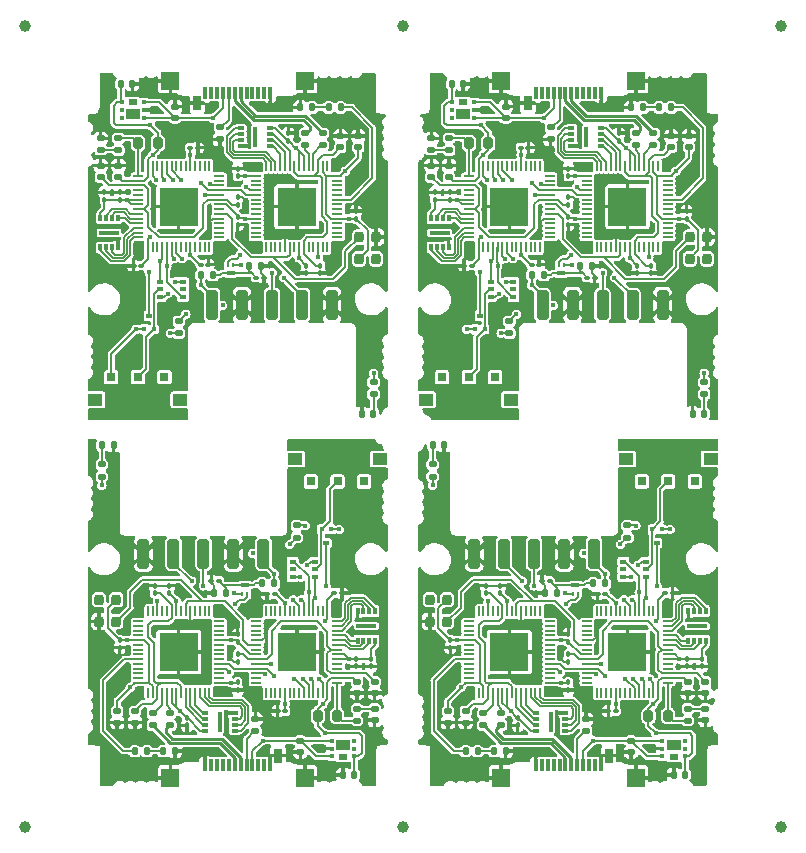
<source format=gbr>
%TF.GenerationSoftware,KiCad,Pcbnew,7.0.8*%
%TF.CreationDate,2024-04-11T01:14:03+02:00*%
%TF.ProjectId,Expansion_Card_Retrofit,45787061-6e73-4696-9f6e-5f436172645f,X1*%
%TF.SameCoordinates,Original*%
%TF.FileFunction,Copper,L1,Top*%
%TF.FilePolarity,Positive*%
%FSLAX46Y46*%
G04 Gerber Fmt 4.6, Leading zero omitted, Abs format (unit mm)*
G04 Created by KiCad (PCBNEW 7.0.8) date 2024-04-11 01:14:03*
%MOMM*%
%LPD*%
G01*
G04 APERTURE LIST*
G04 Aperture macros list*
%AMRoundRect*
0 Rectangle with rounded corners*
0 $1 Rounding radius*
0 $2 $3 $4 $5 $6 $7 $8 $9 X,Y pos of 4 corners*
0 Add a 4 corners polygon primitive as box body*
4,1,4,$2,$3,$4,$5,$6,$7,$8,$9,$2,$3,0*
0 Add four circle primitives for the rounded corners*
1,1,$1+$1,$2,$3*
1,1,$1+$1,$4,$5*
1,1,$1+$1,$6,$7*
1,1,$1+$1,$8,$9*
0 Add four rect primitives between the rounded corners*
20,1,$1+$1,$2,$3,$4,$5,0*
20,1,$1+$1,$4,$5,$6,$7,0*
20,1,$1+$1,$6,$7,$8,$9,0*
20,1,$1+$1,$8,$9,$2,$3,0*%
G04 Aperture macros list end*
%TA.AperFunction,SMDPad,CuDef*%
%ADD10R,1.500000X1.500000*%
%TD*%
%TA.AperFunction,SMDPad,CuDef*%
%ADD11RoundRect,0.250000X0.250000X1.000000X-0.250000X1.000000X-0.250000X-1.000000X0.250000X-1.000000X0*%
%TD*%
%TA.AperFunction,SMDPad,CuDef*%
%ADD12RoundRect,0.250000X-0.250000X-1.000000X0.250000X-1.000000X0.250000X1.000000X-0.250000X1.000000X0*%
%TD*%
%TA.AperFunction,SMDPad,CuDef*%
%ADD13RoundRect,0.135000X-0.185000X0.135000X-0.185000X-0.135000X0.185000X-0.135000X0.185000X0.135000X0*%
%TD*%
%TA.AperFunction,SMDPad,CuDef*%
%ADD14RoundRect,0.135000X-0.135000X-0.185000X0.135000X-0.185000X0.135000X0.185000X-0.135000X0.185000X0*%
%TD*%
%TA.AperFunction,SMDPad,CuDef*%
%ADD15R,0.800000X0.480000*%
%TD*%
%TA.AperFunction,SMDPad,CuDef*%
%ADD16R,1.150000X0.950000*%
%TD*%
%TA.AperFunction,SMDPad,CuDef*%
%ADD17R,0.425000X0.400000*%
%TD*%
%TA.AperFunction,SMDPad,CuDef*%
%ADD18RoundRect,0.147500X0.147500X0.172500X-0.147500X0.172500X-0.147500X-0.172500X0.147500X-0.172500X0*%
%TD*%
%TA.AperFunction,SMDPad,CuDef*%
%ADD19R,1.300000X1.000000*%
%TD*%
%TA.AperFunction,SMDPad,CuDef*%
%ADD20R,0.800000X0.800000*%
%TD*%
%TA.AperFunction,SMDPad,CuDef*%
%ADD21RoundRect,0.140000X-0.170000X0.140000X-0.170000X-0.140000X0.170000X-0.140000X0.170000X0.140000X0*%
%TD*%
%TA.AperFunction,SMDPad,CuDef*%
%ADD22RoundRect,0.100000X-0.100000X0.130000X-0.100000X-0.130000X0.100000X-0.130000X0.100000X0.130000X0*%
%TD*%
%TA.AperFunction,SMDPad,CuDef*%
%ADD23RoundRect,0.100000X0.100000X-0.130000X0.100000X0.130000X-0.100000X0.130000X-0.100000X-0.130000X0*%
%TD*%
%TA.AperFunction,SMDPad,CuDef*%
%ADD24R,0.300000X1.700000*%
%TD*%
%TA.AperFunction,SMDPad,CuDef*%
%ADD25R,0.600000X0.300000*%
%TD*%
%TA.AperFunction,SMDPad,CuDef*%
%ADD26R,3.200000X3.200000*%
%TD*%
%TA.AperFunction,SMDPad,CuDef*%
%ADD27RoundRect,0.050000X0.050000X0.387500X-0.050000X0.387500X-0.050000X-0.387500X0.050000X-0.387500X0*%
%TD*%
%TA.AperFunction,SMDPad,CuDef*%
%ADD28RoundRect,0.050000X0.387500X0.050000X-0.387500X0.050000X-0.387500X-0.050000X0.387500X-0.050000X0*%
%TD*%
%TA.AperFunction,SMDPad,CuDef*%
%ADD29RoundRect,0.135000X0.185000X-0.135000X0.185000X0.135000X-0.185000X0.135000X-0.185000X-0.135000X0*%
%TD*%
%TA.AperFunction,SMDPad,CuDef*%
%ADD30RoundRect,0.135000X0.135000X0.185000X-0.135000X0.185000X-0.135000X-0.185000X0.135000X-0.185000X0*%
%TD*%
%TA.AperFunction,SMDPad,CuDef*%
%ADD31R,0.700000X0.400000*%
%TD*%
%TA.AperFunction,SMDPad,CuDef*%
%ADD32R,0.250000X0.400000*%
%TD*%
%TA.AperFunction,SMDPad,CuDef*%
%ADD33RoundRect,0.200000X-0.200000X-0.250000X0.200000X-0.250000X0.200000X0.250000X-0.200000X0.250000X0*%
%TD*%
%TA.AperFunction,SMDPad,CuDef*%
%ADD34R,0.500000X0.450000*%
%TD*%
%TA.AperFunction,SMDPad,CuDef*%
%ADD35R,0.400000X0.450000*%
%TD*%
%TA.AperFunction,SMDPad,CuDef*%
%ADD36R,0.600000X0.420000*%
%TD*%
%TA.AperFunction,SMDPad,CuDef*%
%ADD37RoundRect,0.200000X-0.200000X-0.275000X0.200000X-0.275000X0.200000X0.275000X-0.200000X0.275000X0*%
%TD*%
%TA.AperFunction,SMDPad,CuDef*%
%ADD38RoundRect,0.100000X-0.130000X-0.100000X0.130000X-0.100000X0.130000X0.100000X-0.130000X0.100000X0*%
%TD*%
%TA.AperFunction,SMDPad,CuDef*%
%ADD39RoundRect,0.100000X0.130000X0.100000X-0.130000X0.100000X-0.130000X-0.100000X0.130000X-0.100000X0*%
%TD*%
%TA.AperFunction,SMDPad,CuDef*%
%ADD40RoundRect,0.050000X-0.387500X0.050000X-0.387500X-0.050000X0.387500X-0.050000X0.387500X0.050000X0*%
%TD*%
%TA.AperFunction,SMDPad,CuDef*%
%ADD41RoundRect,0.050000X-0.050000X0.387500X-0.050000X-0.387500X0.050000X-0.387500X0.050000X0.387500X0*%
%TD*%
%TA.AperFunction,SMDPad,CuDef*%
%ADD42R,1.700000X0.300000*%
%TD*%
%TA.AperFunction,SMDPad,CuDef*%
%ADD43R,0.300000X0.600000*%
%TD*%
%TA.AperFunction,SMDPad,CuDef*%
%ADD44R,0.700000X1.150000*%
%TD*%
%TA.AperFunction,SMDPad,CuDef*%
%ADD45R,0.380000X1.000000*%
%TD*%
%TA.AperFunction,SMDPad,CuDef*%
%ADD46RoundRect,0.140000X0.140000X0.170000X-0.140000X0.170000X-0.140000X-0.170000X0.140000X-0.170000X0*%
%TD*%
%TA.AperFunction,SMDPad,CuDef*%
%ADD47RoundRect,0.147500X-0.147500X-0.172500X0.147500X-0.172500X0.147500X0.172500X-0.147500X0.172500X0*%
%TD*%
%TA.AperFunction,SMDPad,CuDef*%
%ADD48RoundRect,0.140000X0.170000X-0.140000X0.170000X0.140000X-0.170000X0.140000X-0.170000X-0.140000X0*%
%TD*%
%TA.AperFunction,SMDPad,CuDef*%
%ADD49RoundRect,0.050000X-0.387500X-0.050000X0.387500X-0.050000X0.387500X0.050000X-0.387500X0.050000X0*%
%TD*%
%TA.AperFunction,SMDPad,CuDef*%
%ADD50RoundRect,0.050000X-0.050000X-0.387500X0.050000X-0.387500X0.050000X0.387500X-0.050000X0.387500X0*%
%TD*%
%TA.AperFunction,SMDPad,CuDef*%
%ADD51RoundRect,0.200000X0.200000X0.250000X-0.200000X0.250000X-0.200000X-0.250000X0.200000X-0.250000X0*%
%TD*%
%TA.AperFunction,SMDPad,CuDef*%
%ADD52RoundRect,0.200000X0.200000X0.275000X-0.200000X0.275000X-0.200000X-0.275000X0.200000X-0.275000X0*%
%TD*%
%TA.AperFunction,SMDPad,CuDef*%
%ADD53RoundRect,0.050000X0.050000X-0.387500X0.050000X0.387500X-0.050000X0.387500X-0.050000X-0.387500X0*%
%TD*%
%TA.AperFunction,SMDPad,CuDef*%
%ADD54RoundRect,0.050000X0.387500X-0.050000X0.387500X0.050000X-0.387500X0.050000X-0.387500X-0.050000X0*%
%TD*%
%TA.AperFunction,SMDPad,CuDef*%
%ADD55RoundRect,0.140000X-0.140000X-0.170000X0.140000X-0.170000X0.140000X0.170000X-0.140000X0.170000X0*%
%TD*%
%TA.AperFunction,SMDPad,CuDef*%
%ADD56C,1.000000*%
%TD*%
%TA.AperFunction,ViaPad*%
%ADD57C,0.400000*%
%TD*%
%TA.AperFunction,Conductor*%
%ADD58C,0.200000*%
%TD*%
%TA.AperFunction,Conductor*%
%ADD59C,0.150000*%
%TD*%
%TA.AperFunction,Conductor*%
%ADD60C,0.260000*%
%TD*%
G04 APERTURE END LIST*
D10*
%TO.P,TP3,1,1*%
%TO.N,GND*%
X154700000Y-76000000D03*
%TD*%
%TO.P,TP1,1,1*%
%TO.N,GND*%
X143300000Y-76000000D03*
%TD*%
%TO.P,TP3,1,1*%
%TO.N,GND*%
X126700000Y-76000000D03*
%TD*%
%TO.P,TP1,1,1*%
%TO.N,GND*%
X115300000Y-76000000D03*
%TD*%
%TO.P,TP3,1,1*%
%TO.N,GND*%
X115300000Y-135000000D03*
%TD*%
%TO.P,TP1,1,1*%
%TO.N,GND*%
X126700000Y-135000000D03*
%TD*%
%TO.P,TP3,1,1*%
%TO.N,GND*%
X143300000Y-135000000D03*
%TD*%
%TO.P,TP1,1,1*%
%TO.N,GND*%
X154700000Y-135000000D03*
%TD*%
D11*
%TO.P,J1,9,Pin_9*%
%TO.N,GND*%
X141020000Y-116025000D03*
%TO.P,J1,7,Pin_7*%
%TO.N,GPIO_ADC0*%
X143560000Y-116025000D03*
%TO.P,J1,5,Pin_5*%
%TO.N,GPIO_ADC1*%
X146100000Y-116025000D03*
%TO.P,J1,3,Pin_3*%
%TO.N,GND*%
X148640000Y-116025000D03*
%TO.P,J1,1,Pin_1*%
%TO.N,VBUS*%
X151180000Y-116025000D03*
%TD*%
%TO.P,J1,1,Pin_1*%
%TO.N,VBUS*%
X123180000Y-116025000D03*
%TO.P,J1,3,Pin_3*%
%TO.N,GND*%
X120640000Y-116025000D03*
%TO.P,J1,5,Pin_5*%
%TO.N,GPIO_ADC1*%
X118100000Y-116025000D03*
%TO.P,J1,7,Pin_7*%
%TO.N,GPIO_ADC0*%
X115560000Y-116025000D03*
%TO.P,J1,9,Pin_9*%
%TO.N,GND*%
X113020000Y-116025000D03*
%TD*%
D12*
%TO.P,J1,1,Pin_1*%
%TO.N,VBUS*%
X146820000Y-94975000D03*
%TO.P,J1,3,Pin_3*%
%TO.N,GND*%
X149360000Y-94975000D03*
%TO.P,J1,5,Pin_5*%
%TO.N,GPIO_ADC1*%
X151900000Y-94975000D03*
%TO.P,J1,7,Pin_7*%
%TO.N,GPIO_ADC0*%
X154440000Y-94975000D03*
%TO.P,J1,9,Pin_9*%
%TO.N,GND*%
X156980000Y-94975000D03*
%TD*%
%TO.P,J1,1,Pin_1*%
%TO.N,VBUS*%
X118820000Y-94975000D03*
%TO.P,J1,3,Pin_3*%
%TO.N,GND*%
X121360000Y-94975000D03*
%TO.P,J1,5,Pin_5*%
%TO.N,GPIO_ADC1*%
X123900000Y-94975000D03*
%TO.P,J1,7,Pin_7*%
%TO.N,GPIO_ADC0*%
X126440000Y-94975000D03*
%TO.P,J1,9,Pin_9*%
%TO.N,GND*%
X128980000Y-94975000D03*
%TD*%
D13*
%TO.P,R2,2*%
%TO.N,+3V3*%
X154000000Y-114660000D03*
%TO.P,R2,1*%
%TO.N,Net-(R2-Pad1)*%
X154000000Y-113640000D03*
%TD*%
D14*
%TO.P,R17,2*%
%TO.N,Net-(D2-A)*%
X141310000Y-132750000D03*
%TO.P,R17,1*%
%TO.N,/Debug Probe Section/LED_INT_EN*%
X140290000Y-132750000D03*
%TD*%
D15*
%TO.P,U1,8*%
%TO.N,N/C*%
X157900000Y-133225000D03*
D16*
%TO.P,U1,7*%
X157900000Y-132200000D03*
D17*
%TO.P,U1,6,NC*%
%TO.N,unconnected-(U1-NC-Pad6)*%
X158837500Y-131875000D03*
%TO.P,U1,5,NC*%
%TO.N,unconnected-(U1-NC-Pad5)*%
X158837500Y-132525000D03*
%TO.P,U1,4,VOUT*%
%TO.N,+3V3*%
X158837500Y-133175000D03*
%TO.P,U1,3,VIN*%
%TO.N,VBUS*%
X156962500Y-133175000D03*
%TO.P,U1,2,GND*%
%TO.N,GND*%
X156962500Y-132525000D03*
%TO.P,U1,1,EN*%
%TO.N,VBUS*%
X156962500Y-131875000D03*
%TD*%
D18*
%TO.P,D1,2,A*%
%TO.N,Net-(D1-A)*%
X137515000Y-106837500D03*
%TO.P,D1,1,K*%
%TO.N,GND*%
X138485000Y-106837500D03*
%TD*%
D19*
%TO.P,S1,5*%
%TO.N,N/C*%
X161050000Y-108013500D03*
%TO.P,S1,4*%
X153850000Y-108013500D03*
D20*
%TO.P,S1,3*%
%TO.N,unconnected-(S1-Pad3)*%
X155200000Y-109913500D03*
%TO.P,S1,2*%
%TO.N,DEV_ENABLE*%
X157450000Y-109913500D03*
%TO.P,S1,1*%
%TO.N,+3V3*%
X159700000Y-109913500D03*
%TD*%
D21*
%TO.P,C14,2*%
%TO.N,GND*%
X140300000Y-130330000D03*
%TO.P,C14,1*%
%TO.N,/Debug Probe Section/1V1_CORE*%
X140300000Y-129370000D03*
%TD*%
D22*
%TO.P,C13,2*%
%TO.N,GND*%
X144700000Y-130570000D03*
%TO.P,C13,1*%
%TO.N,+3V3*%
X144700000Y-129930000D03*
%TD*%
D21*
%TO.P,C15,2*%
%TO.N,GND*%
X138800000Y-130330000D03*
%TO.P,C15,1*%
%TO.N,+3V3*%
X138800000Y-129370000D03*
%TD*%
D23*
%TO.P,C12,2*%
%TO.N,GND*%
X142000000Y-118730000D03*
%TO.P,C12,1*%
%TO.N,/Debug Probe Section/1V1_CORE*%
X142000000Y-119370000D03*
%TD*%
D22*
%TO.P,C21,2*%
%TO.N,GND*%
X139000000Y-123990000D03*
%TO.P,C21,1*%
%TO.N,+3V3*%
X139000000Y-123350000D03*
%TD*%
D24*
%TO.P,U5,9,EXP*%
%TO.N,unconnected-(U5-EXP-Pad9)*%
X147500000Y-130250000D03*
D25*
%TO.P,U5,8,VCC*%
%TO.N,+3V3*%
X146250000Y-131000000D03*
%TO.P,U5,7,~{HOLD}/~{RESET}/IO3*%
%TO.N,/Debug Probe Section/QSPI_SD3*%
X146250000Y-130500000D03*
%TO.P,U5,6,CLK*%
%TO.N,/Debug Probe Section/QSPI_SCLK*%
X146250000Y-130000000D03*
%TO.P,U5,5,DI/IO0*%
%TO.N,/Debug Probe Section/QSPI_SD0*%
X146250000Y-129500000D03*
%TO.P,U5,4,GND*%
%TO.N,GND*%
X148750000Y-129500000D03*
%TO.P,U5,3,~{WP}/IO2*%
%TO.N,/Debug Probe Section/QSPI_SD2*%
X148750000Y-130000000D03*
%TO.P,U5,2,DO/IO1*%
%TO.N,/Debug Probe Section/QSPI_SD1*%
X148750000Y-130500000D03*
%TO.P,U5,1,~{CS}*%
%TO.N,/Debug Probe Section/QSPI_SS*%
X148750000Y-131000000D03*
%TD*%
D26*
%TO.P,U4,57,GND*%
%TO.N,GND*%
X144000000Y-124350000D03*
D27*
%TO.P,U4,56,QSPI_SS*%
%TO.N,/Debug Probe Section/QSPI_SS*%
X146600000Y-127787500D03*
%TO.P,U4,55,QSPI_SD1*%
%TO.N,/Debug Probe Section/QSPI_SD1*%
X146200000Y-127787500D03*
%TO.P,U4,54,QSPI_SD2*%
%TO.N,/Debug Probe Section/QSPI_SD2*%
X145800000Y-127787500D03*
%TO.P,U4,53,QSPI_SD0*%
%TO.N,/Debug Probe Section/QSPI_SD0*%
X145400000Y-127787500D03*
%TO.P,U4,52,QSPI_SCLK*%
%TO.N,/Debug Probe Section/QSPI_SCLK*%
X145000000Y-127787500D03*
%TO.P,U4,51,QSPI_SD3*%
%TO.N,/Debug Probe Section/QSPI_SD3*%
X144600000Y-127787500D03*
%TO.P,U4,50,DVDD*%
%TO.N,/Debug Probe Section/1V1_CORE*%
X144200000Y-127787500D03*
%TO.P,U4,49,IOVDD*%
%TO.N,+3V3*%
X143800000Y-127787500D03*
%TO.P,U4,48,USB_VDD*%
X143400000Y-127787500D03*
%TO.P,U4,47,USB_DP*%
%TO.N,Net-(U4-USB_DP)*%
X143000000Y-127787500D03*
%TO.P,U4,46,USB_DM*%
%TO.N,Net-(U4-USB_DM)*%
X142600000Y-127787500D03*
%TO.P,U4,45,VREG_VOUT*%
%TO.N,/Debug Probe Section/1V1_CORE*%
X142200000Y-127787500D03*
%TO.P,U4,44,VREG_IN*%
%TO.N,+3V3*%
X141800000Y-127787500D03*
%TO.P,U4,43,ADC_AVDD*%
%TO.N,unconnected-(U4-ADC_AVDD-Pad43)*%
X141400000Y-127787500D03*
D28*
%TO.P,U4,42,IOVDD*%
%TO.N,+3V3*%
X140562500Y-126950000D03*
%TO.P,U4,41,GPIO29_ADC3*%
%TO.N,unconnected-(U4-GPIO29_ADC3-Pad41)*%
X140562500Y-126550000D03*
%TO.P,U4,40,GPIO28_ADC2*%
%TO.N,unconnected-(U4-GPIO28_ADC2-Pad40)*%
X140562500Y-126150000D03*
%TO.P,U4,39,GPIO27_ADC1*%
%TO.N,unconnected-(U4-GPIO27_ADC1-Pad39)*%
X140562500Y-125750000D03*
%TO.P,U4,38,GPIO26_ADC0*%
%TO.N,unconnected-(U4-GPIO26_ADC0-Pad38)*%
X140562500Y-125350000D03*
%TO.P,U4,37,GPIO25*%
%TO.N,/Debug Probe Section/LED_INT_EN*%
X140562500Y-124950000D03*
%TO.P,U4,36,GPIO24*%
%TO.N,unconnected-(U4-GPIO24-Pad36)*%
X140562500Y-124550000D03*
%TO.P,U4,35,GPIO23*%
%TO.N,unconnected-(U4-GPIO23-Pad35)*%
X140562500Y-124150000D03*
%TO.P,U4,34,GPIO22*%
%TO.N,unconnected-(U4-GPIO22-Pad34)*%
X140562500Y-123750000D03*
%TO.P,U4,33,IOVDD*%
%TO.N,+3V3*%
X140562500Y-123350000D03*
%TO.P,U4,32,GPIO21*%
%TO.N,unconnected-(U4-GPIO21-Pad32)*%
X140562500Y-122950000D03*
%TO.P,U4,31,GPIO20*%
%TO.N,unconnected-(U4-GPIO20-Pad31)*%
X140562500Y-122550000D03*
%TO.P,U4,30,GPIO19*%
%TO.N,unconnected-(U4-GPIO19-Pad30)*%
X140562500Y-122150000D03*
%TO.P,U4,29,GPIO18*%
%TO.N,unconnected-(U4-GPIO18-Pad29)*%
X140562500Y-121750000D03*
D27*
%TO.P,U4,28,GPIO17*%
%TO.N,unconnected-(U4-GPIO17-Pad28)*%
X141400000Y-120912500D03*
%TO.P,U4,27,GPIO16*%
%TO.N,unconnected-(U4-GPIO16-Pad27)*%
X141800000Y-120912500D03*
%TO.P,U4,26,RUN*%
%TO.N,Net-(U4-RUN)*%
X142200000Y-120912500D03*
%TO.P,U4,25,SWD*%
%TO.N,unconnected-(U4-SWD-Pad25)*%
X142600000Y-120912500D03*
%TO.P,U4,24,SWCLK*%
%TO.N,unconnected-(U4-SWCLK-Pad24)*%
X143000000Y-120912500D03*
%TO.P,U4,23,DVDD*%
%TO.N,/Debug Probe Section/1V1_CORE*%
X143400000Y-120912500D03*
%TO.P,U4,22,IOVDD*%
%TO.N,+3V3*%
X143800000Y-120912500D03*
%TO.P,U4,21,XOUT*%
%TO.N,unconnected-(U4-XOUT-Pad21)*%
X144200000Y-120912500D03*
%TO.P,U4,20,XIN*%
%TO.N,OSC_OUT*%
X144600000Y-120912500D03*
%TO.P,U4,19,TESTEN*%
%TO.N,GND*%
X145000000Y-120912500D03*
%TO.P,U4,18,GPIO15*%
%TO.N,unconnected-(U4-GPIO15-Pad18)*%
X145400000Y-120912500D03*
%TO.P,U4,17,GPIO14*%
%TO.N,unconnected-(U4-GPIO14-Pad17)*%
X145800000Y-120912500D03*
%TO.P,U4,16,GPIO13*%
%TO.N,unconnected-(U4-GPIO13-Pad16)*%
X146200000Y-120912500D03*
%TO.P,U4,15,GPIO12*%
%TO.N,unconnected-(U4-GPIO12-Pad15)*%
X146600000Y-120912500D03*
D28*
%TO.P,U4,14,GPIO11*%
%TO.N,unconnected-(U4-GPIO11-Pad14)*%
X147437500Y-121750000D03*
%TO.P,U4,13,GPIO10*%
%TO.N,unconnected-(U4-GPIO10-Pad13)*%
X147437500Y-122150000D03*
%TO.P,U4,12,GPIO9*%
%TO.N,unconnected-(U4-GPIO9-Pad12)*%
X147437500Y-122550000D03*
%TO.P,U4,11,GPIO8*%
%TO.N,unconnected-(U4-GPIO8-Pad11)*%
X147437500Y-122950000D03*
%TO.P,U4,10,IOVDD*%
%TO.N,+3V3*%
X147437500Y-123350000D03*
%TO.P,U4,9,GPIO7*%
%TO.N,unconnected-(U4-GPIO7-Pad9)*%
X147437500Y-123750000D03*
%TO.P,U4,8,GPIO6*%
%TO.N,unconnected-(U4-GPIO6-Pad8)*%
X147437500Y-124150000D03*
%TO.P,U4,7,GPIO5*%
%TO.N,unconnected-(U4-GPIO5-Pad7)*%
X147437500Y-124550000D03*
%TO.P,U4,6,GPIO4*%
%TO.N,unconnected-(U4-GPIO4-Pad6)*%
X147437500Y-124950000D03*
%TO.P,U4,5,GPIO3*%
%TO.N,SWDIO*%
X147437500Y-125350000D03*
%TO.P,U4,4,GPIO2*%
%TO.N,SWCLK*%
X147437500Y-125750000D03*
%TO.P,U4,3,GPIO1*%
%TO.N,unconnected-(U4-GPIO1-Pad3)*%
X147437500Y-126150000D03*
%TO.P,U4,2,GPIO0*%
%TO.N,unconnected-(U4-GPIO0-Pad2)*%
X147437500Y-126550000D03*
%TO.P,U4,1,IOVDD*%
%TO.N,+3V3*%
X147437500Y-126950000D03*
%TD*%
D23*
%TO.P,C20,2*%
%TO.N,GND*%
X143200000Y-118730000D03*
%TO.P,C20,1*%
%TO.N,+3V3*%
X143200000Y-119370000D03*
%TD*%
D22*
%TO.P,C16,2*%
%TO.N,GND*%
X149000000Y-127570000D03*
%TO.P,C16,1*%
%TO.N,+3V3*%
X149000000Y-126930000D03*
%TD*%
D23*
%TO.P,C19,2*%
%TO.N,GND*%
X149000000Y-122830000D03*
%TO.P,C19,1*%
%TO.N,+3V3*%
X149000000Y-123470000D03*
%TD*%
D29*
%TO.P,R1,2*%
%TO.N,GND*%
X150500000Y-130040000D03*
%TO.P,R1,1*%
%TO.N,Net-(P1-CC)*%
X150500000Y-131060000D03*
%TD*%
D30*
%TO.P,R15,2*%
%TO.N,Net-(Q1-D)*%
X151090000Y-118550000D03*
%TO.P,R15,1*%
%TO.N,VBUS*%
X152110000Y-118550000D03*
%TD*%
D29*
%TO.P,R4,2*%
%TO.N,Net-(D1-A)*%
X137500000Y-108477500D03*
%TO.P,R4,1*%
%TO.N,LED_EN*%
X137500000Y-109497500D03*
%TD*%
D31*
%TO.P,Q1,3,D*%
%TO.N,Net-(Q1-D)*%
X149600000Y-118700000D03*
D32*
%TO.P,Q1,2,S*%
%TO.N,/Development Board Section/GPIO_ADC3*%
X149825000Y-119400000D03*
%TO.P,Q1,1,G*%
%TO.N,+3V3*%
X149375000Y-119400000D03*
%TD*%
D33*
%TO.P,X1,4,VDD*%
%TO.N,+3V3*%
X138725000Y-119925000D03*
%TO.P,X1,3,OUT*%
%TO.N,OSC_OUT*%
X138725000Y-121775000D03*
%TO.P,X1,2,GND*%
%TO.N,GND*%
X137275000Y-121775000D03*
%TO.P,X1,1,Tri-State*%
%TO.N,unconnected-(X1-Tri-State-Pad1)*%
X137275000Y-119925000D03*
%TD*%
D29*
%TO.P,R9,2*%
%TO.N,Net-(U4-USB_DP)*%
X143300000Y-129540000D03*
%TO.P,R9,1*%
%TO.N,USB_D_P*%
X143300000Y-130560000D03*
%TD*%
D34*
%TO.P,Q2,3,D*%
%TO.N,/Development Board Section/RUN*%
X156500000Y-115125000D03*
D35*
%TO.P,Q2,2,G*%
%TO.N,DEV_ENABLE*%
X156100000Y-113975000D03*
%TO.P,Q2,1,S*%
%TO.N,+3V3*%
X156900000Y-113975000D03*
%TD*%
D36*
%TO.P,Q3,6,C1*%
%TO.N,SWCLK*%
X153650000Y-118000000D03*
%TO.P,Q3,5,B2*%
%TO.N,DEV_ENABLE*%
X153650000Y-117350000D03*
%TO.P,Q3,4,E2*%
%TO.N,GPIO3*%
X153650000Y-116700000D03*
%TO.P,Q3,3,C2*%
%TO.N,SWDIO*%
X155550000Y-116700000D03*
%TO.P,Q3,2,B1*%
%TO.N,DEV_ENABLE*%
X155550000Y-117350000D03*
%TO.P,Q3,1,E1*%
%TO.N,GPIO2*%
X155550000Y-118000000D03*
%TD*%
D21*
%TO.P,C1,2*%
%TO.N,GND*%
X154300000Y-132830000D03*
%TO.P,C1,1*%
%TO.N,VBUS*%
X154300000Y-131870000D03*
%TD*%
D29*
%TO.P,R12,2*%
%TO.N,Net-(C9-Pad1)*%
X159100000Y-129140000D03*
%TO.P,R12,1*%
%TO.N,/Development Board Section/ADC_VREF*%
X159100000Y-130160000D03*
%TD*%
D37*
%TO.P,R11,2*%
%TO.N,/Development Board Section/ADC_VREF*%
X157425000Y-129750000D03*
%TO.P,R11,1*%
%TO.N,+3V3*%
X155775000Y-129750000D03*
%TD*%
D22*
%TO.P,C11,2*%
%TO.N,GND*%
X160300000Y-125570000D03*
%TO.P,C11,1*%
%TO.N,+3V3*%
X160300000Y-124930000D03*
%TD*%
%TO.P,C6,2*%
%TO.N,GND*%
X159000000Y-125570000D03*
%TO.P,C6,1*%
%TO.N,+3V3*%
X159000000Y-124930000D03*
%TD*%
D38*
%TO.P,C10,2*%
%TO.N,GND*%
X157820000Y-119350000D03*
%TO.P,C10,1*%
%TO.N,+3V3*%
X157180000Y-119350000D03*
%TD*%
D39*
%TO.P,C24,2*%
%TO.N,GND*%
X152380000Y-129350000D03*
%TO.P,C24,1*%
%TO.N,+3V3*%
X153020000Y-129350000D03*
%TD*%
D21*
%TO.P,C7,2*%
%TO.N,GND*%
X160600000Y-127830000D03*
%TO.P,C7,1*%
%TO.N,/Development Board Section/1V1_CORE*%
X160600000Y-126870000D03*
%TD*%
D39*
%TO.P,C22,2*%
%TO.N,GND*%
X151480000Y-119450000D03*
%TO.P,C22,1*%
%TO.N,+3V3*%
X152120000Y-119450000D03*
%TD*%
D26*
%TO.P,U2,57,GND*%
%TO.N,GND*%
X154000000Y-124350000D03*
D40*
%TO.P,U2,56,QSPI_SS*%
%TO.N,/Development Board Section/QSPI_SS*%
X157437500Y-121750000D03*
%TO.P,U2,55,QSPI_SD1*%
%TO.N,/Development Board Section/QSPI_SD1*%
X157437500Y-122150000D03*
%TO.P,U2,54,QSPI_SD2*%
%TO.N,/Development Board Section/QSPI_SD2*%
X157437500Y-122550000D03*
%TO.P,U2,53,QSPI_SD0*%
%TO.N,/Development Board Section/QSPI_SD0*%
X157437500Y-122950000D03*
%TO.P,U2,52,QSPI_SCLK*%
%TO.N,/Development Board Section/QSPI_SCLK*%
X157437500Y-123350000D03*
%TO.P,U2,51,QSPI_SD3*%
%TO.N,/Development Board Section/QSPI_SD3*%
X157437500Y-123750000D03*
%TO.P,U2,50,DVDD*%
%TO.N,/Development Board Section/1V1_CORE*%
X157437500Y-124150000D03*
%TO.P,U2,49,IOVDD*%
%TO.N,+3V3*%
X157437500Y-124550000D03*
%TO.P,U2,48,USB_VDD*%
X157437500Y-124950000D03*
%TO.P,U2,47,USB_DP*%
%TO.N,unconnected-(U2-USB_DP-Pad47)*%
X157437500Y-125350000D03*
%TO.P,U2,46,USB_DM*%
%TO.N,unconnected-(U2-USB_DM-Pad46)*%
X157437500Y-125750000D03*
%TO.P,U2,45,VREG_VOUT*%
%TO.N,/Development Board Section/1V1_CORE*%
X157437500Y-126150000D03*
%TO.P,U2,44,VREG_IN*%
%TO.N,+3V3*%
X157437500Y-126550000D03*
%TO.P,U2,43,ADC_AVDD*%
%TO.N,/Development Board Section/ADC_VREF*%
X157437500Y-126950000D03*
D41*
%TO.P,U2,42,IOVDD*%
%TO.N,+3V3*%
X156600000Y-127787500D03*
%TO.P,U2,41,GPIO29_ADC3*%
%TO.N,/Development Board Section/GPIO_ADC3*%
X156200000Y-127787500D03*
%TO.P,U2,40,GPIO28_ADC2*%
%TO.N,unconnected-(U2-GPIO28_ADC2-Pad40)*%
X155800000Y-127787500D03*
%TO.P,U2,39,GPIO27_ADC1*%
%TO.N,GPIO_ADC1*%
X155400000Y-127787500D03*
%TO.P,U2,38,GPIO26_ADC0*%
%TO.N,GPIO_ADC0*%
X155000000Y-127787500D03*
%TO.P,U2,37,GPIO25*%
%TO.N,LED_EN*%
X154600000Y-127787500D03*
%TO.P,U2,36,GPIO24*%
%TO.N,unconnected-(U2-GPIO24-Pad36)*%
X154200000Y-127787500D03*
%TO.P,U2,35,GPIO23*%
%TO.N,unconnected-(U2-GPIO23-Pad35)*%
X153800000Y-127787500D03*
%TO.P,U2,34,GPIO22*%
%TO.N,unconnected-(U2-GPIO22-Pad34)*%
X153400000Y-127787500D03*
%TO.P,U2,33,IOVDD*%
%TO.N,+3V3*%
X153000000Y-127787500D03*
%TO.P,U2,32,GPIO21*%
%TO.N,unconnected-(U2-GPIO21-Pad32)*%
X152600000Y-127787500D03*
%TO.P,U2,31,GPIO20*%
%TO.N,unconnected-(U2-GPIO20-Pad31)*%
X152200000Y-127787500D03*
%TO.P,U2,30,GPIO19*%
%TO.N,unconnected-(U2-GPIO19-Pad30)*%
X151800000Y-127787500D03*
%TO.P,U2,29,GPIO18*%
%TO.N,unconnected-(U2-GPIO18-Pad29)*%
X151400000Y-127787500D03*
D40*
%TO.P,U2,28,GPIO17*%
%TO.N,unconnected-(U2-GPIO17-Pad28)*%
X150562500Y-126950000D03*
%TO.P,U2,27,GPIO16*%
%TO.N,unconnected-(U2-GPIO16-Pad27)*%
X150562500Y-126550000D03*
%TO.P,U2,26,RUN*%
%TO.N,/Development Board Section/RUN*%
X150562500Y-126150000D03*
%TO.P,U2,25,SWD*%
%TO.N,SWDIO*%
X150562500Y-125750000D03*
%TO.P,U2,24,SWCLK*%
%TO.N,SWCLK*%
X150562500Y-125350000D03*
%TO.P,U2,23,DVDD*%
%TO.N,/Development Board Section/1V1_CORE*%
X150562500Y-124950000D03*
%TO.P,U2,22,IOVDD*%
%TO.N,+3V3*%
X150562500Y-124550000D03*
%TO.P,U2,21,XOUT*%
%TO.N,unconnected-(U2-XOUT-Pad21)*%
X150562500Y-124150000D03*
%TO.P,U2,20,XIN*%
%TO.N,OSC_OUT*%
X150562500Y-123750000D03*
%TO.P,U2,19,TESTEN*%
%TO.N,GND*%
X150562500Y-123350000D03*
%TO.P,U2,18,GPIO15*%
%TO.N,unconnected-(U2-GPIO15-Pad18)*%
X150562500Y-122950000D03*
%TO.P,U2,17,GPIO14*%
%TO.N,unconnected-(U2-GPIO14-Pad17)*%
X150562500Y-122550000D03*
%TO.P,U2,16,GPIO13*%
%TO.N,unconnected-(U2-GPIO13-Pad16)*%
X150562500Y-122150000D03*
%TO.P,U2,15,GPIO12*%
%TO.N,unconnected-(U2-GPIO12-Pad15)*%
X150562500Y-121750000D03*
D41*
%TO.P,U2,14,GPIO11*%
%TO.N,unconnected-(U2-GPIO11-Pad14)*%
X151400000Y-120912500D03*
%TO.P,U2,13,GPIO10*%
%TO.N,unconnected-(U2-GPIO10-Pad13)*%
X151800000Y-120912500D03*
%TO.P,U2,12,GPIO9*%
%TO.N,unconnected-(U2-GPIO9-Pad12)*%
X152200000Y-120912500D03*
%TO.P,U2,11,GPIO8*%
%TO.N,unconnected-(U2-GPIO8-Pad11)*%
X152600000Y-120912500D03*
%TO.P,U2,10,IOVDD*%
%TO.N,+3V3*%
X153000000Y-120912500D03*
%TO.P,U2,9,GPIO7*%
%TO.N,unconnected-(U2-GPIO7-Pad9)*%
X153400000Y-120912500D03*
%TO.P,U2,8,GPIO6*%
%TO.N,unconnected-(U2-GPIO6-Pad8)*%
X153800000Y-120912500D03*
%TO.P,U2,7,GPIO5*%
%TO.N,GPIO5*%
X154200000Y-120912500D03*
%TO.P,U2,6,GPIO4*%
%TO.N,GPIO4*%
X154600000Y-120912500D03*
%TO.P,U2,5,GPIO3*%
%TO.N,GPIO3*%
X155000000Y-120912500D03*
%TO.P,U2,4,GPIO2*%
%TO.N,GPIO2*%
X155400000Y-120912500D03*
%TO.P,U2,3,GPIO1*%
%TO.N,UART1_TX*%
X155800000Y-120912500D03*
%TO.P,U2,2,GPIO0*%
%TO.N,UART1_RX*%
X156200000Y-120912500D03*
%TO.P,U2,1,IOVDD*%
%TO.N,+3V3*%
X156600000Y-120912500D03*
%TD*%
D21*
%TO.P,C8,2*%
%TO.N,GND*%
X159100000Y-127830000D03*
%TO.P,C8,1*%
%TO.N,+3V3*%
X159100000Y-126870000D03*
%TD*%
D42*
%TO.P,U3,9,EXP*%
%TO.N,unconnected-(U3-EXP-Pad9)*%
X159900000Y-122150000D03*
D43*
%TO.P,U3,8,VCC*%
%TO.N,+3V3*%
X160650000Y-123400000D03*
%TO.P,U3,7,~{HOLD}/~{RESET}/IO3*%
%TO.N,/Development Board Section/QSPI_SD3*%
X160150000Y-123400000D03*
%TO.P,U3,6,CLK*%
%TO.N,/Development Board Section/QSPI_SCLK*%
X159650000Y-123400000D03*
%TO.P,U3,5,DI/IO0*%
%TO.N,/Development Board Section/QSPI_SD0*%
X159150000Y-123400000D03*
%TO.P,U3,4,GND*%
%TO.N,GND*%
X159150000Y-120900000D03*
%TO.P,U3,3,~{WP}/IO2*%
%TO.N,/Development Board Section/QSPI_SD2*%
X159650000Y-120900000D03*
%TO.P,U3,2,DO/IO1*%
%TO.N,/Development Board Section/QSPI_SD1*%
X160150000Y-120900000D03*
%TO.P,U3,1,~{CS}*%
%TO.N,/Development Board Section/QSPI_SS*%
X160650000Y-120900000D03*
%TD*%
D22*
%TO.P,C5,2*%
%TO.N,GND*%
X149000000Y-125170000D03*
%TO.P,C5,1*%
%TO.N,/Development Board Section/1V1_CORE*%
X149000000Y-124530000D03*
%TD*%
D21*
%TO.P,C9,2*%
%TO.N,GND*%
X160600000Y-130130000D03*
%TO.P,C9,1*%
%TO.N,Net-(C9-Pad1)*%
X160600000Y-129170000D03*
%TD*%
D44*
%TO.P,P1,S1,SHIELD*%
%TO.N,GND*%
X152420000Y-133120000D03*
D45*
%TO.P,P1,A12,GND*%
X146250000Y-133960000D03*
%TO.P,P1,A11*%
%TO.N,N/C*%
X146750000Y-133960000D03*
%TO.P,P1,A10*%
X147250000Y-133960000D03*
%TO.P,P1,A9,VBUS*%
%TO.N,VBUS*%
X147750000Y-133960000D03*
%TO.P,P1,A8*%
%TO.N,N/C*%
X148250000Y-133960000D03*
%TO.P,P1,A7,D-*%
%TO.N,USB_D_N*%
X148750000Y-133960000D03*
%TO.P,P1,A6,D+*%
%TO.N,USB_D_P*%
X149250000Y-133960000D03*
%TO.P,P1,A5,CC*%
%TO.N,Net-(P1-CC)*%
X149750000Y-133960000D03*
%TO.P,P1,A4,VBUS*%
%TO.N,VBUS*%
X150250000Y-133960000D03*
%TO.P,P1,A3*%
%TO.N,N/C*%
X150750000Y-133960000D03*
%TO.P,P1,A2*%
X151250000Y-133960000D03*
%TO.P,P1,A1,GND*%
%TO.N,GND*%
X151750000Y-133960000D03*
%TD*%
D39*
%TO.P,C18,2*%
%TO.N,GND*%
X146780000Y-118350000D03*
%TO.P,C18,1*%
%TO.N,Net-(Q1-D)*%
X147420000Y-118350000D03*
%TD*%
D18*
%TO.P,D2,2,A*%
%TO.N,Net-(D2-A)*%
X142715000Y-132750000D03*
%TO.P,D2,1,K*%
%TO.N,GND*%
X143685000Y-132750000D03*
%TD*%
D30*
%TO.P,R16,2*%
%TO.N,GND*%
X146990000Y-119350000D03*
%TO.P,R16,1*%
%TO.N,Net-(Q1-D)*%
X148010000Y-119350000D03*
%TD*%
D29*
%TO.P,R10,2*%
%TO.N,Net-(U4-USB_DM)*%
X141800000Y-129540000D03*
%TO.P,R10,1*%
%TO.N,USB_D_N*%
X141800000Y-130560000D03*
%TD*%
D46*
%TO.P,C2,2*%
%TO.N,GND*%
X157920000Y-134750000D03*
%TO.P,C2,1*%
%TO.N,+3V3*%
X158880000Y-134750000D03*
%TD*%
D13*
%TO.P,R2,1*%
%TO.N,Net-(R2-Pad1)*%
X126000000Y-113640000D03*
%TO.P,R2,2*%
%TO.N,+3V3*%
X126000000Y-114660000D03*
%TD*%
D14*
%TO.P,R17,1*%
%TO.N,/Debug Probe Section/LED_INT_EN*%
X112290000Y-132750000D03*
%TO.P,R17,2*%
%TO.N,Net-(D2-A)*%
X113310000Y-132750000D03*
%TD*%
D17*
%TO.P,U1,1,EN*%
%TO.N,VBUS*%
X128962500Y-131875000D03*
%TO.P,U1,2,GND*%
%TO.N,GND*%
X128962500Y-132525000D03*
%TO.P,U1,3,VIN*%
%TO.N,VBUS*%
X128962500Y-133175000D03*
%TO.P,U1,4,VOUT*%
%TO.N,+3V3*%
X130837500Y-133175000D03*
%TO.P,U1,5,NC*%
%TO.N,unconnected-(U1-NC-Pad5)*%
X130837500Y-132525000D03*
%TO.P,U1,6,NC*%
%TO.N,unconnected-(U1-NC-Pad6)*%
X130837500Y-131875000D03*
D16*
%TO.P,U1,7*%
%TO.N,N/C*%
X129900000Y-132200000D03*
D15*
%TO.P,U1,8*%
X129900000Y-133225000D03*
%TD*%
D18*
%TO.P,D1,1,K*%
%TO.N,GND*%
X110485000Y-106837500D03*
%TO.P,D1,2,A*%
%TO.N,Net-(D1-A)*%
X109515000Y-106837500D03*
%TD*%
D20*
%TO.P,S1,1*%
%TO.N,+3V3*%
X131700000Y-109913500D03*
%TO.P,S1,2*%
%TO.N,DEV_ENABLE*%
X129450000Y-109913500D03*
%TO.P,S1,3*%
%TO.N,unconnected-(S1-Pad3)*%
X127200000Y-109913500D03*
D19*
%TO.P,S1,4*%
%TO.N,N/C*%
X125850000Y-108013500D03*
%TO.P,S1,5*%
X133050000Y-108013500D03*
%TD*%
D21*
%TO.P,C14,1*%
%TO.N,/Debug Probe Section/1V1_CORE*%
X112300000Y-129370000D03*
%TO.P,C14,2*%
%TO.N,GND*%
X112300000Y-130330000D03*
%TD*%
D22*
%TO.P,C13,1*%
%TO.N,+3V3*%
X116700000Y-129930000D03*
%TO.P,C13,2*%
%TO.N,GND*%
X116700000Y-130570000D03*
%TD*%
D21*
%TO.P,C15,1*%
%TO.N,+3V3*%
X110800000Y-129370000D03*
%TO.P,C15,2*%
%TO.N,GND*%
X110800000Y-130330000D03*
%TD*%
D23*
%TO.P,C12,1*%
%TO.N,/Debug Probe Section/1V1_CORE*%
X114000000Y-119370000D03*
%TO.P,C12,2*%
%TO.N,GND*%
X114000000Y-118730000D03*
%TD*%
D22*
%TO.P,C21,1*%
%TO.N,+3V3*%
X111000000Y-123350000D03*
%TO.P,C21,2*%
%TO.N,GND*%
X111000000Y-123990000D03*
%TD*%
D25*
%TO.P,U5,1,~{CS}*%
%TO.N,/Debug Probe Section/QSPI_SS*%
X120750000Y-131000000D03*
%TO.P,U5,2,DO/IO1*%
%TO.N,/Debug Probe Section/QSPI_SD1*%
X120750000Y-130500000D03*
%TO.P,U5,3,~{WP}/IO2*%
%TO.N,/Debug Probe Section/QSPI_SD2*%
X120750000Y-130000000D03*
%TO.P,U5,4,GND*%
%TO.N,GND*%
X120750000Y-129500000D03*
%TO.P,U5,5,DI/IO0*%
%TO.N,/Debug Probe Section/QSPI_SD0*%
X118250000Y-129500000D03*
%TO.P,U5,6,CLK*%
%TO.N,/Debug Probe Section/QSPI_SCLK*%
X118250000Y-130000000D03*
%TO.P,U5,7,~{HOLD}/~{RESET}/IO3*%
%TO.N,/Debug Probe Section/QSPI_SD3*%
X118250000Y-130500000D03*
%TO.P,U5,8,VCC*%
%TO.N,+3V3*%
X118250000Y-131000000D03*
D24*
%TO.P,U5,9,EXP*%
%TO.N,unconnected-(U5-EXP-Pad9)*%
X119500000Y-130250000D03*
%TD*%
D28*
%TO.P,U4,1,IOVDD*%
%TO.N,+3V3*%
X119437500Y-126950000D03*
%TO.P,U4,2,GPIO0*%
%TO.N,unconnected-(U4-GPIO0-Pad2)*%
X119437500Y-126550000D03*
%TO.P,U4,3,GPIO1*%
%TO.N,unconnected-(U4-GPIO1-Pad3)*%
X119437500Y-126150000D03*
%TO.P,U4,4,GPIO2*%
%TO.N,SWCLK*%
X119437500Y-125750000D03*
%TO.P,U4,5,GPIO3*%
%TO.N,SWDIO*%
X119437500Y-125350000D03*
%TO.P,U4,6,GPIO4*%
%TO.N,unconnected-(U4-GPIO4-Pad6)*%
X119437500Y-124950000D03*
%TO.P,U4,7,GPIO5*%
%TO.N,unconnected-(U4-GPIO5-Pad7)*%
X119437500Y-124550000D03*
%TO.P,U4,8,GPIO6*%
%TO.N,unconnected-(U4-GPIO6-Pad8)*%
X119437500Y-124150000D03*
%TO.P,U4,9,GPIO7*%
%TO.N,unconnected-(U4-GPIO7-Pad9)*%
X119437500Y-123750000D03*
%TO.P,U4,10,IOVDD*%
%TO.N,+3V3*%
X119437500Y-123350000D03*
%TO.P,U4,11,GPIO8*%
%TO.N,unconnected-(U4-GPIO8-Pad11)*%
X119437500Y-122950000D03*
%TO.P,U4,12,GPIO9*%
%TO.N,unconnected-(U4-GPIO9-Pad12)*%
X119437500Y-122550000D03*
%TO.P,U4,13,GPIO10*%
%TO.N,unconnected-(U4-GPIO10-Pad13)*%
X119437500Y-122150000D03*
%TO.P,U4,14,GPIO11*%
%TO.N,unconnected-(U4-GPIO11-Pad14)*%
X119437500Y-121750000D03*
D27*
%TO.P,U4,15,GPIO12*%
%TO.N,unconnected-(U4-GPIO12-Pad15)*%
X118600000Y-120912500D03*
%TO.P,U4,16,GPIO13*%
%TO.N,unconnected-(U4-GPIO13-Pad16)*%
X118200000Y-120912500D03*
%TO.P,U4,17,GPIO14*%
%TO.N,unconnected-(U4-GPIO14-Pad17)*%
X117800000Y-120912500D03*
%TO.P,U4,18,GPIO15*%
%TO.N,unconnected-(U4-GPIO15-Pad18)*%
X117400000Y-120912500D03*
%TO.P,U4,19,TESTEN*%
%TO.N,GND*%
X117000000Y-120912500D03*
%TO.P,U4,20,XIN*%
%TO.N,OSC_OUT*%
X116600000Y-120912500D03*
%TO.P,U4,21,XOUT*%
%TO.N,unconnected-(U4-XOUT-Pad21)*%
X116200000Y-120912500D03*
%TO.P,U4,22,IOVDD*%
%TO.N,+3V3*%
X115800000Y-120912500D03*
%TO.P,U4,23,DVDD*%
%TO.N,/Debug Probe Section/1V1_CORE*%
X115400000Y-120912500D03*
%TO.P,U4,24,SWCLK*%
%TO.N,unconnected-(U4-SWCLK-Pad24)*%
X115000000Y-120912500D03*
%TO.P,U4,25,SWD*%
%TO.N,unconnected-(U4-SWD-Pad25)*%
X114600000Y-120912500D03*
%TO.P,U4,26,RUN*%
%TO.N,Net-(U4-RUN)*%
X114200000Y-120912500D03*
%TO.P,U4,27,GPIO16*%
%TO.N,unconnected-(U4-GPIO16-Pad27)*%
X113800000Y-120912500D03*
%TO.P,U4,28,GPIO17*%
%TO.N,unconnected-(U4-GPIO17-Pad28)*%
X113400000Y-120912500D03*
D28*
%TO.P,U4,29,GPIO18*%
%TO.N,unconnected-(U4-GPIO18-Pad29)*%
X112562500Y-121750000D03*
%TO.P,U4,30,GPIO19*%
%TO.N,unconnected-(U4-GPIO19-Pad30)*%
X112562500Y-122150000D03*
%TO.P,U4,31,GPIO20*%
%TO.N,unconnected-(U4-GPIO20-Pad31)*%
X112562500Y-122550000D03*
%TO.P,U4,32,GPIO21*%
%TO.N,unconnected-(U4-GPIO21-Pad32)*%
X112562500Y-122950000D03*
%TO.P,U4,33,IOVDD*%
%TO.N,+3V3*%
X112562500Y-123350000D03*
%TO.P,U4,34,GPIO22*%
%TO.N,unconnected-(U4-GPIO22-Pad34)*%
X112562500Y-123750000D03*
%TO.P,U4,35,GPIO23*%
%TO.N,unconnected-(U4-GPIO23-Pad35)*%
X112562500Y-124150000D03*
%TO.P,U4,36,GPIO24*%
%TO.N,unconnected-(U4-GPIO24-Pad36)*%
X112562500Y-124550000D03*
%TO.P,U4,37,GPIO25*%
%TO.N,/Debug Probe Section/LED_INT_EN*%
X112562500Y-124950000D03*
%TO.P,U4,38,GPIO26_ADC0*%
%TO.N,unconnected-(U4-GPIO26_ADC0-Pad38)*%
X112562500Y-125350000D03*
%TO.P,U4,39,GPIO27_ADC1*%
%TO.N,unconnected-(U4-GPIO27_ADC1-Pad39)*%
X112562500Y-125750000D03*
%TO.P,U4,40,GPIO28_ADC2*%
%TO.N,unconnected-(U4-GPIO28_ADC2-Pad40)*%
X112562500Y-126150000D03*
%TO.P,U4,41,GPIO29_ADC3*%
%TO.N,unconnected-(U4-GPIO29_ADC3-Pad41)*%
X112562500Y-126550000D03*
%TO.P,U4,42,IOVDD*%
%TO.N,+3V3*%
X112562500Y-126950000D03*
D27*
%TO.P,U4,43,ADC_AVDD*%
%TO.N,unconnected-(U4-ADC_AVDD-Pad43)*%
X113400000Y-127787500D03*
%TO.P,U4,44,VREG_IN*%
%TO.N,+3V3*%
X113800000Y-127787500D03*
%TO.P,U4,45,VREG_VOUT*%
%TO.N,/Debug Probe Section/1V1_CORE*%
X114200000Y-127787500D03*
%TO.P,U4,46,USB_DM*%
%TO.N,Net-(U4-USB_DM)*%
X114600000Y-127787500D03*
%TO.P,U4,47,USB_DP*%
%TO.N,Net-(U4-USB_DP)*%
X115000000Y-127787500D03*
%TO.P,U4,48,USB_VDD*%
%TO.N,+3V3*%
X115400000Y-127787500D03*
%TO.P,U4,49,IOVDD*%
X115800000Y-127787500D03*
%TO.P,U4,50,DVDD*%
%TO.N,/Debug Probe Section/1V1_CORE*%
X116200000Y-127787500D03*
%TO.P,U4,51,QSPI_SD3*%
%TO.N,/Debug Probe Section/QSPI_SD3*%
X116600000Y-127787500D03*
%TO.P,U4,52,QSPI_SCLK*%
%TO.N,/Debug Probe Section/QSPI_SCLK*%
X117000000Y-127787500D03*
%TO.P,U4,53,QSPI_SD0*%
%TO.N,/Debug Probe Section/QSPI_SD0*%
X117400000Y-127787500D03*
%TO.P,U4,54,QSPI_SD2*%
%TO.N,/Debug Probe Section/QSPI_SD2*%
X117800000Y-127787500D03*
%TO.P,U4,55,QSPI_SD1*%
%TO.N,/Debug Probe Section/QSPI_SD1*%
X118200000Y-127787500D03*
%TO.P,U4,56,QSPI_SS*%
%TO.N,/Debug Probe Section/QSPI_SS*%
X118600000Y-127787500D03*
D26*
%TO.P,U4,57,GND*%
%TO.N,GND*%
X116000000Y-124350000D03*
%TD*%
D23*
%TO.P,C20,1*%
%TO.N,+3V3*%
X115200000Y-119370000D03*
%TO.P,C20,2*%
%TO.N,GND*%
X115200000Y-118730000D03*
%TD*%
D22*
%TO.P,C16,1*%
%TO.N,+3V3*%
X121000000Y-126930000D03*
%TO.P,C16,2*%
%TO.N,GND*%
X121000000Y-127570000D03*
%TD*%
D23*
%TO.P,C19,1*%
%TO.N,+3V3*%
X121000000Y-123470000D03*
%TO.P,C19,2*%
%TO.N,GND*%
X121000000Y-122830000D03*
%TD*%
D29*
%TO.P,R1,1*%
%TO.N,Net-(P1-CC)*%
X122500000Y-131060000D03*
%TO.P,R1,2*%
%TO.N,GND*%
X122500000Y-130040000D03*
%TD*%
D30*
%TO.P,R15,1*%
%TO.N,VBUS*%
X124110000Y-118550000D03*
%TO.P,R15,2*%
%TO.N,Net-(Q1-D)*%
X123090000Y-118550000D03*
%TD*%
D29*
%TO.P,R4,1*%
%TO.N,LED_EN*%
X109500000Y-109497500D03*
%TO.P,R4,2*%
%TO.N,Net-(D1-A)*%
X109500000Y-108477500D03*
%TD*%
D32*
%TO.P,Q1,1,G*%
%TO.N,+3V3*%
X121375000Y-119400000D03*
%TO.P,Q1,2,S*%
%TO.N,/Development Board Section/GPIO_ADC3*%
X121825000Y-119400000D03*
D31*
%TO.P,Q1,3,D*%
%TO.N,Net-(Q1-D)*%
X121600000Y-118700000D03*
%TD*%
D33*
%TO.P,X1,1,Tri-State*%
%TO.N,unconnected-(X1-Tri-State-Pad1)*%
X109275000Y-119925000D03*
%TO.P,X1,2,GND*%
%TO.N,GND*%
X109275000Y-121775000D03*
%TO.P,X1,3,OUT*%
%TO.N,OSC_OUT*%
X110725000Y-121775000D03*
%TO.P,X1,4,VDD*%
%TO.N,+3V3*%
X110725000Y-119925000D03*
%TD*%
D29*
%TO.P,R9,1*%
%TO.N,USB_D_P*%
X115300000Y-130560000D03*
%TO.P,R9,2*%
%TO.N,Net-(U4-USB_DP)*%
X115300000Y-129540000D03*
%TD*%
D35*
%TO.P,Q2,1,S*%
%TO.N,+3V3*%
X128900000Y-113975000D03*
%TO.P,Q2,2,G*%
%TO.N,DEV_ENABLE*%
X128100000Y-113975000D03*
D34*
%TO.P,Q2,3,D*%
%TO.N,/Development Board Section/RUN*%
X128500000Y-115125000D03*
%TD*%
D36*
%TO.P,Q3,1,E1*%
%TO.N,GPIO2*%
X127550000Y-118000000D03*
%TO.P,Q3,2,B1*%
%TO.N,DEV_ENABLE*%
X127550000Y-117350000D03*
%TO.P,Q3,3,C2*%
%TO.N,SWDIO*%
X127550000Y-116700000D03*
%TO.P,Q3,4,E2*%
%TO.N,GPIO3*%
X125650000Y-116700000D03*
%TO.P,Q3,5,B2*%
%TO.N,DEV_ENABLE*%
X125650000Y-117350000D03*
%TO.P,Q3,6,C1*%
%TO.N,SWCLK*%
X125650000Y-118000000D03*
%TD*%
D21*
%TO.P,C1,1*%
%TO.N,VBUS*%
X126300000Y-131870000D03*
%TO.P,C1,2*%
%TO.N,GND*%
X126300000Y-132830000D03*
%TD*%
D29*
%TO.P,R12,1*%
%TO.N,/Development Board Section/ADC_VREF*%
X131100000Y-130160000D03*
%TO.P,R12,2*%
%TO.N,Net-(C9-Pad1)*%
X131100000Y-129140000D03*
%TD*%
D37*
%TO.P,R11,1*%
%TO.N,+3V3*%
X127775000Y-129750000D03*
%TO.P,R11,2*%
%TO.N,/Development Board Section/ADC_VREF*%
X129425000Y-129750000D03*
%TD*%
D22*
%TO.P,C11,1*%
%TO.N,+3V3*%
X132300000Y-124930000D03*
%TO.P,C11,2*%
%TO.N,GND*%
X132300000Y-125570000D03*
%TD*%
%TO.P,C6,1*%
%TO.N,+3V3*%
X131000000Y-124930000D03*
%TO.P,C6,2*%
%TO.N,GND*%
X131000000Y-125570000D03*
%TD*%
D38*
%TO.P,C10,1*%
%TO.N,+3V3*%
X129180000Y-119350000D03*
%TO.P,C10,2*%
%TO.N,GND*%
X129820000Y-119350000D03*
%TD*%
D39*
%TO.P,C24,1*%
%TO.N,+3V3*%
X125020000Y-129350000D03*
%TO.P,C24,2*%
%TO.N,GND*%
X124380000Y-129350000D03*
%TD*%
D21*
%TO.P,C7,1*%
%TO.N,/Development Board Section/1V1_CORE*%
X132600000Y-126870000D03*
%TO.P,C7,2*%
%TO.N,GND*%
X132600000Y-127830000D03*
%TD*%
D39*
%TO.P,C22,1*%
%TO.N,+3V3*%
X124120000Y-119450000D03*
%TO.P,C22,2*%
%TO.N,GND*%
X123480000Y-119450000D03*
%TD*%
D41*
%TO.P,U2,1,IOVDD*%
%TO.N,+3V3*%
X128600000Y-120912500D03*
%TO.P,U2,2,GPIO0*%
%TO.N,UART1_RX*%
X128200000Y-120912500D03*
%TO.P,U2,3,GPIO1*%
%TO.N,UART1_TX*%
X127800000Y-120912500D03*
%TO.P,U2,4,GPIO2*%
%TO.N,GPIO2*%
X127400000Y-120912500D03*
%TO.P,U2,5,GPIO3*%
%TO.N,GPIO3*%
X127000000Y-120912500D03*
%TO.P,U2,6,GPIO4*%
%TO.N,GPIO4*%
X126600000Y-120912500D03*
%TO.P,U2,7,GPIO5*%
%TO.N,GPIO5*%
X126200000Y-120912500D03*
%TO.P,U2,8,GPIO6*%
%TO.N,unconnected-(U2-GPIO6-Pad8)*%
X125800000Y-120912500D03*
%TO.P,U2,9,GPIO7*%
%TO.N,unconnected-(U2-GPIO7-Pad9)*%
X125400000Y-120912500D03*
%TO.P,U2,10,IOVDD*%
%TO.N,+3V3*%
X125000000Y-120912500D03*
%TO.P,U2,11,GPIO8*%
%TO.N,unconnected-(U2-GPIO8-Pad11)*%
X124600000Y-120912500D03*
%TO.P,U2,12,GPIO9*%
%TO.N,unconnected-(U2-GPIO9-Pad12)*%
X124200000Y-120912500D03*
%TO.P,U2,13,GPIO10*%
%TO.N,unconnected-(U2-GPIO10-Pad13)*%
X123800000Y-120912500D03*
%TO.P,U2,14,GPIO11*%
%TO.N,unconnected-(U2-GPIO11-Pad14)*%
X123400000Y-120912500D03*
D40*
%TO.P,U2,15,GPIO12*%
%TO.N,unconnected-(U2-GPIO12-Pad15)*%
X122562500Y-121750000D03*
%TO.P,U2,16,GPIO13*%
%TO.N,unconnected-(U2-GPIO13-Pad16)*%
X122562500Y-122150000D03*
%TO.P,U2,17,GPIO14*%
%TO.N,unconnected-(U2-GPIO14-Pad17)*%
X122562500Y-122550000D03*
%TO.P,U2,18,GPIO15*%
%TO.N,unconnected-(U2-GPIO15-Pad18)*%
X122562500Y-122950000D03*
%TO.P,U2,19,TESTEN*%
%TO.N,GND*%
X122562500Y-123350000D03*
%TO.P,U2,20,XIN*%
%TO.N,OSC_OUT*%
X122562500Y-123750000D03*
%TO.P,U2,21,XOUT*%
%TO.N,unconnected-(U2-XOUT-Pad21)*%
X122562500Y-124150000D03*
%TO.P,U2,22,IOVDD*%
%TO.N,+3V3*%
X122562500Y-124550000D03*
%TO.P,U2,23,DVDD*%
%TO.N,/Development Board Section/1V1_CORE*%
X122562500Y-124950000D03*
%TO.P,U2,24,SWCLK*%
%TO.N,SWCLK*%
X122562500Y-125350000D03*
%TO.P,U2,25,SWD*%
%TO.N,SWDIO*%
X122562500Y-125750000D03*
%TO.P,U2,26,RUN*%
%TO.N,/Development Board Section/RUN*%
X122562500Y-126150000D03*
%TO.P,U2,27,GPIO16*%
%TO.N,unconnected-(U2-GPIO16-Pad27)*%
X122562500Y-126550000D03*
%TO.P,U2,28,GPIO17*%
%TO.N,unconnected-(U2-GPIO17-Pad28)*%
X122562500Y-126950000D03*
D41*
%TO.P,U2,29,GPIO18*%
%TO.N,unconnected-(U2-GPIO18-Pad29)*%
X123400000Y-127787500D03*
%TO.P,U2,30,GPIO19*%
%TO.N,unconnected-(U2-GPIO19-Pad30)*%
X123800000Y-127787500D03*
%TO.P,U2,31,GPIO20*%
%TO.N,unconnected-(U2-GPIO20-Pad31)*%
X124200000Y-127787500D03*
%TO.P,U2,32,GPIO21*%
%TO.N,unconnected-(U2-GPIO21-Pad32)*%
X124600000Y-127787500D03*
%TO.P,U2,33,IOVDD*%
%TO.N,+3V3*%
X125000000Y-127787500D03*
%TO.P,U2,34,GPIO22*%
%TO.N,unconnected-(U2-GPIO22-Pad34)*%
X125400000Y-127787500D03*
%TO.P,U2,35,GPIO23*%
%TO.N,unconnected-(U2-GPIO23-Pad35)*%
X125800000Y-127787500D03*
%TO.P,U2,36,GPIO24*%
%TO.N,unconnected-(U2-GPIO24-Pad36)*%
X126200000Y-127787500D03*
%TO.P,U2,37,GPIO25*%
%TO.N,LED_EN*%
X126600000Y-127787500D03*
%TO.P,U2,38,GPIO26_ADC0*%
%TO.N,GPIO_ADC0*%
X127000000Y-127787500D03*
%TO.P,U2,39,GPIO27_ADC1*%
%TO.N,GPIO_ADC1*%
X127400000Y-127787500D03*
%TO.P,U2,40,GPIO28_ADC2*%
%TO.N,unconnected-(U2-GPIO28_ADC2-Pad40)*%
X127800000Y-127787500D03*
%TO.P,U2,41,GPIO29_ADC3*%
%TO.N,/Development Board Section/GPIO_ADC3*%
X128200000Y-127787500D03*
%TO.P,U2,42,IOVDD*%
%TO.N,+3V3*%
X128600000Y-127787500D03*
D40*
%TO.P,U2,43,ADC_AVDD*%
%TO.N,/Development Board Section/ADC_VREF*%
X129437500Y-126950000D03*
%TO.P,U2,44,VREG_IN*%
%TO.N,+3V3*%
X129437500Y-126550000D03*
%TO.P,U2,45,VREG_VOUT*%
%TO.N,/Development Board Section/1V1_CORE*%
X129437500Y-126150000D03*
%TO.P,U2,46,USB_DM*%
%TO.N,unconnected-(U2-USB_DM-Pad46)*%
X129437500Y-125750000D03*
%TO.P,U2,47,USB_DP*%
%TO.N,unconnected-(U2-USB_DP-Pad47)*%
X129437500Y-125350000D03*
%TO.P,U2,48,USB_VDD*%
%TO.N,+3V3*%
X129437500Y-124950000D03*
%TO.P,U2,49,IOVDD*%
X129437500Y-124550000D03*
%TO.P,U2,50,DVDD*%
%TO.N,/Development Board Section/1V1_CORE*%
X129437500Y-124150000D03*
%TO.P,U2,51,QSPI_SD3*%
%TO.N,/Development Board Section/QSPI_SD3*%
X129437500Y-123750000D03*
%TO.P,U2,52,QSPI_SCLK*%
%TO.N,/Development Board Section/QSPI_SCLK*%
X129437500Y-123350000D03*
%TO.P,U2,53,QSPI_SD0*%
%TO.N,/Development Board Section/QSPI_SD0*%
X129437500Y-122950000D03*
%TO.P,U2,54,QSPI_SD2*%
%TO.N,/Development Board Section/QSPI_SD2*%
X129437500Y-122550000D03*
%TO.P,U2,55,QSPI_SD1*%
%TO.N,/Development Board Section/QSPI_SD1*%
X129437500Y-122150000D03*
%TO.P,U2,56,QSPI_SS*%
%TO.N,/Development Board Section/QSPI_SS*%
X129437500Y-121750000D03*
D26*
%TO.P,U2,57,GND*%
%TO.N,GND*%
X126000000Y-124350000D03*
%TD*%
D21*
%TO.P,C8,1*%
%TO.N,+3V3*%
X131100000Y-126870000D03*
%TO.P,C8,2*%
%TO.N,GND*%
X131100000Y-127830000D03*
%TD*%
D43*
%TO.P,U3,1,~{CS}*%
%TO.N,/Development Board Section/QSPI_SS*%
X132650000Y-120900000D03*
%TO.P,U3,2,DO/IO1*%
%TO.N,/Development Board Section/QSPI_SD1*%
X132150000Y-120900000D03*
%TO.P,U3,3,~{WP}/IO2*%
%TO.N,/Development Board Section/QSPI_SD2*%
X131650000Y-120900000D03*
%TO.P,U3,4,GND*%
%TO.N,GND*%
X131150000Y-120900000D03*
%TO.P,U3,5,DI/IO0*%
%TO.N,/Development Board Section/QSPI_SD0*%
X131150000Y-123400000D03*
%TO.P,U3,6,CLK*%
%TO.N,/Development Board Section/QSPI_SCLK*%
X131650000Y-123400000D03*
%TO.P,U3,7,~{HOLD}/~{RESET}/IO3*%
%TO.N,/Development Board Section/QSPI_SD3*%
X132150000Y-123400000D03*
%TO.P,U3,8,VCC*%
%TO.N,+3V3*%
X132650000Y-123400000D03*
D42*
%TO.P,U3,9,EXP*%
%TO.N,unconnected-(U3-EXP-Pad9)*%
X131900000Y-122150000D03*
%TD*%
D22*
%TO.P,C5,1*%
%TO.N,/Development Board Section/1V1_CORE*%
X121000000Y-124530000D03*
%TO.P,C5,2*%
%TO.N,GND*%
X121000000Y-125170000D03*
%TD*%
D21*
%TO.P,C9,1*%
%TO.N,Net-(C9-Pad1)*%
X132600000Y-129170000D03*
%TO.P,C9,2*%
%TO.N,GND*%
X132600000Y-130130000D03*
%TD*%
D45*
%TO.P,P1,A1,GND*%
%TO.N,GND*%
X123750000Y-133960000D03*
%TO.P,P1,A2*%
%TO.N,N/C*%
X123250000Y-133960000D03*
%TO.P,P1,A3*%
X122750000Y-133960000D03*
%TO.P,P1,A4,VBUS*%
%TO.N,VBUS*%
X122250000Y-133960000D03*
%TO.P,P1,A5,CC*%
%TO.N,Net-(P1-CC)*%
X121750000Y-133960000D03*
%TO.P,P1,A6,D+*%
%TO.N,USB_D_P*%
X121250000Y-133960000D03*
%TO.P,P1,A7,D-*%
%TO.N,USB_D_N*%
X120750000Y-133960000D03*
%TO.P,P1,A8*%
%TO.N,N/C*%
X120250000Y-133960000D03*
%TO.P,P1,A9,VBUS*%
%TO.N,VBUS*%
X119750000Y-133960000D03*
%TO.P,P1,A10*%
%TO.N,N/C*%
X119250000Y-133960000D03*
%TO.P,P1,A11*%
X118750000Y-133960000D03*
%TO.P,P1,A12,GND*%
%TO.N,GND*%
X118250000Y-133960000D03*
D44*
%TO.P,P1,S1,SHIELD*%
X124420000Y-133120000D03*
%TD*%
D39*
%TO.P,C18,1*%
%TO.N,Net-(Q1-D)*%
X119420000Y-118350000D03*
%TO.P,C18,2*%
%TO.N,GND*%
X118780000Y-118350000D03*
%TD*%
D18*
%TO.P,D2,1,K*%
%TO.N,GND*%
X115685000Y-132750000D03*
%TO.P,D2,2,A*%
%TO.N,Net-(D2-A)*%
X114715000Y-132750000D03*
%TD*%
D30*
%TO.P,R16,1*%
%TO.N,Net-(Q1-D)*%
X120010000Y-119350000D03*
%TO.P,R16,2*%
%TO.N,GND*%
X118990000Y-119350000D03*
%TD*%
D29*
%TO.P,R10,1*%
%TO.N,USB_D_N*%
X113800000Y-130560000D03*
%TO.P,R10,2*%
%TO.N,Net-(U4-USB_DM)*%
X113800000Y-129540000D03*
%TD*%
D46*
%TO.P,C2,1*%
%TO.N,+3V3*%
X130880000Y-134750000D03*
%TO.P,C2,2*%
%TO.N,GND*%
X129920000Y-134750000D03*
%TD*%
D29*
%TO.P,R2,1*%
%TO.N,Net-(R2-Pad1)*%
X144000000Y-97360000D03*
%TO.P,R2,2*%
%TO.N,+3V3*%
X144000000Y-96340000D03*
%TD*%
D30*
%TO.P,R17,1*%
%TO.N,/Debug Probe Section/LED_INT_EN*%
X157710000Y-78250000D03*
%TO.P,R17,2*%
%TO.N,Net-(D2-A)*%
X156690000Y-78250000D03*
%TD*%
D17*
%TO.P,U1,1,EN*%
%TO.N,VBUS*%
X141037500Y-79125000D03*
%TO.P,U1,2,GND*%
%TO.N,GND*%
X141037500Y-78475000D03*
%TO.P,U1,3,VIN*%
%TO.N,VBUS*%
X141037500Y-77825000D03*
%TO.P,U1,4,VOUT*%
%TO.N,+3V3*%
X139162500Y-77825000D03*
%TO.P,U1,5,NC*%
%TO.N,unconnected-(U1-NC-Pad5)*%
X139162500Y-78475000D03*
%TO.P,U1,6,NC*%
%TO.N,unconnected-(U1-NC-Pad6)*%
X139162500Y-79125000D03*
D16*
%TO.P,U1,7*%
%TO.N,N/C*%
X140100000Y-78800000D03*
D15*
%TO.P,U1,8*%
X140100000Y-77775000D03*
%TD*%
D47*
%TO.P,D1,1,K*%
%TO.N,GND*%
X159515000Y-104162500D03*
%TO.P,D1,2,A*%
%TO.N,Net-(D1-A)*%
X160485000Y-104162500D03*
%TD*%
D20*
%TO.P,S1,1*%
%TO.N,+3V3*%
X138300000Y-101086500D03*
%TO.P,S1,2*%
%TO.N,DEV_ENABLE*%
X140550000Y-101086500D03*
%TO.P,S1,3*%
%TO.N,unconnected-(S1-Pad3)*%
X142800000Y-101086500D03*
D19*
%TO.P,S1,4*%
%TO.N,N/C*%
X144150000Y-102986500D03*
%TO.P,S1,5*%
X136950000Y-102986500D03*
%TD*%
D48*
%TO.P,C14,1*%
%TO.N,/Debug Probe Section/1V1_CORE*%
X157700000Y-81630000D03*
%TO.P,C14,2*%
%TO.N,GND*%
X157700000Y-80670000D03*
%TD*%
D23*
%TO.P,C13,1*%
%TO.N,+3V3*%
X153300000Y-81070000D03*
%TO.P,C13,2*%
%TO.N,GND*%
X153300000Y-80430000D03*
%TD*%
D48*
%TO.P,C15,1*%
%TO.N,+3V3*%
X159200000Y-81630000D03*
%TO.P,C15,2*%
%TO.N,GND*%
X159200000Y-80670000D03*
%TD*%
D22*
%TO.P,C12,1*%
%TO.N,/Debug Probe Section/1V1_CORE*%
X156000000Y-91630000D03*
%TO.P,C12,2*%
%TO.N,GND*%
X156000000Y-92270000D03*
%TD*%
D23*
%TO.P,C21,1*%
%TO.N,+3V3*%
X159000000Y-87650000D03*
%TO.P,C21,2*%
%TO.N,GND*%
X159000000Y-87010000D03*
%TD*%
D25*
%TO.P,U5,1,~{CS}*%
%TO.N,/Debug Probe Section/QSPI_SS*%
X149250000Y-80000000D03*
%TO.P,U5,2,DO/IO1*%
%TO.N,/Debug Probe Section/QSPI_SD1*%
X149250000Y-80500000D03*
%TO.P,U5,3,~{WP}/IO2*%
%TO.N,/Debug Probe Section/QSPI_SD2*%
X149250000Y-81000000D03*
%TO.P,U5,4,GND*%
%TO.N,GND*%
X149250000Y-81500000D03*
%TO.P,U5,5,DI/IO0*%
%TO.N,/Debug Probe Section/QSPI_SD0*%
X151750000Y-81500000D03*
%TO.P,U5,6,CLK*%
%TO.N,/Debug Probe Section/QSPI_SCLK*%
X151750000Y-81000000D03*
%TO.P,U5,7,~{HOLD}/~{RESET}/IO3*%
%TO.N,/Debug Probe Section/QSPI_SD3*%
X151750000Y-80500000D03*
%TO.P,U5,8,VCC*%
%TO.N,+3V3*%
X151750000Y-80000000D03*
D24*
%TO.P,U5,9,EXP*%
%TO.N,unconnected-(U5-EXP-Pad9)*%
X150500000Y-80750000D03*
%TD*%
D49*
%TO.P,U4,1,IOVDD*%
%TO.N,+3V3*%
X150562500Y-84050000D03*
%TO.P,U4,2,GPIO0*%
%TO.N,unconnected-(U4-GPIO0-Pad2)*%
X150562500Y-84450000D03*
%TO.P,U4,3,GPIO1*%
%TO.N,unconnected-(U4-GPIO1-Pad3)*%
X150562500Y-84850000D03*
%TO.P,U4,4,GPIO2*%
%TO.N,SWCLK*%
X150562500Y-85250000D03*
%TO.P,U4,5,GPIO3*%
%TO.N,SWDIO*%
X150562500Y-85650000D03*
%TO.P,U4,6,GPIO4*%
%TO.N,unconnected-(U4-GPIO4-Pad6)*%
X150562500Y-86050000D03*
%TO.P,U4,7,GPIO5*%
%TO.N,unconnected-(U4-GPIO5-Pad7)*%
X150562500Y-86450000D03*
%TO.P,U4,8,GPIO6*%
%TO.N,unconnected-(U4-GPIO6-Pad8)*%
X150562500Y-86850000D03*
%TO.P,U4,9,GPIO7*%
%TO.N,unconnected-(U4-GPIO7-Pad9)*%
X150562500Y-87250000D03*
%TO.P,U4,10,IOVDD*%
%TO.N,+3V3*%
X150562500Y-87650000D03*
%TO.P,U4,11,GPIO8*%
%TO.N,unconnected-(U4-GPIO8-Pad11)*%
X150562500Y-88050000D03*
%TO.P,U4,12,GPIO9*%
%TO.N,unconnected-(U4-GPIO9-Pad12)*%
X150562500Y-88450000D03*
%TO.P,U4,13,GPIO10*%
%TO.N,unconnected-(U4-GPIO10-Pad13)*%
X150562500Y-88850000D03*
%TO.P,U4,14,GPIO11*%
%TO.N,unconnected-(U4-GPIO11-Pad14)*%
X150562500Y-89250000D03*
D50*
%TO.P,U4,15,GPIO12*%
%TO.N,unconnected-(U4-GPIO12-Pad15)*%
X151400000Y-90087500D03*
%TO.P,U4,16,GPIO13*%
%TO.N,unconnected-(U4-GPIO13-Pad16)*%
X151800000Y-90087500D03*
%TO.P,U4,17,GPIO14*%
%TO.N,unconnected-(U4-GPIO14-Pad17)*%
X152200000Y-90087500D03*
%TO.P,U4,18,GPIO15*%
%TO.N,unconnected-(U4-GPIO15-Pad18)*%
X152600000Y-90087500D03*
%TO.P,U4,19,TESTEN*%
%TO.N,GND*%
X153000000Y-90087500D03*
%TO.P,U4,20,XIN*%
%TO.N,OSC_OUT*%
X153400000Y-90087500D03*
%TO.P,U4,21,XOUT*%
%TO.N,unconnected-(U4-XOUT-Pad21)*%
X153800000Y-90087500D03*
%TO.P,U4,22,IOVDD*%
%TO.N,+3V3*%
X154200000Y-90087500D03*
%TO.P,U4,23,DVDD*%
%TO.N,/Debug Probe Section/1V1_CORE*%
X154600000Y-90087500D03*
%TO.P,U4,24,SWCLK*%
%TO.N,unconnected-(U4-SWCLK-Pad24)*%
X155000000Y-90087500D03*
%TO.P,U4,25,SWD*%
%TO.N,unconnected-(U4-SWD-Pad25)*%
X155400000Y-90087500D03*
%TO.P,U4,26,RUN*%
%TO.N,Net-(U4-RUN)*%
X155800000Y-90087500D03*
%TO.P,U4,27,GPIO16*%
%TO.N,unconnected-(U4-GPIO16-Pad27)*%
X156200000Y-90087500D03*
%TO.P,U4,28,GPIO17*%
%TO.N,unconnected-(U4-GPIO17-Pad28)*%
X156600000Y-90087500D03*
D49*
%TO.P,U4,29,GPIO18*%
%TO.N,unconnected-(U4-GPIO18-Pad29)*%
X157437500Y-89250000D03*
%TO.P,U4,30,GPIO19*%
%TO.N,unconnected-(U4-GPIO19-Pad30)*%
X157437500Y-88850000D03*
%TO.P,U4,31,GPIO20*%
%TO.N,unconnected-(U4-GPIO20-Pad31)*%
X157437500Y-88450000D03*
%TO.P,U4,32,GPIO21*%
%TO.N,unconnected-(U4-GPIO21-Pad32)*%
X157437500Y-88050000D03*
%TO.P,U4,33,IOVDD*%
%TO.N,+3V3*%
X157437500Y-87650000D03*
%TO.P,U4,34,GPIO22*%
%TO.N,unconnected-(U4-GPIO22-Pad34)*%
X157437500Y-87250000D03*
%TO.P,U4,35,GPIO23*%
%TO.N,unconnected-(U4-GPIO23-Pad35)*%
X157437500Y-86850000D03*
%TO.P,U4,36,GPIO24*%
%TO.N,unconnected-(U4-GPIO24-Pad36)*%
X157437500Y-86450000D03*
%TO.P,U4,37,GPIO25*%
%TO.N,/Debug Probe Section/LED_INT_EN*%
X157437500Y-86050000D03*
%TO.P,U4,38,GPIO26_ADC0*%
%TO.N,unconnected-(U4-GPIO26_ADC0-Pad38)*%
X157437500Y-85650000D03*
%TO.P,U4,39,GPIO27_ADC1*%
%TO.N,unconnected-(U4-GPIO27_ADC1-Pad39)*%
X157437500Y-85250000D03*
%TO.P,U4,40,GPIO28_ADC2*%
%TO.N,unconnected-(U4-GPIO28_ADC2-Pad40)*%
X157437500Y-84850000D03*
%TO.P,U4,41,GPIO29_ADC3*%
%TO.N,unconnected-(U4-GPIO29_ADC3-Pad41)*%
X157437500Y-84450000D03*
%TO.P,U4,42,IOVDD*%
%TO.N,+3V3*%
X157437500Y-84050000D03*
D50*
%TO.P,U4,43,ADC_AVDD*%
%TO.N,unconnected-(U4-ADC_AVDD-Pad43)*%
X156600000Y-83212500D03*
%TO.P,U4,44,VREG_IN*%
%TO.N,+3V3*%
X156200000Y-83212500D03*
%TO.P,U4,45,VREG_VOUT*%
%TO.N,/Debug Probe Section/1V1_CORE*%
X155800000Y-83212500D03*
%TO.P,U4,46,USB_DM*%
%TO.N,Net-(U4-USB_DM)*%
X155400000Y-83212500D03*
%TO.P,U4,47,USB_DP*%
%TO.N,Net-(U4-USB_DP)*%
X155000000Y-83212500D03*
%TO.P,U4,48,USB_VDD*%
%TO.N,+3V3*%
X154600000Y-83212500D03*
%TO.P,U4,49,IOVDD*%
X154200000Y-83212500D03*
%TO.P,U4,50,DVDD*%
%TO.N,/Debug Probe Section/1V1_CORE*%
X153800000Y-83212500D03*
%TO.P,U4,51,QSPI_SD3*%
%TO.N,/Debug Probe Section/QSPI_SD3*%
X153400000Y-83212500D03*
%TO.P,U4,52,QSPI_SCLK*%
%TO.N,/Debug Probe Section/QSPI_SCLK*%
X153000000Y-83212500D03*
%TO.P,U4,53,QSPI_SD0*%
%TO.N,/Debug Probe Section/QSPI_SD0*%
X152600000Y-83212500D03*
%TO.P,U4,54,QSPI_SD2*%
%TO.N,/Debug Probe Section/QSPI_SD2*%
X152200000Y-83212500D03*
%TO.P,U4,55,QSPI_SD1*%
%TO.N,/Debug Probe Section/QSPI_SD1*%
X151800000Y-83212500D03*
%TO.P,U4,56,QSPI_SS*%
%TO.N,/Debug Probe Section/QSPI_SS*%
X151400000Y-83212500D03*
D26*
%TO.P,U4,57,GND*%
%TO.N,GND*%
X154000000Y-86650000D03*
%TD*%
D22*
%TO.P,C20,1*%
%TO.N,+3V3*%
X154800000Y-91630000D03*
%TO.P,C20,2*%
%TO.N,GND*%
X154800000Y-92270000D03*
%TD*%
D23*
%TO.P,C16,1*%
%TO.N,+3V3*%
X149000000Y-84070000D03*
%TO.P,C16,2*%
%TO.N,GND*%
X149000000Y-83430000D03*
%TD*%
D22*
%TO.P,C19,1*%
%TO.N,+3V3*%
X149000000Y-87530000D03*
%TO.P,C19,2*%
%TO.N,GND*%
X149000000Y-88170000D03*
%TD*%
D13*
%TO.P,R1,1*%
%TO.N,Net-(P1-CC)*%
X147500000Y-79940000D03*
%TO.P,R1,2*%
%TO.N,GND*%
X147500000Y-80960000D03*
%TD*%
D14*
%TO.P,R15,1*%
%TO.N,VBUS*%
X145890000Y-92450000D03*
%TO.P,R15,2*%
%TO.N,Net-(Q1-D)*%
X146910000Y-92450000D03*
%TD*%
D13*
%TO.P,R4,1*%
%TO.N,LED_EN*%
X160500000Y-101502500D03*
%TO.P,R4,2*%
%TO.N,Net-(D1-A)*%
X160500000Y-102522500D03*
%TD*%
D32*
%TO.P,Q1,1,G*%
%TO.N,+3V3*%
X148625000Y-91600000D03*
%TO.P,Q1,2,S*%
%TO.N,/Development Board Section/GPIO_ADC3*%
X148175000Y-91600000D03*
D31*
%TO.P,Q1,3,D*%
%TO.N,Net-(Q1-D)*%
X148400000Y-92300000D03*
%TD*%
D51*
%TO.P,X1,1,Tri-State*%
%TO.N,unconnected-(X1-Tri-State-Pad1)*%
X160725000Y-91075000D03*
%TO.P,X1,2,GND*%
%TO.N,GND*%
X160725000Y-89225000D03*
%TO.P,X1,3,OUT*%
%TO.N,OSC_OUT*%
X159275000Y-89225000D03*
%TO.P,X1,4,VDD*%
%TO.N,+3V3*%
X159275000Y-91075000D03*
%TD*%
D13*
%TO.P,R9,1*%
%TO.N,USB_D_P*%
X154700000Y-80440000D03*
%TO.P,R9,2*%
%TO.N,Net-(U4-USB_DP)*%
X154700000Y-81460000D03*
%TD*%
D35*
%TO.P,Q2,1,S*%
%TO.N,+3V3*%
X141100000Y-97025000D03*
%TO.P,Q2,2,G*%
%TO.N,DEV_ENABLE*%
X141900000Y-97025000D03*
D34*
%TO.P,Q2,3,D*%
%TO.N,/Development Board Section/RUN*%
X141500000Y-95875000D03*
%TD*%
D36*
%TO.P,Q3,1,E1*%
%TO.N,GPIO2*%
X142450000Y-93000000D03*
%TO.P,Q3,2,B1*%
%TO.N,DEV_ENABLE*%
X142450000Y-93650000D03*
%TO.P,Q3,3,C2*%
%TO.N,SWDIO*%
X142450000Y-94300000D03*
%TO.P,Q3,4,E2*%
%TO.N,GPIO3*%
X144350000Y-94300000D03*
%TO.P,Q3,5,B2*%
%TO.N,DEV_ENABLE*%
X144350000Y-93650000D03*
%TO.P,Q3,6,C1*%
%TO.N,SWCLK*%
X144350000Y-93000000D03*
%TD*%
D48*
%TO.P,C1,1*%
%TO.N,VBUS*%
X143700000Y-79130000D03*
%TO.P,C1,2*%
%TO.N,GND*%
X143700000Y-78170000D03*
%TD*%
D13*
%TO.P,R12,1*%
%TO.N,/Development Board Section/ADC_VREF*%
X138900000Y-80840000D03*
%TO.P,R12,2*%
%TO.N,Net-(C9-Pad1)*%
X138900000Y-81860000D03*
%TD*%
D52*
%TO.P,R11,1*%
%TO.N,+3V3*%
X142225000Y-81250000D03*
%TO.P,R11,2*%
%TO.N,/Development Board Section/ADC_VREF*%
X140575000Y-81250000D03*
%TD*%
D23*
%TO.P,C11,1*%
%TO.N,+3V3*%
X137700000Y-86070000D03*
%TO.P,C11,2*%
%TO.N,GND*%
X137700000Y-85430000D03*
%TD*%
%TO.P,C6,1*%
%TO.N,+3V3*%
X139000000Y-86070000D03*
%TO.P,C6,2*%
%TO.N,GND*%
X139000000Y-85430000D03*
%TD*%
D39*
%TO.P,C10,1*%
%TO.N,+3V3*%
X140820000Y-91650000D03*
%TO.P,C10,2*%
%TO.N,GND*%
X140180000Y-91650000D03*
%TD*%
D38*
%TO.P,C24,1*%
%TO.N,+3V3*%
X144980000Y-81650000D03*
%TO.P,C24,2*%
%TO.N,GND*%
X145620000Y-81650000D03*
%TD*%
D48*
%TO.P,C7,1*%
%TO.N,/Development Board Section/1V1_CORE*%
X137400000Y-84130000D03*
%TO.P,C7,2*%
%TO.N,GND*%
X137400000Y-83170000D03*
%TD*%
D38*
%TO.P,C22,1*%
%TO.N,+3V3*%
X145880000Y-91550000D03*
%TO.P,C22,2*%
%TO.N,GND*%
X146520000Y-91550000D03*
%TD*%
D53*
%TO.P,U2,1,IOVDD*%
%TO.N,+3V3*%
X141400000Y-90087500D03*
%TO.P,U2,2,GPIO0*%
%TO.N,UART1_RX*%
X141800000Y-90087500D03*
%TO.P,U2,3,GPIO1*%
%TO.N,UART1_TX*%
X142200000Y-90087500D03*
%TO.P,U2,4,GPIO2*%
%TO.N,GPIO2*%
X142600000Y-90087500D03*
%TO.P,U2,5,GPIO3*%
%TO.N,GPIO3*%
X143000000Y-90087500D03*
%TO.P,U2,6,GPIO4*%
%TO.N,GPIO4*%
X143400000Y-90087500D03*
%TO.P,U2,7,GPIO5*%
%TO.N,GPIO5*%
X143800000Y-90087500D03*
%TO.P,U2,8,GPIO6*%
%TO.N,unconnected-(U2-GPIO6-Pad8)*%
X144200000Y-90087500D03*
%TO.P,U2,9,GPIO7*%
%TO.N,unconnected-(U2-GPIO7-Pad9)*%
X144600000Y-90087500D03*
%TO.P,U2,10,IOVDD*%
%TO.N,+3V3*%
X145000000Y-90087500D03*
%TO.P,U2,11,GPIO8*%
%TO.N,unconnected-(U2-GPIO8-Pad11)*%
X145400000Y-90087500D03*
%TO.P,U2,12,GPIO9*%
%TO.N,unconnected-(U2-GPIO9-Pad12)*%
X145800000Y-90087500D03*
%TO.P,U2,13,GPIO10*%
%TO.N,unconnected-(U2-GPIO10-Pad13)*%
X146200000Y-90087500D03*
%TO.P,U2,14,GPIO11*%
%TO.N,unconnected-(U2-GPIO11-Pad14)*%
X146600000Y-90087500D03*
D54*
%TO.P,U2,15,GPIO12*%
%TO.N,unconnected-(U2-GPIO12-Pad15)*%
X147437500Y-89250000D03*
%TO.P,U2,16,GPIO13*%
%TO.N,unconnected-(U2-GPIO13-Pad16)*%
X147437500Y-88850000D03*
%TO.P,U2,17,GPIO14*%
%TO.N,unconnected-(U2-GPIO14-Pad17)*%
X147437500Y-88450000D03*
%TO.P,U2,18,GPIO15*%
%TO.N,unconnected-(U2-GPIO15-Pad18)*%
X147437500Y-88050000D03*
%TO.P,U2,19,TESTEN*%
%TO.N,GND*%
X147437500Y-87650000D03*
%TO.P,U2,20,XIN*%
%TO.N,OSC_OUT*%
X147437500Y-87250000D03*
%TO.P,U2,21,XOUT*%
%TO.N,unconnected-(U2-XOUT-Pad21)*%
X147437500Y-86850000D03*
%TO.P,U2,22,IOVDD*%
%TO.N,+3V3*%
X147437500Y-86450000D03*
%TO.P,U2,23,DVDD*%
%TO.N,/Development Board Section/1V1_CORE*%
X147437500Y-86050000D03*
%TO.P,U2,24,SWCLK*%
%TO.N,SWCLK*%
X147437500Y-85650000D03*
%TO.P,U2,25,SWD*%
%TO.N,SWDIO*%
X147437500Y-85250000D03*
%TO.P,U2,26,RUN*%
%TO.N,/Development Board Section/RUN*%
X147437500Y-84850000D03*
%TO.P,U2,27,GPIO16*%
%TO.N,unconnected-(U2-GPIO16-Pad27)*%
X147437500Y-84450000D03*
%TO.P,U2,28,GPIO17*%
%TO.N,unconnected-(U2-GPIO17-Pad28)*%
X147437500Y-84050000D03*
D53*
%TO.P,U2,29,GPIO18*%
%TO.N,unconnected-(U2-GPIO18-Pad29)*%
X146600000Y-83212500D03*
%TO.P,U2,30,GPIO19*%
%TO.N,unconnected-(U2-GPIO19-Pad30)*%
X146200000Y-83212500D03*
%TO.P,U2,31,GPIO20*%
%TO.N,unconnected-(U2-GPIO20-Pad31)*%
X145800000Y-83212500D03*
%TO.P,U2,32,GPIO21*%
%TO.N,unconnected-(U2-GPIO21-Pad32)*%
X145400000Y-83212500D03*
%TO.P,U2,33,IOVDD*%
%TO.N,+3V3*%
X145000000Y-83212500D03*
%TO.P,U2,34,GPIO22*%
%TO.N,unconnected-(U2-GPIO22-Pad34)*%
X144600000Y-83212500D03*
%TO.P,U2,35,GPIO23*%
%TO.N,unconnected-(U2-GPIO23-Pad35)*%
X144200000Y-83212500D03*
%TO.P,U2,36,GPIO24*%
%TO.N,unconnected-(U2-GPIO24-Pad36)*%
X143800000Y-83212500D03*
%TO.P,U2,37,GPIO25*%
%TO.N,LED_EN*%
X143400000Y-83212500D03*
%TO.P,U2,38,GPIO26_ADC0*%
%TO.N,GPIO_ADC0*%
X143000000Y-83212500D03*
%TO.P,U2,39,GPIO27_ADC1*%
%TO.N,GPIO_ADC1*%
X142600000Y-83212500D03*
%TO.P,U2,40,GPIO28_ADC2*%
%TO.N,unconnected-(U2-GPIO28_ADC2-Pad40)*%
X142200000Y-83212500D03*
%TO.P,U2,41,GPIO29_ADC3*%
%TO.N,/Development Board Section/GPIO_ADC3*%
X141800000Y-83212500D03*
%TO.P,U2,42,IOVDD*%
%TO.N,+3V3*%
X141400000Y-83212500D03*
D54*
%TO.P,U2,43,ADC_AVDD*%
%TO.N,/Development Board Section/ADC_VREF*%
X140562500Y-84050000D03*
%TO.P,U2,44,VREG_IN*%
%TO.N,+3V3*%
X140562500Y-84450000D03*
%TO.P,U2,45,VREG_VOUT*%
%TO.N,/Development Board Section/1V1_CORE*%
X140562500Y-84850000D03*
%TO.P,U2,46,USB_DM*%
%TO.N,unconnected-(U2-USB_DM-Pad46)*%
X140562500Y-85250000D03*
%TO.P,U2,47,USB_DP*%
%TO.N,unconnected-(U2-USB_DP-Pad47)*%
X140562500Y-85650000D03*
%TO.P,U2,48,USB_VDD*%
%TO.N,+3V3*%
X140562500Y-86050000D03*
%TO.P,U2,49,IOVDD*%
X140562500Y-86450000D03*
%TO.P,U2,50,DVDD*%
%TO.N,/Development Board Section/1V1_CORE*%
X140562500Y-86850000D03*
%TO.P,U2,51,QSPI_SD3*%
%TO.N,/Development Board Section/QSPI_SD3*%
X140562500Y-87250000D03*
%TO.P,U2,52,QSPI_SCLK*%
%TO.N,/Development Board Section/QSPI_SCLK*%
X140562500Y-87650000D03*
%TO.P,U2,53,QSPI_SD0*%
%TO.N,/Development Board Section/QSPI_SD0*%
X140562500Y-88050000D03*
%TO.P,U2,54,QSPI_SD2*%
%TO.N,/Development Board Section/QSPI_SD2*%
X140562500Y-88450000D03*
%TO.P,U2,55,QSPI_SD1*%
%TO.N,/Development Board Section/QSPI_SD1*%
X140562500Y-88850000D03*
%TO.P,U2,56,QSPI_SS*%
%TO.N,/Development Board Section/QSPI_SS*%
X140562500Y-89250000D03*
D26*
%TO.P,U2,57,GND*%
%TO.N,GND*%
X144000000Y-86650000D03*
%TD*%
D48*
%TO.P,C8,1*%
%TO.N,+3V3*%
X138900000Y-84130000D03*
%TO.P,C8,2*%
%TO.N,GND*%
X138900000Y-83170000D03*
%TD*%
D43*
%TO.P,U3,1,~{CS}*%
%TO.N,/Development Board Section/QSPI_SS*%
X137350000Y-90100000D03*
%TO.P,U3,2,DO/IO1*%
%TO.N,/Development Board Section/QSPI_SD1*%
X137850000Y-90100000D03*
%TO.P,U3,3,~{WP}/IO2*%
%TO.N,/Development Board Section/QSPI_SD2*%
X138350000Y-90100000D03*
%TO.P,U3,4,GND*%
%TO.N,GND*%
X138850000Y-90100000D03*
%TO.P,U3,5,DI/IO0*%
%TO.N,/Development Board Section/QSPI_SD0*%
X138850000Y-87600000D03*
%TO.P,U3,6,CLK*%
%TO.N,/Development Board Section/QSPI_SCLK*%
X138350000Y-87600000D03*
%TO.P,U3,7,~{HOLD}/~{RESET}/IO3*%
%TO.N,/Development Board Section/QSPI_SD3*%
X137850000Y-87600000D03*
%TO.P,U3,8,VCC*%
%TO.N,+3V3*%
X137350000Y-87600000D03*
D42*
%TO.P,U3,9,EXP*%
%TO.N,unconnected-(U3-EXP-Pad9)*%
X138100000Y-88850000D03*
%TD*%
D23*
%TO.P,C5,1*%
%TO.N,/Development Board Section/1V1_CORE*%
X149000000Y-86470000D03*
%TO.P,C5,2*%
%TO.N,GND*%
X149000000Y-85830000D03*
%TD*%
D48*
%TO.P,C9,1*%
%TO.N,Net-(C9-Pad1)*%
X137400000Y-81830000D03*
%TO.P,C9,2*%
%TO.N,GND*%
X137400000Y-80870000D03*
%TD*%
D45*
%TO.P,P1,A1,GND*%
%TO.N,GND*%
X146250000Y-77040000D03*
%TO.P,P1,A2*%
%TO.N,N/C*%
X146750000Y-77040000D03*
%TO.P,P1,A3*%
X147250000Y-77040000D03*
%TO.P,P1,A4,VBUS*%
%TO.N,VBUS*%
X147750000Y-77040000D03*
%TO.P,P1,A5,CC*%
%TO.N,Net-(P1-CC)*%
X148250000Y-77040000D03*
%TO.P,P1,A6,D+*%
%TO.N,USB_D_P*%
X148750000Y-77040000D03*
%TO.P,P1,A7,D-*%
%TO.N,USB_D_N*%
X149250000Y-77040000D03*
%TO.P,P1,A8*%
%TO.N,N/C*%
X149750000Y-77040000D03*
%TO.P,P1,A9,VBUS*%
%TO.N,VBUS*%
X150250000Y-77040000D03*
%TO.P,P1,A10*%
%TO.N,N/C*%
X150750000Y-77040000D03*
%TO.P,P1,A11*%
X151250000Y-77040000D03*
%TO.P,P1,A12,GND*%
%TO.N,GND*%
X151750000Y-77040000D03*
D44*
%TO.P,P1,S1,SHIELD*%
X145580000Y-77880000D03*
%TD*%
D38*
%TO.P,C18,1*%
%TO.N,Net-(Q1-D)*%
X150580000Y-92650000D03*
%TO.P,C18,2*%
%TO.N,GND*%
X151220000Y-92650000D03*
%TD*%
D47*
%TO.P,D2,1,K*%
%TO.N,GND*%
X154315000Y-78250000D03*
%TO.P,D2,2,A*%
%TO.N,Net-(D2-A)*%
X155285000Y-78250000D03*
%TD*%
D14*
%TO.P,R16,1*%
%TO.N,Net-(Q1-D)*%
X149990000Y-91650000D03*
%TO.P,R16,2*%
%TO.N,GND*%
X151010000Y-91650000D03*
%TD*%
D13*
%TO.P,R10,1*%
%TO.N,USB_D_N*%
X156200000Y-80440000D03*
%TO.P,R10,2*%
%TO.N,Net-(U4-USB_DM)*%
X156200000Y-81460000D03*
%TD*%
D55*
%TO.P,C2,1*%
%TO.N,+3V3*%
X139120000Y-76250000D03*
%TO.P,C2,2*%
%TO.N,GND*%
X140080000Y-76250000D03*
%TD*%
D56*
%TO.P,REF\u002A\u002A,1*%
%TO.N,N/C*%
X103000000Y-71350000D03*
%TD*%
%TO.P,REF\u002A\u002A,1*%
%TO.N,N/C*%
X167000000Y-71350000D03*
%TD*%
%TO.P,REF\u002A\u002A,1*%
%TO.N,N/C*%
X135000000Y-71350000D03*
%TD*%
%TO.P,REF\u002A\u002A,1*%
%TO.N,N/C*%
X167000000Y-139150000D03*
%TD*%
%TO.P,REF\u002A\u002A,1*%
%TO.N,N/C*%
X135000000Y-139150000D03*
%TD*%
%TO.P,REF\u002A\u002A,1*%
%TO.N,N/C*%
X103000000Y-139150000D03*
%TD*%
D19*
%TO.P,S1,5*%
%TO.N,N/C*%
X108950000Y-102986500D03*
%TO.P,S1,4*%
X116150000Y-102986500D03*
D20*
%TO.P,S1,3*%
%TO.N,unconnected-(S1-Pad3)*%
X114800000Y-101086500D03*
%TO.P,S1,2*%
%TO.N,DEV_ENABLE*%
X112550000Y-101086500D03*
%TO.P,S1,1*%
%TO.N,+3V3*%
X110300000Y-101086500D03*
%TD*%
D23*
%TO.P,C13,2*%
%TO.N,GND*%
X125300000Y-80430000D03*
%TO.P,C13,1*%
%TO.N,+3V3*%
X125300000Y-81070000D03*
%TD*%
D48*
%TO.P,C15,2*%
%TO.N,GND*%
X131200000Y-80670000D03*
%TO.P,C15,1*%
%TO.N,+3V3*%
X131200000Y-81630000D03*
%TD*%
D22*
%TO.P,C12,2*%
%TO.N,GND*%
X128000000Y-92270000D03*
%TO.P,C12,1*%
%TO.N,/Debug Probe Section/1V1_CORE*%
X128000000Y-91630000D03*
%TD*%
D23*
%TO.P,C21,2*%
%TO.N,GND*%
X131000000Y-87010000D03*
%TO.P,C21,1*%
%TO.N,+3V3*%
X131000000Y-87650000D03*
%TD*%
D48*
%TO.P,C14,2*%
%TO.N,GND*%
X129700000Y-80670000D03*
%TO.P,C14,1*%
%TO.N,/Debug Probe Section/1V1_CORE*%
X129700000Y-81630000D03*
%TD*%
D24*
%TO.P,U5,9,EXP*%
%TO.N,unconnected-(U5-EXP-Pad9)*%
X122500000Y-80750000D03*
D25*
%TO.P,U5,8,VCC*%
%TO.N,+3V3*%
X123750000Y-80000000D03*
%TO.P,U5,7,~{HOLD}/~{RESET}/IO3*%
%TO.N,/Debug Probe Section/QSPI_SD3*%
X123750000Y-80500000D03*
%TO.P,U5,6,CLK*%
%TO.N,/Debug Probe Section/QSPI_SCLK*%
X123750000Y-81000000D03*
%TO.P,U5,5,DI/IO0*%
%TO.N,/Debug Probe Section/QSPI_SD0*%
X123750000Y-81500000D03*
%TO.P,U5,4,GND*%
%TO.N,GND*%
X121250000Y-81500000D03*
%TO.P,U5,3,~{WP}/IO2*%
%TO.N,/Debug Probe Section/QSPI_SD2*%
X121250000Y-81000000D03*
%TO.P,U5,2,DO/IO1*%
%TO.N,/Debug Probe Section/QSPI_SD1*%
X121250000Y-80500000D03*
%TO.P,U5,1,~{CS}*%
%TO.N,/Debug Probe Section/QSPI_SS*%
X121250000Y-80000000D03*
%TD*%
D26*
%TO.P,U4,57,GND*%
%TO.N,GND*%
X126000000Y-86650000D03*
D50*
%TO.P,U4,56,QSPI_SS*%
%TO.N,/Debug Probe Section/QSPI_SS*%
X123400000Y-83212500D03*
%TO.P,U4,55,QSPI_SD1*%
%TO.N,/Debug Probe Section/QSPI_SD1*%
X123800000Y-83212500D03*
%TO.P,U4,54,QSPI_SD2*%
%TO.N,/Debug Probe Section/QSPI_SD2*%
X124200000Y-83212500D03*
%TO.P,U4,53,QSPI_SD0*%
%TO.N,/Debug Probe Section/QSPI_SD0*%
X124600000Y-83212500D03*
%TO.P,U4,52,QSPI_SCLK*%
%TO.N,/Debug Probe Section/QSPI_SCLK*%
X125000000Y-83212500D03*
%TO.P,U4,51,QSPI_SD3*%
%TO.N,/Debug Probe Section/QSPI_SD3*%
X125400000Y-83212500D03*
%TO.P,U4,50,DVDD*%
%TO.N,/Debug Probe Section/1V1_CORE*%
X125800000Y-83212500D03*
%TO.P,U4,49,IOVDD*%
%TO.N,+3V3*%
X126200000Y-83212500D03*
%TO.P,U4,48,USB_VDD*%
X126600000Y-83212500D03*
%TO.P,U4,47,USB_DP*%
%TO.N,Net-(U4-USB_DP)*%
X127000000Y-83212500D03*
%TO.P,U4,46,USB_DM*%
%TO.N,Net-(U4-USB_DM)*%
X127400000Y-83212500D03*
%TO.P,U4,45,VREG_VOUT*%
%TO.N,/Debug Probe Section/1V1_CORE*%
X127800000Y-83212500D03*
%TO.P,U4,44,VREG_IN*%
%TO.N,+3V3*%
X128200000Y-83212500D03*
%TO.P,U4,43,ADC_AVDD*%
%TO.N,unconnected-(U4-ADC_AVDD-Pad43)*%
X128600000Y-83212500D03*
D49*
%TO.P,U4,42,IOVDD*%
%TO.N,+3V3*%
X129437500Y-84050000D03*
%TO.P,U4,41,GPIO29_ADC3*%
%TO.N,unconnected-(U4-GPIO29_ADC3-Pad41)*%
X129437500Y-84450000D03*
%TO.P,U4,40,GPIO28_ADC2*%
%TO.N,unconnected-(U4-GPIO28_ADC2-Pad40)*%
X129437500Y-84850000D03*
%TO.P,U4,39,GPIO27_ADC1*%
%TO.N,unconnected-(U4-GPIO27_ADC1-Pad39)*%
X129437500Y-85250000D03*
%TO.P,U4,38,GPIO26_ADC0*%
%TO.N,unconnected-(U4-GPIO26_ADC0-Pad38)*%
X129437500Y-85650000D03*
%TO.P,U4,37,GPIO25*%
%TO.N,/Debug Probe Section/LED_INT_EN*%
X129437500Y-86050000D03*
%TO.P,U4,36,GPIO24*%
%TO.N,unconnected-(U4-GPIO24-Pad36)*%
X129437500Y-86450000D03*
%TO.P,U4,35,GPIO23*%
%TO.N,unconnected-(U4-GPIO23-Pad35)*%
X129437500Y-86850000D03*
%TO.P,U4,34,GPIO22*%
%TO.N,unconnected-(U4-GPIO22-Pad34)*%
X129437500Y-87250000D03*
%TO.P,U4,33,IOVDD*%
%TO.N,+3V3*%
X129437500Y-87650000D03*
%TO.P,U4,32,GPIO21*%
%TO.N,unconnected-(U4-GPIO21-Pad32)*%
X129437500Y-88050000D03*
%TO.P,U4,31,GPIO20*%
%TO.N,unconnected-(U4-GPIO20-Pad31)*%
X129437500Y-88450000D03*
%TO.P,U4,30,GPIO19*%
%TO.N,unconnected-(U4-GPIO19-Pad30)*%
X129437500Y-88850000D03*
%TO.P,U4,29,GPIO18*%
%TO.N,unconnected-(U4-GPIO18-Pad29)*%
X129437500Y-89250000D03*
D50*
%TO.P,U4,28,GPIO17*%
%TO.N,unconnected-(U4-GPIO17-Pad28)*%
X128600000Y-90087500D03*
%TO.P,U4,27,GPIO16*%
%TO.N,unconnected-(U4-GPIO16-Pad27)*%
X128200000Y-90087500D03*
%TO.P,U4,26,RUN*%
%TO.N,Net-(U4-RUN)*%
X127800000Y-90087500D03*
%TO.P,U4,25,SWD*%
%TO.N,unconnected-(U4-SWD-Pad25)*%
X127400000Y-90087500D03*
%TO.P,U4,24,SWCLK*%
%TO.N,unconnected-(U4-SWCLK-Pad24)*%
X127000000Y-90087500D03*
%TO.P,U4,23,DVDD*%
%TO.N,/Debug Probe Section/1V1_CORE*%
X126600000Y-90087500D03*
%TO.P,U4,22,IOVDD*%
%TO.N,+3V3*%
X126200000Y-90087500D03*
%TO.P,U4,21,XOUT*%
%TO.N,unconnected-(U4-XOUT-Pad21)*%
X125800000Y-90087500D03*
%TO.P,U4,20,XIN*%
%TO.N,OSC_OUT*%
X125400000Y-90087500D03*
%TO.P,U4,19,TESTEN*%
%TO.N,GND*%
X125000000Y-90087500D03*
%TO.P,U4,18,GPIO15*%
%TO.N,unconnected-(U4-GPIO15-Pad18)*%
X124600000Y-90087500D03*
%TO.P,U4,17,GPIO14*%
%TO.N,unconnected-(U4-GPIO14-Pad17)*%
X124200000Y-90087500D03*
%TO.P,U4,16,GPIO13*%
%TO.N,unconnected-(U4-GPIO13-Pad16)*%
X123800000Y-90087500D03*
%TO.P,U4,15,GPIO12*%
%TO.N,unconnected-(U4-GPIO12-Pad15)*%
X123400000Y-90087500D03*
D49*
%TO.P,U4,14,GPIO11*%
%TO.N,unconnected-(U4-GPIO11-Pad14)*%
X122562500Y-89250000D03*
%TO.P,U4,13,GPIO10*%
%TO.N,unconnected-(U4-GPIO10-Pad13)*%
X122562500Y-88850000D03*
%TO.P,U4,12,GPIO9*%
%TO.N,unconnected-(U4-GPIO9-Pad12)*%
X122562500Y-88450000D03*
%TO.P,U4,11,GPIO8*%
%TO.N,unconnected-(U4-GPIO8-Pad11)*%
X122562500Y-88050000D03*
%TO.P,U4,10,IOVDD*%
%TO.N,+3V3*%
X122562500Y-87650000D03*
%TO.P,U4,9,GPIO7*%
%TO.N,unconnected-(U4-GPIO7-Pad9)*%
X122562500Y-87250000D03*
%TO.P,U4,8,GPIO6*%
%TO.N,unconnected-(U4-GPIO6-Pad8)*%
X122562500Y-86850000D03*
%TO.P,U4,7,GPIO5*%
%TO.N,unconnected-(U4-GPIO5-Pad7)*%
X122562500Y-86450000D03*
%TO.P,U4,6,GPIO4*%
%TO.N,unconnected-(U4-GPIO4-Pad6)*%
X122562500Y-86050000D03*
%TO.P,U4,5,GPIO3*%
%TO.N,SWDIO*%
X122562500Y-85650000D03*
%TO.P,U4,4,GPIO2*%
%TO.N,SWCLK*%
X122562500Y-85250000D03*
%TO.P,U4,3,GPIO1*%
%TO.N,unconnected-(U4-GPIO1-Pad3)*%
X122562500Y-84850000D03*
%TO.P,U4,2,GPIO0*%
%TO.N,unconnected-(U4-GPIO0-Pad2)*%
X122562500Y-84450000D03*
%TO.P,U4,1,IOVDD*%
%TO.N,+3V3*%
X122562500Y-84050000D03*
%TD*%
D22*
%TO.P,C20,2*%
%TO.N,GND*%
X126800000Y-92270000D03*
%TO.P,C20,1*%
%TO.N,+3V3*%
X126800000Y-91630000D03*
%TD*%
D23*
%TO.P,C16,2*%
%TO.N,GND*%
X121000000Y-83430000D03*
%TO.P,C16,1*%
%TO.N,+3V3*%
X121000000Y-84070000D03*
%TD*%
D22*
%TO.P,C19,2*%
%TO.N,GND*%
X121000000Y-88170000D03*
%TO.P,C19,1*%
%TO.N,+3V3*%
X121000000Y-87530000D03*
%TD*%
D14*
%TO.P,R15,2*%
%TO.N,Net-(Q1-D)*%
X118910000Y-92450000D03*
%TO.P,R15,1*%
%TO.N,VBUS*%
X117890000Y-92450000D03*
%TD*%
D31*
%TO.P,Q1,3,D*%
%TO.N,Net-(Q1-D)*%
X120400000Y-92300000D03*
D32*
%TO.P,Q1,2,S*%
%TO.N,/Development Board Section/GPIO_ADC3*%
X120175000Y-91600000D03*
%TO.P,Q1,1,G*%
%TO.N,+3V3*%
X120625000Y-91600000D03*
%TD*%
D30*
%TO.P,R17,2*%
%TO.N,Net-(D2-A)*%
X128690000Y-78250000D03*
%TO.P,R17,1*%
%TO.N,/Debug Probe Section/LED_INT_EN*%
X129710000Y-78250000D03*
%TD*%
D13*
%TO.P,R1,2*%
%TO.N,GND*%
X119500000Y-80960000D03*
%TO.P,R1,1*%
%TO.N,Net-(P1-CC)*%
X119500000Y-79940000D03*
%TD*%
D29*
%TO.P,R2,2*%
%TO.N,+3V3*%
X116000000Y-96340000D03*
%TO.P,R2,1*%
%TO.N,Net-(R2-Pad1)*%
X116000000Y-97360000D03*
%TD*%
D51*
%TO.P,X1,4,VDD*%
%TO.N,+3V3*%
X131275000Y-91075000D03*
%TO.P,X1,3,OUT*%
%TO.N,OSC_OUT*%
X131275000Y-89225000D03*
%TO.P,X1,2,GND*%
%TO.N,GND*%
X132725000Y-89225000D03*
%TO.P,X1,1,Tri-State*%
%TO.N,unconnected-(X1-Tri-State-Pad1)*%
X132725000Y-91075000D03*
%TD*%
D13*
%TO.P,R9,2*%
%TO.N,Net-(U4-USB_DP)*%
X126700000Y-81460000D03*
%TO.P,R9,1*%
%TO.N,USB_D_P*%
X126700000Y-80440000D03*
%TD*%
%TO.P,R4,2*%
%TO.N,Net-(D1-A)*%
X132500000Y-102522500D03*
%TO.P,R4,1*%
%TO.N,LED_EN*%
X132500000Y-101502500D03*
%TD*%
D15*
%TO.P,U1,8*%
%TO.N,N/C*%
X112100000Y-77775000D03*
D16*
%TO.P,U1,7*%
X112100000Y-78800000D03*
D17*
%TO.P,U1,6,NC*%
%TO.N,unconnected-(U1-NC-Pad6)*%
X111162500Y-79125000D03*
%TO.P,U1,5,NC*%
%TO.N,unconnected-(U1-NC-Pad5)*%
X111162500Y-78475000D03*
%TO.P,U1,4,VOUT*%
%TO.N,+3V3*%
X111162500Y-77825000D03*
%TO.P,U1,3,VIN*%
%TO.N,VBUS*%
X113037500Y-77825000D03*
%TO.P,U1,2,GND*%
%TO.N,GND*%
X113037500Y-78475000D03*
%TO.P,U1,1,EN*%
%TO.N,VBUS*%
X113037500Y-79125000D03*
%TD*%
D34*
%TO.P,Q2,3,D*%
%TO.N,/Development Board Section/RUN*%
X113500000Y-95875000D03*
D35*
%TO.P,Q2,2,G*%
%TO.N,DEV_ENABLE*%
X113900000Y-97025000D03*
%TO.P,Q2,1,S*%
%TO.N,+3V3*%
X113100000Y-97025000D03*
%TD*%
D39*
%TO.P,C10,1*%
%TO.N,+3V3*%
X112820000Y-91650000D03*
%TO.P,C10,2*%
%TO.N,GND*%
X112180000Y-91650000D03*
%TD*%
D53*
%TO.P,U2,1,IOVDD*%
%TO.N,+3V3*%
X113400000Y-90087500D03*
%TO.P,U2,2,GPIO0*%
%TO.N,UART1_RX*%
X113800000Y-90087500D03*
%TO.P,U2,3,GPIO1*%
%TO.N,UART1_TX*%
X114200000Y-90087500D03*
%TO.P,U2,4,GPIO2*%
%TO.N,GPIO2*%
X114600000Y-90087500D03*
%TO.P,U2,5,GPIO3*%
%TO.N,GPIO3*%
X115000000Y-90087500D03*
%TO.P,U2,6,GPIO4*%
%TO.N,GPIO4*%
X115400000Y-90087500D03*
%TO.P,U2,7,GPIO5*%
%TO.N,GPIO5*%
X115800000Y-90087500D03*
%TO.P,U2,8,GPIO6*%
%TO.N,unconnected-(U2-GPIO6-Pad8)*%
X116200000Y-90087500D03*
%TO.P,U2,9,GPIO7*%
%TO.N,unconnected-(U2-GPIO7-Pad9)*%
X116600000Y-90087500D03*
%TO.P,U2,10,IOVDD*%
%TO.N,+3V3*%
X117000000Y-90087500D03*
%TO.P,U2,11,GPIO8*%
%TO.N,unconnected-(U2-GPIO8-Pad11)*%
X117400000Y-90087500D03*
%TO.P,U2,12,GPIO9*%
%TO.N,unconnected-(U2-GPIO9-Pad12)*%
X117800000Y-90087500D03*
%TO.P,U2,13,GPIO10*%
%TO.N,unconnected-(U2-GPIO10-Pad13)*%
X118200000Y-90087500D03*
%TO.P,U2,14,GPIO11*%
%TO.N,unconnected-(U2-GPIO11-Pad14)*%
X118600000Y-90087500D03*
D54*
%TO.P,U2,15,GPIO12*%
%TO.N,unconnected-(U2-GPIO12-Pad15)*%
X119437500Y-89250000D03*
%TO.P,U2,16,GPIO13*%
%TO.N,unconnected-(U2-GPIO13-Pad16)*%
X119437500Y-88850000D03*
%TO.P,U2,17,GPIO14*%
%TO.N,unconnected-(U2-GPIO14-Pad17)*%
X119437500Y-88450000D03*
%TO.P,U2,18,GPIO15*%
%TO.N,unconnected-(U2-GPIO15-Pad18)*%
X119437500Y-88050000D03*
%TO.P,U2,19,TESTEN*%
%TO.N,GND*%
X119437500Y-87650000D03*
%TO.P,U2,20,XIN*%
%TO.N,OSC_OUT*%
X119437500Y-87250000D03*
%TO.P,U2,21,XOUT*%
%TO.N,unconnected-(U2-XOUT-Pad21)*%
X119437500Y-86850000D03*
%TO.P,U2,22,IOVDD*%
%TO.N,+3V3*%
X119437500Y-86450000D03*
%TO.P,U2,23,DVDD*%
%TO.N,/Development Board Section/1V1_CORE*%
X119437500Y-86050000D03*
%TO.P,U2,24,SWCLK*%
%TO.N,SWCLK*%
X119437500Y-85650000D03*
%TO.P,U2,25,SWD*%
%TO.N,SWDIO*%
X119437500Y-85250000D03*
%TO.P,U2,26,RUN*%
%TO.N,/Development Board Section/RUN*%
X119437500Y-84850000D03*
%TO.P,U2,27,GPIO16*%
%TO.N,unconnected-(U2-GPIO16-Pad27)*%
X119437500Y-84450000D03*
%TO.P,U2,28,GPIO17*%
%TO.N,unconnected-(U2-GPIO17-Pad28)*%
X119437500Y-84050000D03*
D53*
%TO.P,U2,29,GPIO18*%
%TO.N,unconnected-(U2-GPIO18-Pad29)*%
X118600000Y-83212500D03*
%TO.P,U2,30,GPIO19*%
%TO.N,unconnected-(U2-GPIO19-Pad30)*%
X118200000Y-83212500D03*
%TO.P,U2,31,GPIO20*%
%TO.N,unconnected-(U2-GPIO20-Pad31)*%
X117800000Y-83212500D03*
%TO.P,U2,32,GPIO21*%
%TO.N,unconnected-(U2-GPIO21-Pad32)*%
X117400000Y-83212500D03*
%TO.P,U2,33,IOVDD*%
%TO.N,+3V3*%
X117000000Y-83212500D03*
%TO.P,U2,34,GPIO22*%
%TO.N,unconnected-(U2-GPIO22-Pad34)*%
X116600000Y-83212500D03*
%TO.P,U2,35,GPIO23*%
%TO.N,unconnected-(U2-GPIO23-Pad35)*%
X116200000Y-83212500D03*
%TO.P,U2,36,GPIO24*%
%TO.N,unconnected-(U2-GPIO24-Pad36)*%
X115800000Y-83212500D03*
%TO.P,U2,37,GPIO25*%
%TO.N,LED_EN*%
X115400000Y-83212500D03*
%TO.P,U2,38,GPIO26_ADC0*%
%TO.N,GPIO_ADC0*%
X115000000Y-83212500D03*
%TO.P,U2,39,GPIO27_ADC1*%
%TO.N,GPIO_ADC1*%
X114600000Y-83212500D03*
%TO.P,U2,40,GPIO28_ADC2*%
%TO.N,unconnected-(U2-GPIO28_ADC2-Pad40)*%
X114200000Y-83212500D03*
%TO.P,U2,41,GPIO29_ADC3*%
%TO.N,/Development Board Section/GPIO_ADC3*%
X113800000Y-83212500D03*
%TO.P,U2,42,IOVDD*%
%TO.N,+3V3*%
X113400000Y-83212500D03*
D54*
%TO.P,U2,43,ADC_AVDD*%
%TO.N,/Development Board Section/ADC_VREF*%
X112562500Y-84050000D03*
%TO.P,U2,44,VREG_IN*%
%TO.N,+3V3*%
X112562500Y-84450000D03*
%TO.P,U2,45,VREG_VOUT*%
%TO.N,/Development Board Section/1V1_CORE*%
X112562500Y-84850000D03*
%TO.P,U2,46,USB_DM*%
%TO.N,unconnected-(U2-USB_DM-Pad46)*%
X112562500Y-85250000D03*
%TO.P,U2,47,USB_DP*%
%TO.N,unconnected-(U2-USB_DP-Pad47)*%
X112562500Y-85650000D03*
%TO.P,U2,48,USB_VDD*%
%TO.N,+3V3*%
X112562500Y-86050000D03*
%TO.P,U2,49,IOVDD*%
X112562500Y-86450000D03*
%TO.P,U2,50,DVDD*%
%TO.N,/Development Board Section/1V1_CORE*%
X112562500Y-86850000D03*
%TO.P,U2,51,QSPI_SD3*%
%TO.N,/Development Board Section/QSPI_SD3*%
X112562500Y-87250000D03*
%TO.P,U2,52,QSPI_SCLK*%
%TO.N,/Development Board Section/QSPI_SCLK*%
X112562500Y-87650000D03*
%TO.P,U2,53,QSPI_SD0*%
%TO.N,/Development Board Section/QSPI_SD0*%
X112562500Y-88050000D03*
%TO.P,U2,54,QSPI_SD2*%
%TO.N,/Development Board Section/QSPI_SD2*%
X112562500Y-88450000D03*
%TO.P,U2,55,QSPI_SD1*%
%TO.N,/Development Board Section/QSPI_SD1*%
X112562500Y-88850000D03*
%TO.P,U2,56,QSPI_SS*%
%TO.N,/Development Board Section/QSPI_SS*%
X112562500Y-89250000D03*
D26*
%TO.P,U2,57,GND*%
%TO.N,GND*%
X116000000Y-86650000D03*
%TD*%
D48*
%TO.P,C9,1*%
%TO.N,Net-(C9-Pad1)*%
X109400000Y-81830000D03*
%TO.P,C9,2*%
%TO.N,GND*%
X109400000Y-80870000D03*
%TD*%
D23*
%TO.P,C6,1*%
%TO.N,+3V3*%
X111000000Y-86070000D03*
%TO.P,C6,2*%
%TO.N,GND*%
X111000000Y-85430000D03*
%TD*%
D52*
%TO.P,R11,1*%
%TO.N,+3V3*%
X114225000Y-81250000D03*
%TO.P,R11,2*%
%TO.N,/Development Board Section/ADC_VREF*%
X112575000Y-81250000D03*
%TD*%
D23*
%TO.P,C5,1*%
%TO.N,/Development Board Section/1V1_CORE*%
X121000000Y-86470000D03*
%TO.P,C5,2*%
%TO.N,GND*%
X121000000Y-85830000D03*
%TD*%
D13*
%TO.P,R12,1*%
%TO.N,/Development Board Section/ADC_VREF*%
X110900000Y-80840000D03*
%TO.P,R12,2*%
%TO.N,Net-(C9-Pad1)*%
X110900000Y-81860000D03*
%TD*%
D43*
%TO.P,U3,1,~{CS}*%
%TO.N,/Development Board Section/QSPI_SS*%
X109350000Y-90100000D03*
%TO.P,U3,2,DO/IO1*%
%TO.N,/Development Board Section/QSPI_SD1*%
X109850000Y-90100000D03*
%TO.P,U3,3,~{WP}/IO2*%
%TO.N,/Development Board Section/QSPI_SD2*%
X110350000Y-90100000D03*
%TO.P,U3,4,GND*%
%TO.N,GND*%
X110850000Y-90100000D03*
%TO.P,U3,5,DI/IO0*%
%TO.N,/Development Board Section/QSPI_SD0*%
X110850000Y-87600000D03*
%TO.P,U3,6,CLK*%
%TO.N,/Development Board Section/QSPI_SCLK*%
X110350000Y-87600000D03*
%TO.P,U3,7,~{HOLD}/~{RESET}/IO3*%
%TO.N,/Development Board Section/QSPI_SD3*%
X109850000Y-87600000D03*
%TO.P,U3,8,VCC*%
%TO.N,+3V3*%
X109350000Y-87600000D03*
D42*
%TO.P,U3,9,EXP*%
%TO.N,unconnected-(U3-EXP-Pad9)*%
X110100000Y-88850000D03*
%TD*%
D48*
%TO.P,C8,1*%
%TO.N,+3V3*%
X110900000Y-84130000D03*
%TO.P,C8,2*%
%TO.N,GND*%
X110900000Y-83170000D03*
%TD*%
%TO.P,C7,1*%
%TO.N,/Development Board Section/1V1_CORE*%
X109400000Y-84130000D03*
%TO.P,C7,2*%
%TO.N,GND*%
X109400000Y-83170000D03*
%TD*%
D38*
%TO.P,C22,1*%
%TO.N,+3V3*%
X117880000Y-91550000D03*
%TO.P,C22,2*%
%TO.N,GND*%
X118520000Y-91550000D03*
%TD*%
%TO.P,C24,1*%
%TO.N,+3V3*%
X116980000Y-81650000D03*
%TO.P,C24,2*%
%TO.N,GND*%
X117620000Y-81650000D03*
%TD*%
D23*
%TO.P,C11,1*%
%TO.N,+3V3*%
X109700000Y-86070000D03*
%TO.P,C11,2*%
%TO.N,GND*%
X109700000Y-85430000D03*
%TD*%
D38*
%TO.P,C18,2*%
%TO.N,GND*%
X123220000Y-92650000D03*
%TO.P,C18,1*%
%TO.N,Net-(Q1-D)*%
X122580000Y-92650000D03*
%TD*%
D44*
%TO.P,P1,S1,SHIELD*%
%TO.N,GND*%
X117580000Y-77880000D03*
D45*
%TO.P,P1,A12,GND*%
X123750000Y-77040000D03*
%TO.P,P1,A11*%
%TO.N,N/C*%
X123250000Y-77040000D03*
%TO.P,P1,A10*%
X122750000Y-77040000D03*
%TO.P,P1,A9,VBUS*%
%TO.N,VBUS*%
X122250000Y-77040000D03*
%TO.P,P1,A8*%
%TO.N,N/C*%
X121750000Y-77040000D03*
%TO.P,P1,A7,D-*%
%TO.N,USB_D_N*%
X121250000Y-77040000D03*
%TO.P,P1,A6,D+*%
%TO.N,USB_D_P*%
X120750000Y-77040000D03*
%TO.P,P1,A5,CC*%
%TO.N,Net-(P1-CC)*%
X120250000Y-77040000D03*
%TO.P,P1,A4,VBUS*%
%TO.N,VBUS*%
X119750000Y-77040000D03*
%TO.P,P1,A3*%
%TO.N,N/C*%
X119250000Y-77040000D03*
%TO.P,P1,A2*%
X118750000Y-77040000D03*
%TO.P,P1,A1,GND*%
%TO.N,GND*%
X118250000Y-77040000D03*
%TD*%
D47*
%TO.P,D2,2,A*%
%TO.N,Net-(D2-A)*%
X127285000Y-78250000D03*
%TO.P,D2,1,K*%
%TO.N,GND*%
X126315000Y-78250000D03*
%TD*%
D36*
%TO.P,Q3,6,C1*%
%TO.N,SWCLK*%
X116350000Y-93000000D03*
%TO.P,Q3,5,B2*%
%TO.N,DEV_ENABLE*%
X116350000Y-93650000D03*
%TO.P,Q3,4,E2*%
%TO.N,GPIO3*%
X116350000Y-94300000D03*
%TO.P,Q3,3,C2*%
%TO.N,SWDIO*%
X114450000Y-94300000D03*
%TO.P,Q3,2,B1*%
%TO.N,DEV_ENABLE*%
X114450000Y-93650000D03*
%TO.P,Q3,1,E1*%
%TO.N,GPIO2*%
X114450000Y-93000000D03*
%TD*%
D47*
%TO.P,D1,2,A*%
%TO.N,Net-(D1-A)*%
X132485000Y-104162500D03*
%TO.P,D1,1,K*%
%TO.N,GND*%
X131515000Y-104162500D03*
%TD*%
D48*
%TO.P,C1,2*%
%TO.N,GND*%
X115700000Y-78170000D03*
%TO.P,C1,1*%
%TO.N,VBUS*%
X115700000Y-79130000D03*
%TD*%
D14*
%TO.P,R16,2*%
%TO.N,GND*%
X123010000Y-91650000D03*
%TO.P,R16,1*%
%TO.N,Net-(Q1-D)*%
X121990000Y-91650000D03*
%TD*%
D13*
%TO.P,R10,2*%
%TO.N,Net-(U4-USB_DM)*%
X128200000Y-81460000D03*
%TO.P,R10,1*%
%TO.N,USB_D_N*%
X128200000Y-80440000D03*
%TD*%
D55*
%TO.P,C2,2*%
%TO.N,GND*%
X112080000Y-76250000D03*
%TO.P,C2,1*%
%TO.N,+3V3*%
X111120000Y-76250000D03*
%TD*%
D57*
%TO.N,GND*%
X144000000Y-130050000D03*
%TO.N,SWDIO*%
X154900000Y-117000000D03*
%TO.N,GND*%
X146300000Y-126650000D03*
X146300000Y-124350000D03*
X151401390Y-122350000D03*
%TO.N,+3V3*%
X153400000Y-115250000D03*
%TO.N,GND*%
X154000000Y-122250000D03*
X144600000Y-126650000D03*
X143900000Y-122050000D03*
%TO.N,+3V3*%
X143800000Y-120024500D03*
%TO.N,GND*%
X156100000Y-124250000D03*
%TO.N,Net-(U4-RUN)*%
X142200000Y-120050000D03*
%TO.N,GND*%
X156000000Y-132550000D03*
X149900000Y-115250000D03*
%TO.N,+3V3*%
X148400000Y-123350000D03*
%TO.N,GND*%
X147200000Y-121150000D03*
%TO.N,SWCLK*%
X148300000Y-126050000D03*
%TO.N,+3V3*%
X156200000Y-128750000D03*
X148720046Y-119391893D03*
%TO.N,Net-(R2-Pad1)*%
X154700000Y-113650000D03*
%TO.N,VBUS*%
X152110000Y-117710000D03*
%TO.N,GPIO_ADC0*%
X145100000Y-118350000D03*
%TO.N,SWCLK*%
X154300000Y-118000000D03*
%TO.N,+3V3*%
X150280500Y-116000000D03*
%TO.N,GND*%
X141500000Y-131550000D03*
X140900000Y-119750000D03*
%TO.N,VBUS*%
X151100000Y-131850000D03*
%TO.N,GND*%
X146300000Y-122050000D03*
X142300000Y-115250000D03*
X154500000Y-129550000D03*
%TO.N,+3V3*%
X148400000Y-126950000D03*
%TO.N,GND*%
X156100000Y-125900000D03*
%TO.N,SWCLK*%
X151800000Y-125350000D03*
%TO.N,LED_EN*%
X137500000Y-110250000D03*
%TO.N,+3V3*%
X156425500Y-121750000D03*
%TO.N,GND*%
X144800000Y-115250000D03*
X139500000Y-126450000D03*
%TO.N,+3V3*%
X156400000Y-131250000D03*
%TO.N,GND*%
X144000000Y-118850000D03*
X154500000Y-130850000D03*
%TO.N,GPIO3*%
X155000000Y-119300000D03*
%TO.N,+3V3*%
X144100000Y-129350000D03*
X157600000Y-113975000D03*
%TO.N,GPIO_ADC1*%
X155200000Y-126650000D03*
%TO.N,LED_EN*%
X153800000Y-126650000D03*
%TO.N,GPIO2*%
X155550000Y-119750000D03*
%TO.N,+3V3*%
X153000170Y-120243694D03*
%TO.N,/Development Board Section/RUN*%
X151350000Y-126250000D03*
%TO.N,GPIO_ADC0*%
X154500000Y-126650000D03*
%TO.N,+3V3*%
X158400000Y-124950000D03*
%TO.N,/Development Board Section/GPIO_ADC3*%
X155900000Y-126650000D03*
%TO.N,GPIO5*%
X153700000Y-119950000D03*
%TO.N,GPIO4*%
X154400000Y-119950000D03*
%TO.N,GND*%
X144000000Y-131150000D03*
X148500000Y-122150000D03*
%TO.N,/Development Board Section/RUN*%
X156500000Y-118800000D03*
%TO.N,GPIO_ADC1*%
X146100000Y-118750000D03*
%TO.N,SWDIO*%
X152100000Y-126350000D03*
%TO.N,GND*%
X147300000Y-115250000D03*
X148400000Y-124050000D03*
X148900000Y-131750000D03*
%TO.N,+3V3*%
X139600000Y-123350000D03*
%TO.N,/Development Board Section/GPIO_ADC3*%
X148800000Y-120250000D03*
%TO.N,+3V3*%
X139900000Y-127350000D03*
%TO.N,GND*%
X139300000Y-131550000D03*
%TO.N,+3V3*%
X153000000Y-128750000D03*
%TO.N,SWDIO*%
X126900000Y-117000000D03*
%TO.N,GND*%
X118300000Y-126650000D03*
X118300000Y-124350000D03*
X123401390Y-122350000D03*
%TO.N,+3V3*%
X125400000Y-115250000D03*
%TO.N,GND*%
X126000000Y-122250000D03*
X116600000Y-126650000D03*
X115900000Y-122050000D03*
%TO.N,+3V3*%
X115800000Y-120024500D03*
%TO.N,GND*%
X116000000Y-130050000D03*
X128100000Y-124250000D03*
%TO.N,Net-(U4-RUN)*%
X114200000Y-120050000D03*
%TO.N,GND*%
X128000000Y-132550000D03*
X121900000Y-115250000D03*
%TO.N,+3V3*%
X120400000Y-123350000D03*
%TO.N,GND*%
X119200000Y-121150000D03*
%TO.N,SWCLK*%
X120300000Y-126050000D03*
%TO.N,+3V3*%
X128200000Y-128750000D03*
X120720046Y-119391893D03*
%TO.N,Net-(R2-Pad1)*%
X126700000Y-113650000D03*
%TO.N,VBUS*%
X124110000Y-117710000D03*
%TO.N,GPIO_ADC0*%
X117100000Y-118350000D03*
%TO.N,SWCLK*%
X126300000Y-118000000D03*
%TO.N,+3V3*%
X122280500Y-116000000D03*
%TO.N,GND*%
X113500000Y-131550000D03*
X112900000Y-119750000D03*
%TO.N,VBUS*%
X123100000Y-131850000D03*
%TO.N,GND*%
X118300000Y-122050000D03*
X114300000Y-115250000D03*
X126500000Y-129550000D03*
%TO.N,+3V3*%
X120400000Y-126950000D03*
%TO.N,GND*%
X128100000Y-125900000D03*
%TO.N,SWCLK*%
X123800000Y-125350000D03*
%TO.N,LED_EN*%
X109500000Y-110250000D03*
%TO.N,+3V3*%
X128425500Y-121750000D03*
%TO.N,GND*%
X116800000Y-115250000D03*
X111500000Y-126450000D03*
%TO.N,+3V3*%
X128400000Y-131250000D03*
%TO.N,GND*%
X116000000Y-118850000D03*
X126500000Y-130850000D03*
%TO.N,GPIO3*%
X127000000Y-119300000D03*
%TO.N,+3V3*%
X116100000Y-129350000D03*
X129600000Y-113975000D03*
%TO.N,GPIO_ADC1*%
X127200000Y-126650000D03*
%TO.N,LED_EN*%
X125800000Y-126650000D03*
%TO.N,GPIO2*%
X127550000Y-119750000D03*
%TO.N,+3V3*%
X125000170Y-120243694D03*
%TO.N,/Development Board Section/RUN*%
X123350000Y-126250000D03*
%TO.N,GPIO_ADC0*%
X126500000Y-126650000D03*
%TO.N,+3V3*%
X130400000Y-124950000D03*
%TO.N,/Development Board Section/GPIO_ADC3*%
X127900000Y-126650000D03*
%TO.N,GPIO5*%
X125700000Y-119950000D03*
%TO.N,GPIO4*%
X126400000Y-119950000D03*
%TO.N,GND*%
X116000000Y-131150000D03*
X120500000Y-122150000D03*
%TO.N,/Development Board Section/RUN*%
X128500000Y-118800000D03*
%TO.N,GPIO_ADC1*%
X118100000Y-118750000D03*
%TO.N,SWDIO*%
X124100000Y-126350000D03*
%TO.N,GND*%
X119300000Y-115250000D03*
X120400000Y-124050000D03*
X120900000Y-131750000D03*
%TO.N,+3V3*%
X111600000Y-123350000D03*
%TO.N,/Development Board Section/GPIO_ADC3*%
X120800000Y-120250000D03*
%TO.N,+3V3*%
X111900000Y-127350000D03*
%TO.N,GND*%
X111300000Y-131550000D03*
%TO.N,+3V3*%
X125000000Y-128750000D03*
%TO.N,SWDIO*%
X143100000Y-94000000D03*
%TO.N,GND*%
X151700000Y-84350000D03*
X151700000Y-86650000D03*
X146598610Y-88650000D03*
%TO.N,+3V3*%
X144600000Y-95750000D03*
%TO.N,GND*%
X144000000Y-88750000D03*
X153400000Y-84350000D03*
X154100000Y-88950000D03*
%TO.N,+3V3*%
X154200000Y-90975500D03*
%TO.N,GND*%
X154000000Y-80950000D03*
X141900000Y-86750000D03*
%TO.N,Net-(U4-RUN)*%
X155800000Y-90950000D03*
%TO.N,GND*%
X142000000Y-78450000D03*
X148100000Y-95750000D03*
%TO.N,+3V3*%
X149600000Y-87650000D03*
%TO.N,GND*%
X150800000Y-89850000D03*
%TO.N,SWCLK*%
X149700000Y-84950000D03*
%TO.N,+3V3*%
X141800000Y-82250000D03*
X149279954Y-91608107D03*
%TO.N,Net-(R2-Pad1)*%
X143300000Y-97350000D03*
%TO.N,VBUS*%
X145890000Y-93290000D03*
%TO.N,GPIO_ADC0*%
X152900000Y-92650000D03*
%TO.N,SWCLK*%
X143700000Y-93000000D03*
%TO.N,+3V3*%
X147719500Y-95000000D03*
%TO.N,GND*%
X156500000Y-79450000D03*
X157100000Y-91250000D03*
%TO.N,VBUS*%
X146900000Y-79150000D03*
%TO.N,GND*%
X151700000Y-88950000D03*
X155700000Y-95750000D03*
X143500000Y-81450000D03*
%TO.N,+3V3*%
X149600000Y-84050000D03*
%TO.N,GND*%
X141900000Y-85100000D03*
%TO.N,SWCLK*%
X146200000Y-85650000D03*
%TO.N,LED_EN*%
X160500000Y-100750000D03*
%TO.N,+3V3*%
X141574500Y-89250000D03*
%TO.N,GND*%
X153200000Y-95750000D03*
X158500000Y-84550000D03*
%TO.N,+3V3*%
X141600000Y-79750000D03*
%TO.N,GND*%
X154000000Y-92150000D03*
X143500000Y-80150000D03*
%TO.N,GPIO3*%
X143000000Y-91700000D03*
%TO.N,+3V3*%
X153900000Y-81650000D03*
X140400000Y-97025000D03*
%TO.N,GPIO_ADC1*%
X142800000Y-84350000D03*
%TO.N,LED_EN*%
X144200000Y-84350000D03*
%TO.N,GPIO2*%
X142450000Y-91250000D03*
%TO.N,+3V3*%
X144999830Y-90756306D03*
%TO.N,/Development Board Section/RUN*%
X146650000Y-84750000D03*
%TO.N,GPIO_ADC0*%
X143500000Y-84350000D03*
%TO.N,+3V3*%
X139600000Y-86050000D03*
%TO.N,/Development Board Section/GPIO_ADC3*%
X142100000Y-84350000D03*
%TO.N,GPIO5*%
X144300000Y-91050000D03*
%TO.N,GPIO4*%
X143600000Y-91050000D03*
%TO.N,GND*%
X154000000Y-79850000D03*
X149500000Y-88850000D03*
%TO.N,/Development Board Section/RUN*%
X141500000Y-92200000D03*
%TO.N,GPIO_ADC1*%
X151900000Y-92250000D03*
%TO.N,SWDIO*%
X145900000Y-84650000D03*
%TO.N,GND*%
X150700000Y-95750000D03*
X149600000Y-86950000D03*
X149100000Y-79250000D03*
%TO.N,+3V3*%
X158400000Y-87650000D03*
%TO.N,/Development Board Section/GPIO_ADC3*%
X149200000Y-90750000D03*
%TO.N,+3V3*%
X158100000Y-83650000D03*
%TO.N,GND*%
X158700000Y-79450000D03*
%TO.N,+3V3*%
X145000000Y-82250000D03*
%TO.N,SWCLK*%
X115700000Y-93000000D03*
%TO.N,SWDIO*%
X115100000Y-94000000D03*
%TO.N,GND*%
X123700000Y-84350000D03*
X123700000Y-86650000D03*
X118598610Y-88650000D03*
X126100000Y-88950000D03*
%TO.N,+3V3*%
X126200000Y-90975500D03*
%TO.N,GND*%
X116000000Y-88750000D03*
%TO.N,Net-(U4-RUN)*%
X127800000Y-90950000D03*
%TO.N,GND*%
X114000000Y-78450000D03*
%TO.N,+3V3*%
X121600000Y-87650000D03*
%TO.N,GND*%
X113900000Y-86750000D03*
X122800000Y-89850000D03*
%TO.N,SWCLK*%
X121700000Y-84950000D03*
%TO.N,+3V3*%
X121279954Y-91608107D03*
%TO.N,Net-(R2-Pad1)*%
X115300000Y-97350000D03*
%TO.N,VBUS*%
X117890000Y-93290000D03*
%TO.N,GND*%
X129100000Y-91250000D03*
X127700000Y-95750000D03*
%TO.N,+3V3*%
X116600000Y-95750000D03*
X121600000Y-84050000D03*
%TO.N,SWCLK*%
X118200000Y-85650000D03*
%TO.N,LED_EN*%
X132500000Y-100750000D03*
%TO.N,GND*%
X125400000Y-84350000D03*
%TO.N,GPIO_ADC0*%
X124900000Y-92650000D03*
%TO.N,GND*%
X125200000Y-95750000D03*
X123700000Y-88950000D03*
X130500000Y-84550000D03*
%TO.N,+3V3*%
X113800000Y-82250000D03*
X113600000Y-79750000D03*
%TO.N,GND*%
X115500000Y-80150000D03*
%TO.N,+3V3*%
X125900000Y-81650000D03*
X112400000Y-97025000D03*
%TO.N,LED_EN*%
X116200000Y-84350000D03*
%TO.N,GPIO4*%
X115600000Y-91050000D03*
%TO.N,GPIO5*%
X116300000Y-91050000D03*
%TO.N,/Development Board Section/GPIO_ADC3*%
X114100000Y-84350000D03*
%TO.N,+3V3*%
X111600000Y-86050000D03*
%TO.N,GPIO_ADC0*%
X115500000Y-84350000D03*
%TO.N,/Development Board Section/RUN*%
X118650000Y-84750000D03*
%TO.N,+3V3*%
X116999830Y-90756306D03*
%TO.N,GPIO2*%
X114450000Y-91250000D03*
%TO.N,GPIO_ADC1*%
X114800000Y-84350000D03*
%TO.N,GND*%
X121500000Y-88850000D03*
X128500000Y-79450000D03*
%TO.N,GPIO3*%
X115000000Y-91700000D03*
%TO.N,/Development Board Section/RUN*%
X113500000Y-92200000D03*
%TO.N,GND*%
X120100000Y-95750000D03*
X126000000Y-92150000D03*
%TO.N,GPIO_ADC1*%
X123900000Y-92250000D03*
%TO.N,+3V3*%
X119719500Y-95000000D03*
%TO.N,GND*%
X126000000Y-80950000D03*
%TO.N,SWDIO*%
X117900000Y-84650000D03*
%TO.N,GND*%
X122700000Y-95750000D03*
X121600000Y-86950000D03*
%TO.N,VBUS*%
X118900000Y-79150000D03*
%TO.N,GND*%
X121100000Y-79250000D03*
%TO.N,+3V3*%
X130400000Y-87650000D03*
%TO.N,/Development Board Section/GPIO_ADC3*%
X121200000Y-90750000D03*
%TO.N,GND*%
X126000000Y-79850000D03*
%TO.N,+3V3*%
X130100000Y-83650000D03*
%TO.N,GND*%
X115500000Y-81450000D03*
X113900000Y-85100000D03*
X130700000Y-79450000D03*
%TO.N,+3V3*%
X113574500Y-89250000D03*
X117000000Y-82250000D03*
%TD*%
D58*
%TO.N,+3V3*%
X140400000Y-97025000D02*
X141100000Y-97025000D01*
X128900000Y-113975000D02*
X129600000Y-113975000D01*
X156900000Y-113975000D02*
X157600000Y-113975000D01*
X148890000Y-123360000D02*
X149000000Y-123470000D01*
%TO.N,/Debug Probe Section/1V1_CORE*%
X142060660Y-126950000D02*
X141900000Y-126789340D01*
%TO.N,GND*%
X149000000Y-125170000D02*
X148650330Y-125170000D01*
%TO.N,+3V3*%
X139900000Y-127350000D02*
X140300000Y-126950000D01*
D59*
%TO.N,GPIO3*%
X155000000Y-117942512D02*
X153757488Y-116700000D01*
X153757488Y-116700000D02*
X153650000Y-116700000D01*
X155004000Y-119660698D02*
X155004000Y-120908500D01*
X155000000Y-119300000D02*
X155000000Y-119656698D01*
%TO.N,/Development Board Section/GPIO_ADC3*%
X149825000Y-119663910D02*
X149825000Y-119400000D01*
%TO.N,/Debug Probe Section/QSPI_SD1*%
X146750000Y-128700000D02*
X149303554Y-128700000D01*
%TO.N,SWDIO*%
X154900000Y-117000000D02*
X155200000Y-116700000D01*
D60*
%TO.N,USB_D_N*%
X148750000Y-133300000D02*
X147500000Y-132050000D01*
D58*
%TO.N,+3V3*%
X139900000Y-127380330D02*
X138800000Y-128480330D01*
D59*
%TO.N,DEV_ENABLE*%
X157450000Y-109913500D02*
X156775000Y-110588500D01*
%TO.N,Net-(R2-Pad1)*%
X154000000Y-113640000D02*
X154690000Y-113640000D01*
%TO.N,/Debug Probe Section/LED_INT_EN*%
X137600000Y-131050000D02*
X139300000Y-132750000D01*
%TO.N,DEV_ENABLE*%
X156775000Y-113286090D02*
X156075000Y-113986090D01*
X156075000Y-113986090D02*
X156075000Y-116932488D01*
X155657488Y-117350000D02*
X155550000Y-117350000D01*
D58*
%TO.N,/Debug Probe Section/1V1_CORE*%
X142505026Y-126950000D02*
X142060660Y-126950000D01*
D59*
%TO.N,DEV_ENABLE*%
X156075000Y-116932488D02*
X155657488Y-117350000D01*
%TO.N,/Debug Probe Section/QSPI_SS*%
X149403552Y-128446446D02*
X149900000Y-128942894D01*
%TO.N,Net-(R2-Pad1)*%
X154690000Y-113640000D02*
X154700000Y-113650000D01*
D58*
%TO.N,+3V3*%
X139900000Y-127350000D02*
X139900000Y-127380330D01*
D60*
%TO.N,USB_D_P*%
X143450000Y-131700000D02*
X147650000Y-131700000D01*
D59*
%TO.N,/Debug Probe Section/QSPI_SS*%
X149250000Y-131000000D02*
X148750000Y-131000000D01*
D60*
%TO.N,USB_D_N*%
X141815026Y-130560000D02*
X141800000Y-130560000D01*
D59*
%TO.N,Net-(D1-A)*%
X137500000Y-106852500D02*
X137515000Y-106837500D01*
D60*
%TO.N,USB_D_P*%
X149250000Y-133300000D02*
X149250000Y-133960000D01*
D59*
%TO.N,GPIO3*%
X155000000Y-120912500D02*
X154996000Y-120908500D01*
D58*
%TO.N,/Development Board Section/1V1_CORE*%
X152700000Y-121750000D02*
X155700000Y-121750000D01*
D59*
%TO.N,SWDIO*%
X155200000Y-116700000D02*
X155550000Y-116700000D01*
%TO.N,/Debug Probe Section/QSPI_SD1*%
X149650000Y-129046447D02*
X149650000Y-130100000D01*
D58*
%TO.N,+3V3*%
X140300000Y-126950000D02*
X140562500Y-126950000D01*
D59*
%TO.N,OSC_OUT*%
X149475000Y-121625000D02*
X149475000Y-123325000D01*
%TO.N,Net-(D2-A)*%
X142715000Y-132750000D02*
X141310000Y-132750000D01*
D58*
%TO.N,GND*%
X151401390Y-122350000D02*
X151401390Y-123043584D01*
D59*
%TO.N,SWCLK*%
X154300000Y-118000000D02*
X153650000Y-118000000D01*
D58*
%TO.N,+3V3*%
X155775000Y-129175000D02*
X155775000Y-129750000D01*
D59*
%TO.N,Net-(Q1-D)*%
X149600000Y-118700000D02*
X147770000Y-118700000D01*
D58*
%TO.N,/Debug Probe Section/1V1_CORE*%
X141900000Y-126789340D02*
X141900000Y-123589340D01*
%TO.N,+3V3*%
X146250000Y-131000000D02*
X145825688Y-131000000D01*
%TO.N,Net-(U4-USB_DP)*%
X143300000Y-129540000D02*
X143300000Y-129150000D01*
%TO.N,+3V3*%
X141494974Y-126950000D02*
X140562500Y-126950000D01*
%TO.N,/Debug Probe Section/1V1_CORE*%
X142505026Y-126950000D02*
X143900000Y-126950000D01*
%TO.N,Net-(U4-USB_DP)*%
X143300000Y-129150000D02*
X143000000Y-128850000D01*
D59*
%TO.N,/Debug Probe Section/QSPI_SCLK*%
X146052512Y-130000000D02*
X146250000Y-130000000D01*
D58*
%TO.N,+3V3*%
X143800000Y-129034312D02*
X144100000Y-129334312D01*
%TO.N,/Debug Probe Section/1V1_CORE*%
X142389974Y-119370000D02*
X143400000Y-120380026D01*
X143900000Y-126950000D02*
X144200000Y-127250000D01*
D59*
%TO.N,/Debug Probe Section/QSPI_SD2*%
X149196446Y-130000000D02*
X148750000Y-130000000D01*
X149200000Y-128950000D02*
X149400000Y-129150000D01*
D58*
%TO.N,/Debug Probe Section/1V1_CORE*%
X143400000Y-120380026D02*
X143400000Y-120912500D01*
%TO.N,+3V3*%
X143800000Y-119970000D02*
X143200000Y-119370000D01*
X143800000Y-127787500D02*
X143800000Y-129034312D01*
X143800000Y-120024500D02*
X143800000Y-119970000D01*
D59*
%TO.N,/Debug Probe Section/QSPI_SD3*%
X146050000Y-130500000D02*
X144600000Y-129050000D01*
D58*
%TO.N,/Debug Probe Section/1V1_CORE*%
X142000000Y-119370000D02*
X142389974Y-119370000D01*
%TO.N,Net-(U4-USB_DP)*%
X143000000Y-128850000D02*
X143000000Y-127787500D01*
%TO.N,+3V3*%
X144600000Y-129834312D02*
X144600000Y-129930000D01*
%TO.N,/Debug Probe Section/1V1_CORE*%
X144200000Y-127250000D02*
X144200000Y-127787500D01*
D59*
%TO.N,/Debug Probe Section/QSPI_SD3*%
X144600000Y-129050000D02*
X144600000Y-127787500D01*
D58*
%TO.N,+3V3*%
X143400000Y-128634312D02*
X143800000Y-129034312D01*
%TO.N,/Debug Probe Section/1V1_CORE*%
X142200000Y-127787500D02*
X142200000Y-127255026D01*
D59*
%TO.N,/Debug Probe Section/QSPI_SD0*%
X145400000Y-128850000D02*
X145400000Y-127787500D01*
D58*
%TO.N,Net-(U4-USB_DM)*%
X142600000Y-128850000D02*
X141910000Y-129540000D01*
%TO.N,+3V3*%
X143800000Y-120912500D02*
X143800000Y-120024500D01*
D59*
%TO.N,/Debug Probe Section/QSPI_SD0*%
X146250000Y-129500000D02*
X146050000Y-129500000D01*
%TO.N,/Debug Probe Section/QSPI_SD2*%
X149400000Y-129796446D02*
X149196446Y-130000000D01*
%TO.N,/Debug Probe Section/QSPI_SCLK*%
X145000000Y-128947488D02*
X146052512Y-130000000D01*
%TO.N,/Debug Probe Section/QSPI_SD0*%
X146050000Y-129500000D02*
X145400000Y-128850000D01*
%TO.N,/Debug Probe Section/QSPI_SD2*%
X149400000Y-129150000D02*
X149400000Y-129796446D01*
X146600000Y-128950000D02*
X149200000Y-128950000D01*
D58*
%TO.N,/Debug Probe Section/1V1_CORE*%
X142200000Y-128319974D02*
X141769974Y-128750000D01*
%TO.N,+3V3*%
X145825688Y-131000000D02*
X144755688Y-129930000D01*
X141800000Y-127787500D02*
X141800000Y-127255026D01*
%TO.N,Net-(U4-USB_DM)*%
X142600000Y-127787500D02*
X142600000Y-128850000D01*
D59*
%TO.N,/Debug Probe Section/QSPI_SD3*%
X146250000Y-130500000D02*
X146050000Y-130500000D01*
D58*
%TO.N,/Debug Probe Section/1V1_CORE*%
X142200000Y-127787500D02*
X142200000Y-128319974D01*
%TO.N,+3V3*%
X147437500Y-126950000D02*
X148400000Y-126950000D01*
%TO.N,/Debug Probe Section/1V1_CORE*%
X142200000Y-127255026D02*
X142505026Y-126950000D01*
D59*
%TO.N,/Debug Probe Section/QSPI_SD2*%
X145800000Y-127787500D02*
X145800000Y-128150000D01*
D58*
%TO.N,/Debug Probe Section/1V1_CORE*%
X141769974Y-128750000D02*
X140920000Y-128750000D01*
D59*
%TO.N,/Debug Probe Section/QSPI_SD2*%
X145800000Y-128150000D02*
X146600000Y-128950000D01*
D58*
%TO.N,+3V3*%
X141800000Y-127255026D02*
X141494974Y-126950000D01*
%TO.N,/Debug Probe Section/1V1_CORE*%
X140920000Y-128750000D02*
X140300000Y-129370000D01*
%TO.N,+3V3*%
X148980000Y-126950000D02*
X149000000Y-126930000D01*
%TO.N,Net-(U4-USB_DM)*%
X141910000Y-129540000D02*
X141800000Y-129540000D01*
%TO.N,+3V3*%
X144755688Y-129930000D02*
X144600000Y-129930000D01*
D59*
%TO.N,/Debug Probe Section/QSPI_SCLK*%
X145000000Y-127787500D02*
X145000000Y-128947488D01*
D58*
%TO.N,+3V3*%
X143400000Y-127787500D02*
X143400000Y-128634312D01*
D59*
%TO.N,/Debug Probe Section/LED_INT_EN*%
X140562500Y-124950000D02*
X139400000Y-124950000D01*
D58*
%TO.N,+3V3*%
X150030026Y-124550000D02*
X149000000Y-123519974D01*
D59*
%TO.N,/Debug Probe Section/LED_INT_EN*%
X139400000Y-124950000D02*
X137600000Y-126750000D01*
D58*
%TO.N,/Development Board Section/1V1_CORE*%
X150562500Y-124950000D02*
X151500000Y-124950000D01*
%TO.N,+3V3*%
X156600000Y-120912500D02*
X156600000Y-119950000D01*
D59*
%TO.N,SWDIO*%
X148700000Y-125750000D02*
X148300000Y-125350000D01*
D60*
%TO.N,USB_D_N*%
X148750000Y-133960000D02*
X148750000Y-133300000D01*
D58*
%TO.N,GND*%
X151094974Y-123350000D02*
X150562500Y-123350000D01*
%TO.N,+3V3*%
X160300000Y-124124264D02*
X160650000Y-123774264D01*
X159500000Y-131450000D02*
X159500000Y-132900000D01*
D59*
%TO.N,GPIO3*%
X155000000Y-119300000D02*
X155000000Y-117942512D01*
D58*
%TO.N,+3V3*%
X148720046Y-119391893D02*
X148728153Y-119400000D01*
D59*
%TO.N,/Debug Probe Section/QSPI_SD1*%
X146200000Y-127787500D02*
X146200000Y-128150000D01*
D58*
%TO.N,+3V3*%
X156600000Y-121575500D02*
X156600000Y-120912500D01*
%TO.N,/Development Board Section/1V1_CORE*%
X151500000Y-124950000D02*
X151900000Y-124550000D01*
D59*
%TO.N,/Debug Probe Section/QSPI_SS*%
X146896446Y-128446446D02*
X149403552Y-128446446D01*
D58*
%TO.N,GND*%
X146990000Y-118715688D02*
X146990000Y-119350000D01*
D60*
%TO.N,USB_D_P*%
X142900000Y-131150000D02*
X143450000Y-131700000D01*
D58*
%TO.N,VBUS*%
X152110000Y-117710000D02*
X151180000Y-116780000D01*
D59*
%TO.N,DEV_ENABLE*%
X156775000Y-110588500D02*
X156775000Y-113286090D01*
%TO.N,OSC_OUT*%
X149475000Y-123325000D02*
X149900000Y-123750000D01*
D58*
%TO.N,+3V3*%
X159500000Y-132900000D02*
X159225000Y-133175000D01*
D59*
%TO.N,SWDIO*%
X152100000Y-126350000D02*
X151500000Y-125750000D01*
D58*
%TO.N,VBUS*%
X151100000Y-131850000D02*
X150250000Y-132700000D01*
%TO.N,+3V3*%
X148400000Y-126950000D02*
X148980000Y-126950000D01*
%TO.N,/Debug Probe Section/1V1_CORE*%
X143400000Y-121444974D02*
X143400000Y-120912500D01*
D59*
%TO.N,OSC_OUT*%
X144175000Y-118225000D02*
X146000000Y-120050000D01*
D58*
%TO.N,/Development Board Section/1V1_CORE*%
X156600000Y-122650000D02*
X156600000Y-123844974D01*
%TO.N,/Debug Probe Section/1V1_CORE*%
X141400000Y-122100000D02*
X141750000Y-121750000D01*
%TO.N,+3V3*%
X139600000Y-123350000D02*
X139000000Y-123350000D01*
X156600000Y-119950000D02*
X156600000Y-119930000D01*
%TO.N,/Debug Probe Section/1V1_CORE*%
X143094974Y-121750000D02*
X143400000Y-121444974D01*
%TO.N,VBUS*%
X155625000Y-133175000D02*
X154320000Y-131870000D01*
X151120000Y-131870000D02*
X154300000Y-131870000D01*
D59*
%TO.N,GPIO3*%
X155004000Y-120908500D02*
X155000000Y-120912500D01*
%TO.N,OSC_OUT*%
X138675000Y-121825000D02*
X139900000Y-120600000D01*
%TO.N,/Debug Probe Section/QSPI_SS*%
X149900000Y-128942894D02*
X149900000Y-130350000D01*
D58*
%TO.N,+3V3*%
X144100000Y-129350000D02*
X144115688Y-129350000D01*
D60*
%TO.N,USB_D_N*%
X143305026Y-132050000D02*
X141815026Y-130560000D01*
D59*
%TO.N,Net-(Q1-D)*%
X149600000Y-118700000D02*
X150350000Y-118700000D01*
X150500000Y-118550000D02*
X151090000Y-118550000D01*
%TO.N,Net-(D1-A)*%
X137500000Y-108477500D02*
X137500000Y-106852500D01*
D58*
%TO.N,VBUS*%
X151180000Y-116780000D02*
X151180000Y-116025000D01*
%TO.N,+3V3*%
X156200000Y-128750000D02*
X155775000Y-129175000D01*
D59*
%TO.N,Net-(P1-CC)*%
X149750000Y-131700000D02*
X150390000Y-131060000D01*
%TO.N,/Development Board Section/GPIO_ADC3*%
X148800000Y-120250000D02*
X149100000Y-119950000D01*
D58*
%TO.N,+3V3*%
X148400000Y-123350000D02*
X148410000Y-123360000D01*
X148410000Y-123360000D02*
X148890000Y-123360000D01*
X144100000Y-129334312D02*
X144100000Y-129350000D01*
D59*
%TO.N,GPIO3*%
X155000000Y-119656698D02*
X155004000Y-119660698D01*
%TO.N,GPIO_ADC0*%
X145100000Y-118350000D02*
X143560000Y-116810000D01*
%TO.N,Net-(Q1-D)*%
X147770000Y-118700000D02*
X148010000Y-118940000D01*
%TO.N,OSC_OUT*%
X140925000Y-118225000D02*
X144175000Y-118225000D01*
D58*
%TO.N,+3V3*%
X156600000Y-127787500D02*
X156600000Y-128350000D01*
X141500000Y-123755026D02*
X141094974Y-123350000D01*
D59*
%TO.N,LED_EN*%
X137500000Y-109497500D02*
X137500000Y-110250000D01*
D58*
%TO.N,/Development Board Section/1V1_CORE*%
X155700000Y-121750000D02*
X156600000Y-122650000D01*
D59*
%TO.N,/Debug Probe Section/QSPI_SD1*%
X149250000Y-130500000D02*
X148750000Y-130500000D01*
D58*
%TO.N,+3V3*%
X138000000Y-122350000D02*
X139000000Y-123350000D01*
%TO.N,VBUS*%
X154305000Y-131875000D02*
X154300000Y-131870000D01*
%TO.N,/Development Board Section/1V1_CORE*%
X156600000Y-123844974D02*
X156905026Y-124150000D01*
%TO.N,+3V3*%
X159225000Y-133175000D02*
X158837500Y-133175000D01*
%TO.N,GND*%
X145000000Y-120912500D02*
X145000000Y-121750000D01*
D60*
%TO.N,USB_D_P*%
X143300000Y-130560000D02*
X143190000Y-130560000D01*
D58*
%TO.N,+3V3*%
X149000000Y-123519974D02*
X149000000Y-123470000D01*
X160650000Y-123774264D02*
X160650000Y-123400000D01*
D59*
X153990000Y-114660000D02*
X154000000Y-114660000D01*
%TO.N,SWDIO*%
X150562500Y-125750000D02*
X148700000Y-125750000D01*
D58*
%TO.N,VBUS*%
X151100000Y-131850000D02*
X151120000Y-131870000D01*
D59*
%TO.N,OSC_OUT*%
X139900000Y-120600000D02*
X139900000Y-119250000D01*
X149900000Y-123750000D02*
X150562500Y-123750000D01*
D58*
%TO.N,+3V3*%
X160300000Y-124930000D02*
X160300000Y-124124264D01*
%TO.N,GND*%
X151401390Y-123043584D02*
X151094974Y-123350000D01*
D59*
%TO.N,OSC_OUT*%
X146000000Y-120050000D02*
X147900000Y-120050000D01*
D58*
%TO.N,+3V3*%
X144115688Y-129350000D02*
X144600000Y-129834312D01*
%TO.N,VBUS*%
X156962500Y-133175000D02*
X155625000Y-133175000D01*
%TO.N,GND*%
X146780000Y-118505688D02*
X146990000Y-118715688D01*
D60*
%TO.N,USB_D_P*%
X143190000Y-130560000D02*
X142900000Y-130850000D01*
D58*
%TO.N,+3V3*%
X150562500Y-124550000D02*
X150030026Y-124550000D01*
D59*
%TO.N,/Debug Probe Section/QSPI_SS*%
X146600000Y-128150000D02*
X146896446Y-128446446D01*
D58*
%TO.N,+3V3*%
X156400000Y-131250000D02*
X159300000Y-131250000D01*
D60*
%TO.N,USB_D_P*%
X147650000Y-131700000D02*
X149250000Y-133300000D01*
D58*
%TO.N,/Development Board Section/1V1_CORE*%
X151900000Y-122550000D02*
X152700000Y-121750000D01*
%TO.N,+3V3*%
X148400000Y-123350000D02*
X147437500Y-123350000D01*
X155775000Y-129675000D02*
X155775000Y-129750000D01*
D59*
%TO.N,SWCLK*%
X148300000Y-126050000D02*
X148000000Y-125750000D01*
%TO.N,Net-(Q1-D)*%
X147770000Y-118700000D02*
X147420000Y-118350000D01*
%TO.N,/Development Board Section/RUN*%
X156500000Y-115125000D02*
X156500000Y-118800000D01*
%TO.N,GPIO2*%
X155450000Y-118000000D02*
X155550000Y-118000000D01*
%TO.N,GPIO_ADC0*%
X143560000Y-116810000D02*
X143560000Y-116025000D01*
D58*
%TO.N,/Debug Probe Section/1V1_CORE*%
X141900000Y-123589340D02*
X141400000Y-123089340D01*
D59*
%TO.N,Net-(Q1-D)*%
X150350000Y-118700000D02*
X150500000Y-118550000D01*
%TO.N,SWDIO*%
X148300000Y-125350000D02*
X147437500Y-125350000D01*
D58*
%TO.N,VBUS*%
X156962500Y-131875000D02*
X154305000Y-131875000D01*
D59*
%TO.N,/Debug Probe Section/QSPI_SS*%
X149900000Y-130350000D02*
X149250000Y-131000000D01*
%TO.N,SWCLK*%
X148000000Y-125750000D02*
X147437500Y-125750000D01*
D60*
%TO.N,USB_D_N*%
X147500000Y-132050000D02*
X143305026Y-132050000D01*
D58*
%TO.N,/Debug Probe Section/1V1_CORE*%
X141400000Y-123089340D02*
X141400000Y-122100000D01*
D59*
%TO.N,SWCLK*%
X151800000Y-125350000D02*
X150562500Y-125350000D01*
%TO.N,OSC_OUT*%
X139900000Y-119250000D02*
X140925000Y-118225000D01*
%TO.N,GPIO4*%
X154600000Y-120150000D02*
X154600000Y-120912500D01*
%TO.N,/Development Board Section/ADC_VREF*%
X157835000Y-130160000D02*
X159100000Y-130160000D01*
%TO.N,GPIO4*%
X154400000Y-119950000D02*
X154600000Y-120150000D01*
%TO.N,GPIO2*%
X155550000Y-119750000D02*
X155400000Y-119900000D01*
X155550000Y-119750000D02*
X155550000Y-118000000D01*
D58*
%TO.N,+3V3*%
X153000000Y-129330000D02*
X153020000Y-129350000D01*
D59*
%TO.N,/Development Board Section/QSPI_SCLK*%
X157437500Y-123350000D02*
X158093198Y-123350000D01*
X158618198Y-123875000D02*
X159375000Y-123875000D01*
%TO.N,/Development Board Section/QSPI_SD0*%
X157437500Y-122950000D02*
X158100000Y-122950000D01*
D58*
%TO.N,+3V3*%
X156905026Y-126550000D02*
X156605026Y-126850000D01*
X158400000Y-124950000D02*
X158980000Y-124950000D01*
%TO.N,/Development Board Section/1V1_CORE*%
X149864340Y-124950000D02*
X149444340Y-124530000D01*
D59*
%TO.N,LED_EN*%
X153818198Y-126650000D02*
X154600000Y-127431802D01*
%TO.N,/Development Board Section/RUN*%
X151250000Y-126150000D02*
X150562500Y-126150000D01*
%TO.N,/Development Board Section/QSPI_SD3*%
X158475000Y-124125000D02*
X159622488Y-124125000D01*
%TO.N,/Development Board Section/QSPI_SD2*%
X157800000Y-122550000D02*
X157437500Y-122550000D01*
D58*
%TO.N,+3V3*%
X153000000Y-120912500D02*
X153000000Y-120243864D01*
X158980000Y-124950000D02*
X159000000Y-124930000D01*
D59*
%TO.N,/Development Board Section/QSPI_SCLK*%
X158093198Y-123350000D02*
X158618198Y-123875000D01*
%TO.N,/Development Board Section/ADC_VREF*%
X157437500Y-129737500D02*
X157437500Y-126950000D01*
D58*
%TO.N,+3V3*%
X153000000Y-128750000D02*
X153000000Y-129330000D01*
D59*
%TO.N,GPIO_ADC0*%
X155000000Y-127150000D02*
X155000000Y-127787500D01*
D58*
%TO.N,+3V3*%
X160280000Y-124950000D02*
X160300000Y-124930000D01*
X153000170Y-120243694D02*
X152120000Y-119363524D01*
D59*
%TO.N,/Development Board Section/QSPI_SS*%
X160650000Y-120900000D02*
X160650000Y-120702512D01*
D58*
%TO.N,/Development Board Section/1V1_CORE*%
X149444340Y-124530000D02*
X149000000Y-124530000D01*
D59*
%TO.N,/Development Board Section/QSPI_SD3*%
X160150000Y-123597488D02*
X160150000Y-123400000D01*
%TO.N,/Development Board Section/QSPI_SD2*%
X159400000Y-120250000D02*
X158800000Y-120250000D01*
D58*
%TO.N,+3V3*%
X159000000Y-124930000D02*
X159020000Y-124950000D01*
D59*
%TO.N,GPIO_ADC0*%
X154500000Y-126650000D02*
X155000000Y-127150000D01*
%TO.N,/Development Board Section/QSPI_SS*%
X158100000Y-121450000D02*
X157800000Y-121750000D01*
D58*
%TO.N,/Development Board Section/1V1_CORE*%
X156600000Y-124455026D02*
X156905026Y-124150000D01*
%TO.N,+3V3*%
X158780000Y-126550000D02*
X159100000Y-126870000D01*
D59*
%TO.N,/Development Board Section/QSPI_SD3*%
X157437500Y-123750000D02*
X158100000Y-123750000D01*
D58*
%TO.N,+3V3*%
X158000000Y-124550000D02*
X158400000Y-124950000D01*
D59*
%TO.N,/Development Board Section/RUN*%
X151350000Y-126250000D02*
X151250000Y-126150000D01*
D58*
%TO.N,+3V3*%
X159020000Y-124950000D02*
X160280000Y-124950000D01*
D59*
%TO.N,GPIO5*%
X154200000Y-120450000D02*
X154200000Y-120912500D01*
%TO.N,/Development Board Section/QSPI_SS*%
X159697489Y-119750001D02*
X158592892Y-119750001D01*
%TO.N,/Development Board Section/QSPI_SCLK*%
X159650000Y-123600000D02*
X159650000Y-123400000D01*
%TO.N,/Development Board Section/QSPI_SD2*%
X158800000Y-120250000D02*
X158600000Y-120450000D01*
%TO.N,/Development Board Section/QSPI_SD1*%
X159550000Y-120000000D02*
X158696446Y-120000000D01*
D58*
%TO.N,/Development Board Section/1V1_CORE*%
X157437500Y-126150000D02*
X159880000Y-126150000D01*
D59*
%TO.N,/Development Board Section/QSPI_SD2*%
X159650000Y-120500000D02*
X159400000Y-120250000D01*
%TO.N,/Development Board Section/ADC_VREF*%
X157425000Y-129750000D02*
X157437500Y-129737500D01*
D58*
%TO.N,/Development Board Section/1V1_CORE*%
X156600000Y-125844974D02*
X156600000Y-124455026D01*
D59*
%TO.N,/Development Board Section/QSPI_SD1*%
X160150000Y-120600000D02*
X159550000Y-120000000D01*
X158696446Y-120000000D02*
X158350000Y-120346447D01*
D58*
%TO.N,+3V3*%
X156600000Y-126855026D02*
X156600000Y-127787500D01*
X153000000Y-127787500D02*
X153000000Y-128750000D01*
D59*
%TO.N,/Development Board Section/QSPI_SD1*%
X157800000Y-122150000D02*
X157437500Y-122150000D01*
%TO.N,/Development Board Section/QSPI_SS*%
X158100000Y-120242894D02*
X158100000Y-121450000D01*
%TO.N,/Development Board Section/QSPI_SD2*%
X158600000Y-120450000D02*
X158600000Y-121750000D01*
%TO.N,LED_EN*%
X154600000Y-127431802D02*
X154600000Y-127787500D01*
%TO.N,/Development Board Section/QSPI_SD0*%
X158550000Y-123400000D02*
X159150000Y-123400000D01*
D58*
%TO.N,+3V3*%
X153000000Y-120243864D02*
X153000170Y-120243694D01*
X157437500Y-124950000D02*
X158400000Y-124950000D01*
D59*
%TO.N,/Development Board Section/ADC_VREF*%
X157425000Y-129750000D02*
X157835000Y-130160000D01*
%TO.N,GPIO2*%
X155400000Y-119900000D02*
X155400000Y-120912500D01*
%TO.N,Net-(C9-Pad1)*%
X159130000Y-129170000D02*
X159100000Y-129140000D01*
%TO.N,/Development Board Section/QSPI_SD1*%
X158350000Y-120346447D02*
X158350000Y-121600000D01*
%TO.N,Net-(C9-Pad1)*%
X160600000Y-129170000D02*
X159130000Y-129170000D01*
%TO.N,/Development Board Section/QSPI_SS*%
X158592892Y-119750001D02*
X158100000Y-120242894D01*
%TO.N,/Development Board Section/QSPI_SD1*%
X160150000Y-120900000D02*
X160150000Y-120600000D01*
%TO.N,GPIO5*%
X153700000Y-119950000D02*
X154200000Y-120450000D01*
%TO.N,/Development Board Section/QSPI_SD2*%
X158600000Y-121750000D02*
X157800000Y-122550000D01*
D58*
%TO.N,/Development Board Section/1V1_CORE*%
X150562500Y-124950000D02*
X149864340Y-124950000D01*
X156905026Y-124150000D02*
X157437500Y-124150000D01*
%TO.N,+3V3*%
X152120000Y-119363524D02*
X152120000Y-119350000D01*
X157437500Y-124550000D02*
X158000000Y-124550000D01*
D59*
%TO.N,/Development Board Section/GPIO_ADC3*%
X155900000Y-126650000D02*
X156200000Y-126950000D01*
%TO.N,GPIO_ADC1*%
X155200000Y-126650000D02*
X155400000Y-126850000D01*
%TO.N,/Development Board Section/QSPI_SD1*%
X158350000Y-121600000D02*
X157800000Y-122150000D01*
D58*
%TO.N,/Development Board Section/1V1_CORE*%
X156905026Y-126150000D02*
X156600000Y-125844974D01*
D59*
%TO.N,/Development Board Section/GPIO_ADC3*%
X156200000Y-126950000D02*
X156200000Y-127787500D01*
%TO.N,GPIO_ADC1*%
X155400000Y-126850000D02*
X155400000Y-127787500D01*
%TO.N,/Development Board Section/QSPI_SS*%
X160650000Y-120702512D02*
X159697489Y-119750001D01*
X157800000Y-121750000D02*
X157437500Y-121750000D01*
%TO.N,/Development Board Section/QSPI_SD3*%
X158100000Y-123750000D02*
X158475000Y-124125000D01*
D58*
%TO.N,/Development Board Section/1V1_CORE*%
X157437500Y-126150000D02*
X156905026Y-126150000D01*
D59*
%TO.N,/Development Board Section/QSPI_SD0*%
X158100000Y-122950000D02*
X158550000Y-123400000D01*
D58*
%TO.N,+3V3*%
X157437500Y-126550000D02*
X158780000Y-126550000D01*
D59*
%TO.N,/Development Board Section/QSPI_SD3*%
X159622488Y-124125000D02*
X160150000Y-123597488D01*
%TO.N,/Development Board Section/QSPI_SCLK*%
X159375000Y-123875000D02*
X159650000Y-123600000D01*
D58*
%TO.N,/Development Board Section/1V1_CORE*%
X159880000Y-126150000D02*
X160600000Y-126870000D01*
D59*
%TO.N,/Development Board Section/QSPI_SD2*%
X159650000Y-120900000D02*
X159650000Y-120500000D01*
D58*
%TO.N,+3V3*%
X157437500Y-126550000D02*
X156905026Y-126550000D01*
D59*
%TO.N,LED_EN*%
X153800000Y-126650000D02*
X153818198Y-126650000D01*
D58*
%TO.N,VBUS*%
X152110000Y-118550000D02*
X152110000Y-117710000D01*
X154320000Y-131870000D02*
X154300000Y-131870000D01*
%TO.N,+3V3*%
X159300000Y-131250000D02*
X159500000Y-131450000D01*
D59*
X153400000Y-115250000D02*
X153990000Y-114660000D01*
%TO.N,/Development Board Section/GPIO_ADC3*%
X149100000Y-119950000D02*
X149538910Y-119950000D01*
D58*
%TO.N,+3V3*%
X156400000Y-131250000D02*
X155775000Y-130625000D01*
X148728153Y-119400000D02*
X149375000Y-119400000D01*
%TO.N,VBUS*%
X151510000Y-117040000D02*
X151100000Y-117040000D01*
D59*
%TO.N,OSC_OUT*%
X144800000Y-120050000D02*
X146000000Y-120050000D01*
D58*
%TO.N,+3V3*%
X138000000Y-120650000D02*
X138000000Y-122350000D01*
X156600000Y-128350000D02*
X156200000Y-128750000D01*
D59*
%TO.N,/Debug Probe Section/QSPI_SD1*%
X149650000Y-130100000D02*
X149250000Y-130500000D01*
%TO.N,OSC_OUT*%
X144600000Y-120250000D02*
X144800000Y-120050000D01*
D58*
%TO.N,+3V3*%
X140562500Y-123350000D02*
X139600000Y-123350000D01*
%TO.N,/Development Board Section/1V1_CORE*%
X151900000Y-124550000D02*
X151900000Y-122550000D01*
D59*
%TO.N,OSC_OUT*%
X144600000Y-120912500D02*
X144600000Y-120250000D01*
D60*
%TO.N,USB_D_P*%
X142900000Y-130850000D02*
X142900000Y-131150000D01*
D58*
%TO.N,+3V3*%
X158880000Y-133217500D02*
X158837500Y-133175000D01*
D59*
%TO.N,/Debug Probe Section/LED_INT_EN*%
X139300000Y-132750000D02*
X140290000Y-132750000D01*
D58*
%TO.N,+3V3*%
X156600000Y-119930000D02*
X157180000Y-119350000D01*
D59*
%TO.N,/Debug Probe Section/QSPI_SS*%
X146600000Y-127787500D02*
X146600000Y-128150000D01*
D58*
%TO.N,GND*%
X148330330Y-124850000D02*
X148300000Y-124850000D01*
X146780000Y-118350000D02*
X146780000Y-118505688D01*
%TO.N,+3V3*%
X141494974Y-126950000D02*
X141500000Y-126944974D01*
X155775000Y-130625000D02*
X155775000Y-129750000D01*
D59*
%TO.N,Net-(U4-RUN)*%
X142200000Y-120050000D02*
X142200000Y-120912500D01*
%TO.N,OSC_OUT*%
X147900000Y-120050000D02*
X149475000Y-121625000D01*
D58*
%TO.N,GND*%
X143200000Y-118730000D02*
X142000000Y-118730000D01*
D59*
%TO.N,Net-(Q1-D)*%
X148010000Y-118940000D02*
X148010000Y-119350000D01*
%TO.N,/Debug Probe Section/QSPI_SD1*%
X146200000Y-128150000D02*
X146750000Y-128700000D01*
D58*
%TO.N,+3V3*%
X138725000Y-119925000D02*
X138000000Y-120650000D01*
D59*
%TO.N,Net-(P1-CC)*%
X150390000Y-131060000D02*
X150500000Y-131060000D01*
D58*
%TO.N,+3V3*%
X156425500Y-121750000D02*
X156600000Y-121575500D01*
D59*
%TO.N,GPIO_ADC1*%
X146100000Y-118750000D02*
X146100000Y-116025000D01*
%TO.N,/Development Board Section/GPIO_ADC3*%
X149538910Y-119950000D02*
X149825000Y-119663910D01*
%TO.N,SWDIO*%
X151500000Y-125750000D02*
X150562500Y-125750000D01*
%TO.N,Net-(P1-CC)*%
X149750000Y-133960000D02*
X149750000Y-131700000D01*
D58*
%TO.N,+3V3*%
X158880000Y-134750000D02*
X158880000Y-133217500D01*
X141500000Y-126944974D02*
X141500000Y-123755026D01*
D59*
%TO.N,/Debug Probe Section/LED_INT_EN*%
X137600000Y-126750000D02*
X137600000Y-131050000D01*
D58*
%TO.N,GND*%
X148650330Y-125170000D02*
X148330330Y-124850000D01*
%TO.N,+3V3*%
X138800000Y-128480330D02*
X138800000Y-129370000D01*
%TO.N,/Debug Probe Section/1V1_CORE*%
X141750000Y-121750000D02*
X143094974Y-121750000D01*
D59*
%TO.N,/Debug Probe Section/QSPI_SD1*%
X149303554Y-128700000D02*
X149650000Y-129046447D01*
D58*
%TO.N,+3V3*%
X141094974Y-123350000D02*
X140562500Y-123350000D01*
%TO.N,VBUS*%
X150250000Y-132700000D02*
X150250000Y-133960000D01*
%TO.N,+3V3*%
X120890000Y-123360000D02*
X121000000Y-123470000D01*
%TO.N,/Debug Probe Section/1V1_CORE*%
X114060660Y-126950000D02*
X113900000Y-126789340D01*
%TO.N,GND*%
X121000000Y-125170000D02*
X120650330Y-125170000D01*
%TO.N,+3V3*%
X111900000Y-127350000D02*
X112300000Y-126950000D01*
D59*
%TO.N,GPIO3*%
X127000000Y-117942512D02*
X125757488Y-116700000D01*
X125757488Y-116700000D02*
X125650000Y-116700000D01*
X127004000Y-119660698D02*
X127004000Y-120908500D01*
X127000000Y-119300000D02*
X127000000Y-119656698D01*
%TO.N,/Development Board Section/GPIO_ADC3*%
X121825000Y-119663910D02*
X121825000Y-119400000D01*
%TO.N,/Debug Probe Section/QSPI_SD1*%
X118750000Y-128700000D02*
X121303554Y-128700000D01*
%TO.N,SWDIO*%
X126900000Y-117000000D02*
X127200000Y-116700000D01*
D60*
%TO.N,USB_D_N*%
X120750000Y-133300000D02*
X119500000Y-132050000D01*
D58*
%TO.N,+3V3*%
X111900000Y-127380330D02*
X110800000Y-128480330D01*
D59*
%TO.N,DEV_ENABLE*%
X129450000Y-109913500D02*
X128775000Y-110588500D01*
%TO.N,Net-(R2-Pad1)*%
X126000000Y-113640000D02*
X126690000Y-113640000D01*
%TO.N,/Debug Probe Section/LED_INT_EN*%
X109600000Y-131050000D02*
X111300000Y-132750000D01*
%TO.N,DEV_ENABLE*%
X128775000Y-113286090D02*
X128075000Y-113986090D01*
X128075000Y-113986090D02*
X128075000Y-116932488D01*
X127657488Y-117350000D02*
X127550000Y-117350000D01*
D58*
%TO.N,/Debug Probe Section/1V1_CORE*%
X114505026Y-126950000D02*
X114060660Y-126950000D01*
D59*
%TO.N,DEV_ENABLE*%
X128075000Y-116932488D02*
X127657488Y-117350000D01*
%TO.N,/Debug Probe Section/QSPI_SS*%
X121403552Y-128446446D02*
X121900000Y-128942894D01*
%TO.N,Net-(R2-Pad1)*%
X126690000Y-113640000D02*
X126700000Y-113650000D01*
D58*
%TO.N,+3V3*%
X111900000Y-127350000D02*
X111900000Y-127380330D01*
D60*
%TO.N,USB_D_P*%
X115450000Y-131700000D02*
X119650000Y-131700000D01*
D59*
%TO.N,/Debug Probe Section/QSPI_SS*%
X121250000Y-131000000D02*
X120750000Y-131000000D01*
D60*
%TO.N,USB_D_N*%
X113815026Y-130560000D02*
X113800000Y-130560000D01*
D59*
%TO.N,Net-(D1-A)*%
X109500000Y-106852500D02*
X109515000Y-106837500D01*
D60*
%TO.N,USB_D_P*%
X121250000Y-133300000D02*
X121250000Y-133960000D01*
D59*
%TO.N,GPIO3*%
X127000000Y-120912500D02*
X126996000Y-120908500D01*
D58*
%TO.N,/Development Board Section/1V1_CORE*%
X124700000Y-121750000D02*
X127700000Y-121750000D01*
D59*
%TO.N,SWDIO*%
X127200000Y-116700000D02*
X127550000Y-116700000D01*
%TO.N,/Debug Probe Section/QSPI_SD1*%
X121650000Y-129046447D02*
X121650000Y-130100000D01*
D58*
%TO.N,+3V3*%
X112300000Y-126950000D02*
X112562500Y-126950000D01*
D59*
%TO.N,OSC_OUT*%
X121475000Y-121625000D02*
X121475000Y-123325000D01*
%TO.N,Net-(D2-A)*%
X114715000Y-132750000D02*
X113310000Y-132750000D01*
D58*
%TO.N,GND*%
X123401390Y-122350000D02*
X123401390Y-123043584D01*
D59*
%TO.N,SWCLK*%
X126300000Y-118000000D02*
X125650000Y-118000000D01*
D58*
%TO.N,+3V3*%
X127775000Y-129175000D02*
X127775000Y-129750000D01*
D59*
%TO.N,Net-(Q1-D)*%
X121600000Y-118700000D02*
X119770000Y-118700000D01*
D58*
%TO.N,/Debug Probe Section/1V1_CORE*%
X113900000Y-126789340D02*
X113900000Y-123589340D01*
%TO.N,+3V3*%
X118250000Y-131000000D02*
X117825688Y-131000000D01*
%TO.N,Net-(U4-USB_DP)*%
X115300000Y-129540000D02*
X115300000Y-129150000D01*
%TO.N,+3V3*%
X113494974Y-126950000D02*
X112562500Y-126950000D01*
%TO.N,/Debug Probe Section/1V1_CORE*%
X114505026Y-126950000D02*
X115900000Y-126950000D01*
%TO.N,Net-(U4-USB_DP)*%
X115300000Y-129150000D02*
X115000000Y-128850000D01*
D59*
%TO.N,/Debug Probe Section/QSPI_SCLK*%
X118052512Y-130000000D02*
X118250000Y-130000000D01*
D58*
%TO.N,+3V3*%
X115800000Y-129034312D02*
X116100000Y-129334312D01*
%TO.N,/Debug Probe Section/1V1_CORE*%
X114389974Y-119370000D02*
X115400000Y-120380026D01*
X115900000Y-126950000D02*
X116200000Y-127250000D01*
D59*
%TO.N,/Debug Probe Section/QSPI_SD2*%
X121196446Y-130000000D02*
X120750000Y-130000000D01*
X121200000Y-128950000D02*
X121400000Y-129150000D01*
D58*
%TO.N,/Debug Probe Section/1V1_CORE*%
X115400000Y-120380026D02*
X115400000Y-120912500D01*
%TO.N,+3V3*%
X115800000Y-119970000D02*
X115200000Y-119370000D01*
X115800000Y-127787500D02*
X115800000Y-129034312D01*
X115800000Y-120024500D02*
X115800000Y-119970000D01*
D59*
%TO.N,/Debug Probe Section/QSPI_SD3*%
X118050000Y-130500000D02*
X116600000Y-129050000D01*
D58*
%TO.N,/Debug Probe Section/1V1_CORE*%
X114000000Y-119370000D02*
X114389974Y-119370000D01*
%TO.N,Net-(U4-USB_DP)*%
X115000000Y-128850000D02*
X115000000Y-127787500D01*
%TO.N,+3V3*%
X116600000Y-129834312D02*
X116600000Y-129930000D01*
%TO.N,/Debug Probe Section/1V1_CORE*%
X116200000Y-127250000D02*
X116200000Y-127787500D01*
D59*
%TO.N,/Debug Probe Section/QSPI_SD3*%
X116600000Y-129050000D02*
X116600000Y-127787500D01*
D58*
%TO.N,+3V3*%
X115400000Y-128634312D02*
X115800000Y-129034312D01*
%TO.N,/Debug Probe Section/1V1_CORE*%
X114200000Y-127787500D02*
X114200000Y-127255026D01*
D59*
%TO.N,/Debug Probe Section/QSPI_SD0*%
X117400000Y-128850000D02*
X117400000Y-127787500D01*
D58*
%TO.N,Net-(U4-USB_DM)*%
X114600000Y-128850000D02*
X113910000Y-129540000D01*
%TO.N,+3V3*%
X115800000Y-120912500D02*
X115800000Y-120024500D01*
D59*
%TO.N,/Debug Probe Section/QSPI_SD0*%
X118250000Y-129500000D02*
X118050000Y-129500000D01*
%TO.N,/Debug Probe Section/QSPI_SD2*%
X121400000Y-129796446D02*
X121196446Y-130000000D01*
%TO.N,/Debug Probe Section/QSPI_SCLK*%
X117000000Y-128947488D02*
X118052512Y-130000000D01*
%TO.N,/Debug Probe Section/QSPI_SD0*%
X118050000Y-129500000D02*
X117400000Y-128850000D01*
%TO.N,/Debug Probe Section/QSPI_SD2*%
X121400000Y-129150000D02*
X121400000Y-129796446D01*
X118600000Y-128950000D02*
X121200000Y-128950000D01*
D58*
%TO.N,/Debug Probe Section/1V1_CORE*%
X114200000Y-128319974D02*
X113769974Y-128750000D01*
%TO.N,+3V3*%
X117825688Y-131000000D02*
X116755688Y-129930000D01*
X113800000Y-127787500D02*
X113800000Y-127255026D01*
%TO.N,Net-(U4-USB_DM)*%
X114600000Y-127787500D02*
X114600000Y-128850000D01*
D59*
%TO.N,/Debug Probe Section/QSPI_SD3*%
X118250000Y-130500000D02*
X118050000Y-130500000D01*
D58*
%TO.N,/Debug Probe Section/1V1_CORE*%
X114200000Y-127787500D02*
X114200000Y-128319974D01*
%TO.N,+3V3*%
X119437500Y-126950000D02*
X120400000Y-126950000D01*
%TO.N,/Debug Probe Section/1V1_CORE*%
X114200000Y-127255026D02*
X114505026Y-126950000D01*
D59*
%TO.N,/Debug Probe Section/QSPI_SD2*%
X117800000Y-127787500D02*
X117800000Y-128150000D01*
D58*
%TO.N,/Debug Probe Section/1V1_CORE*%
X113769974Y-128750000D02*
X112920000Y-128750000D01*
D59*
%TO.N,/Debug Probe Section/QSPI_SD2*%
X117800000Y-128150000D02*
X118600000Y-128950000D01*
D58*
%TO.N,+3V3*%
X113800000Y-127255026D02*
X113494974Y-126950000D01*
%TO.N,/Debug Probe Section/1V1_CORE*%
X112920000Y-128750000D02*
X112300000Y-129370000D01*
%TO.N,+3V3*%
X120980000Y-126950000D02*
X121000000Y-126930000D01*
%TO.N,Net-(U4-USB_DM)*%
X113910000Y-129540000D02*
X113800000Y-129540000D01*
%TO.N,+3V3*%
X116755688Y-129930000D02*
X116600000Y-129930000D01*
D59*
%TO.N,/Debug Probe Section/QSPI_SCLK*%
X117000000Y-127787500D02*
X117000000Y-128947488D01*
D58*
%TO.N,+3V3*%
X115400000Y-127787500D02*
X115400000Y-128634312D01*
D59*
%TO.N,/Debug Probe Section/LED_INT_EN*%
X112562500Y-124950000D02*
X111400000Y-124950000D01*
D58*
%TO.N,+3V3*%
X122030026Y-124550000D02*
X121000000Y-123519974D01*
D59*
%TO.N,/Debug Probe Section/LED_INT_EN*%
X111400000Y-124950000D02*
X109600000Y-126750000D01*
D58*
%TO.N,/Development Board Section/1V1_CORE*%
X122562500Y-124950000D02*
X123500000Y-124950000D01*
%TO.N,+3V3*%
X128600000Y-120912500D02*
X128600000Y-119950000D01*
D59*
%TO.N,SWDIO*%
X120700000Y-125750000D02*
X120300000Y-125350000D01*
D60*
%TO.N,USB_D_N*%
X120750000Y-133960000D02*
X120750000Y-133300000D01*
D58*
%TO.N,GND*%
X123094974Y-123350000D02*
X122562500Y-123350000D01*
%TO.N,+3V3*%
X132300000Y-124124264D02*
X132650000Y-123774264D01*
X131500000Y-131450000D02*
X131500000Y-132900000D01*
D59*
%TO.N,GPIO3*%
X127000000Y-119300000D02*
X127000000Y-117942512D01*
D58*
%TO.N,+3V3*%
X120720046Y-119391893D02*
X120728153Y-119400000D01*
D59*
%TO.N,/Debug Probe Section/QSPI_SD1*%
X118200000Y-127787500D02*
X118200000Y-128150000D01*
D58*
%TO.N,+3V3*%
X128600000Y-121575500D02*
X128600000Y-120912500D01*
%TO.N,/Development Board Section/1V1_CORE*%
X123500000Y-124950000D02*
X123900000Y-124550000D01*
D59*
%TO.N,/Debug Probe Section/QSPI_SS*%
X118896446Y-128446446D02*
X121403552Y-128446446D01*
D58*
%TO.N,GND*%
X118990000Y-118715688D02*
X118990000Y-119350000D01*
D60*
%TO.N,USB_D_P*%
X114900000Y-131150000D02*
X115450000Y-131700000D01*
D58*
%TO.N,VBUS*%
X124110000Y-117710000D02*
X123180000Y-116780000D01*
D59*
%TO.N,DEV_ENABLE*%
X128775000Y-110588500D02*
X128775000Y-113286090D01*
%TO.N,OSC_OUT*%
X121475000Y-123325000D02*
X121900000Y-123750000D01*
D58*
%TO.N,+3V3*%
X131500000Y-132900000D02*
X131225000Y-133175000D01*
D59*
%TO.N,SWDIO*%
X124100000Y-126350000D02*
X123500000Y-125750000D01*
D58*
%TO.N,VBUS*%
X123100000Y-131850000D02*
X122250000Y-132700000D01*
%TO.N,+3V3*%
X120400000Y-126950000D02*
X120980000Y-126950000D01*
%TO.N,/Debug Probe Section/1V1_CORE*%
X115400000Y-121444974D02*
X115400000Y-120912500D01*
D59*
%TO.N,OSC_OUT*%
X116175000Y-118225000D02*
X118000000Y-120050000D01*
D58*
%TO.N,/Development Board Section/1V1_CORE*%
X128600000Y-122650000D02*
X128600000Y-123844974D01*
%TO.N,/Debug Probe Section/1V1_CORE*%
X113400000Y-122100000D02*
X113750000Y-121750000D01*
%TO.N,+3V3*%
X111600000Y-123350000D02*
X111000000Y-123350000D01*
X128600000Y-119950000D02*
X128600000Y-119930000D01*
%TO.N,/Debug Probe Section/1V1_CORE*%
X115094974Y-121750000D02*
X115400000Y-121444974D01*
%TO.N,VBUS*%
X127625000Y-133175000D02*
X126320000Y-131870000D01*
X123120000Y-131870000D02*
X126300000Y-131870000D01*
D59*
%TO.N,GPIO3*%
X127004000Y-120908500D02*
X127000000Y-120912500D01*
%TO.N,OSC_OUT*%
X110675000Y-121825000D02*
X111900000Y-120600000D01*
%TO.N,/Debug Probe Section/QSPI_SS*%
X121900000Y-128942894D02*
X121900000Y-130350000D01*
D58*
%TO.N,+3V3*%
X116100000Y-129350000D02*
X116115688Y-129350000D01*
D60*
%TO.N,USB_D_N*%
X115305026Y-132050000D02*
X113815026Y-130560000D01*
D59*
%TO.N,Net-(Q1-D)*%
X121600000Y-118700000D02*
X122350000Y-118700000D01*
X122500000Y-118550000D02*
X123090000Y-118550000D01*
%TO.N,Net-(D1-A)*%
X109500000Y-108477500D02*
X109500000Y-106852500D01*
D58*
%TO.N,VBUS*%
X123180000Y-116780000D02*
X123180000Y-116025000D01*
%TO.N,+3V3*%
X128200000Y-128750000D02*
X127775000Y-129175000D01*
D59*
%TO.N,Net-(P1-CC)*%
X121750000Y-131700000D02*
X122390000Y-131060000D01*
%TO.N,/Development Board Section/GPIO_ADC3*%
X120800000Y-120250000D02*
X121100000Y-119950000D01*
D58*
%TO.N,+3V3*%
X120400000Y-123350000D02*
X120410000Y-123360000D01*
X120410000Y-123360000D02*
X120890000Y-123360000D01*
X116100000Y-129334312D02*
X116100000Y-129350000D01*
D59*
%TO.N,GPIO3*%
X127000000Y-119656698D02*
X127004000Y-119660698D01*
%TO.N,GPIO_ADC0*%
X117100000Y-118350000D02*
X115560000Y-116810000D01*
%TO.N,Net-(Q1-D)*%
X119770000Y-118700000D02*
X120010000Y-118940000D01*
%TO.N,OSC_OUT*%
X112925000Y-118225000D02*
X116175000Y-118225000D01*
D58*
%TO.N,+3V3*%
X128600000Y-127787500D02*
X128600000Y-128350000D01*
X113500000Y-123755026D02*
X113094974Y-123350000D01*
D59*
%TO.N,LED_EN*%
X109500000Y-109497500D02*
X109500000Y-110250000D01*
D58*
%TO.N,/Development Board Section/1V1_CORE*%
X127700000Y-121750000D02*
X128600000Y-122650000D01*
D59*
%TO.N,/Debug Probe Section/QSPI_SD1*%
X121250000Y-130500000D02*
X120750000Y-130500000D01*
D58*
%TO.N,+3V3*%
X110000000Y-122350000D02*
X111000000Y-123350000D01*
%TO.N,VBUS*%
X126305000Y-131875000D02*
X126300000Y-131870000D01*
%TO.N,/Development Board Section/1V1_CORE*%
X128600000Y-123844974D02*
X128905026Y-124150000D01*
%TO.N,+3V3*%
X131225000Y-133175000D02*
X130837500Y-133175000D01*
%TO.N,GND*%
X117000000Y-120912500D02*
X117000000Y-121750000D01*
D60*
%TO.N,USB_D_P*%
X115300000Y-130560000D02*
X115190000Y-130560000D01*
D58*
%TO.N,+3V3*%
X121000000Y-123519974D02*
X121000000Y-123470000D01*
X132650000Y-123774264D02*
X132650000Y-123400000D01*
D59*
X125990000Y-114660000D02*
X126000000Y-114660000D01*
%TO.N,SWDIO*%
X122562500Y-125750000D02*
X120700000Y-125750000D01*
D58*
%TO.N,VBUS*%
X123100000Y-131850000D02*
X123120000Y-131870000D01*
D59*
%TO.N,OSC_OUT*%
X111900000Y-120600000D02*
X111900000Y-119250000D01*
X121900000Y-123750000D02*
X122562500Y-123750000D01*
D58*
%TO.N,+3V3*%
X132300000Y-124930000D02*
X132300000Y-124124264D01*
%TO.N,GND*%
X123401390Y-123043584D02*
X123094974Y-123350000D01*
D59*
%TO.N,OSC_OUT*%
X118000000Y-120050000D02*
X119900000Y-120050000D01*
D58*
%TO.N,+3V3*%
X116115688Y-129350000D02*
X116600000Y-129834312D01*
%TO.N,VBUS*%
X128962500Y-133175000D02*
X127625000Y-133175000D01*
%TO.N,GND*%
X118780000Y-118505688D02*
X118990000Y-118715688D01*
D60*
%TO.N,USB_D_P*%
X115190000Y-130560000D02*
X114900000Y-130850000D01*
D58*
%TO.N,+3V3*%
X122562500Y-124550000D02*
X122030026Y-124550000D01*
D59*
%TO.N,/Debug Probe Section/QSPI_SS*%
X118600000Y-128150000D02*
X118896446Y-128446446D01*
D58*
%TO.N,+3V3*%
X128400000Y-131250000D02*
X131300000Y-131250000D01*
D60*
%TO.N,USB_D_P*%
X119650000Y-131700000D02*
X121250000Y-133300000D01*
D58*
%TO.N,/Development Board Section/1V1_CORE*%
X123900000Y-122550000D02*
X124700000Y-121750000D01*
%TO.N,+3V3*%
X120400000Y-123350000D02*
X119437500Y-123350000D01*
X127775000Y-129675000D02*
X127775000Y-129750000D01*
D59*
%TO.N,SWCLK*%
X120300000Y-126050000D02*
X120000000Y-125750000D01*
%TO.N,Net-(Q1-D)*%
X119770000Y-118700000D02*
X119420000Y-118350000D01*
%TO.N,/Development Board Section/RUN*%
X128500000Y-115125000D02*
X128500000Y-118800000D01*
%TO.N,GPIO2*%
X127450000Y-118000000D02*
X127550000Y-118000000D01*
%TO.N,GPIO_ADC0*%
X115560000Y-116810000D02*
X115560000Y-116025000D01*
D58*
%TO.N,/Debug Probe Section/1V1_CORE*%
X113900000Y-123589340D02*
X113400000Y-123089340D01*
D59*
%TO.N,Net-(Q1-D)*%
X122350000Y-118700000D02*
X122500000Y-118550000D01*
%TO.N,SWDIO*%
X120300000Y-125350000D02*
X119437500Y-125350000D01*
D58*
%TO.N,VBUS*%
X128962500Y-131875000D02*
X126305000Y-131875000D01*
D59*
%TO.N,/Debug Probe Section/QSPI_SS*%
X121900000Y-130350000D02*
X121250000Y-131000000D01*
%TO.N,SWCLK*%
X120000000Y-125750000D02*
X119437500Y-125750000D01*
D60*
%TO.N,USB_D_N*%
X119500000Y-132050000D02*
X115305026Y-132050000D01*
D58*
%TO.N,/Debug Probe Section/1V1_CORE*%
X113400000Y-123089340D02*
X113400000Y-122100000D01*
D59*
%TO.N,SWCLK*%
X123800000Y-125350000D02*
X122562500Y-125350000D01*
%TO.N,OSC_OUT*%
X111900000Y-119250000D02*
X112925000Y-118225000D01*
%TO.N,GPIO4*%
X126600000Y-120150000D02*
X126600000Y-120912500D01*
%TO.N,/Development Board Section/ADC_VREF*%
X129835000Y-130160000D02*
X131100000Y-130160000D01*
%TO.N,GPIO4*%
X126400000Y-119950000D02*
X126600000Y-120150000D01*
%TO.N,GPIO2*%
X127550000Y-119750000D02*
X127400000Y-119900000D01*
X127550000Y-119750000D02*
X127550000Y-118000000D01*
D58*
%TO.N,+3V3*%
X125000000Y-129330000D02*
X125020000Y-129350000D01*
D59*
%TO.N,/Development Board Section/QSPI_SCLK*%
X129437500Y-123350000D02*
X130093198Y-123350000D01*
X130618198Y-123875000D02*
X131375000Y-123875000D01*
%TO.N,/Development Board Section/QSPI_SD0*%
X129437500Y-122950000D02*
X130100000Y-122950000D01*
D58*
%TO.N,+3V3*%
X128905026Y-126550000D02*
X128605026Y-126850000D01*
X130400000Y-124950000D02*
X130980000Y-124950000D01*
%TO.N,/Development Board Section/1V1_CORE*%
X121864340Y-124950000D02*
X121444340Y-124530000D01*
D59*
%TO.N,LED_EN*%
X125818198Y-126650000D02*
X126600000Y-127431802D01*
%TO.N,/Development Board Section/RUN*%
X123250000Y-126150000D02*
X122562500Y-126150000D01*
%TO.N,/Development Board Section/QSPI_SD3*%
X130475000Y-124125000D02*
X131622488Y-124125000D01*
%TO.N,/Development Board Section/QSPI_SD2*%
X129800000Y-122550000D02*
X129437500Y-122550000D01*
D58*
%TO.N,+3V3*%
X125000000Y-120912500D02*
X125000000Y-120243864D01*
X130980000Y-124950000D02*
X131000000Y-124930000D01*
D59*
%TO.N,/Development Board Section/QSPI_SCLK*%
X130093198Y-123350000D02*
X130618198Y-123875000D01*
%TO.N,/Development Board Section/ADC_VREF*%
X129437500Y-129737500D02*
X129437500Y-126950000D01*
D58*
%TO.N,+3V3*%
X125000000Y-128750000D02*
X125000000Y-129330000D01*
D59*
%TO.N,GPIO_ADC0*%
X127000000Y-127150000D02*
X127000000Y-127787500D01*
D58*
%TO.N,+3V3*%
X132280000Y-124950000D02*
X132300000Y-124930000D01*
X125000170Y-120243694D02*
X124120000Y-119363524D01*
D59*
%TO.N,/Development Board Section/QSPI_SS*%
X132650000Y-120900000D02*
X132650000Y-120702512D01*
D58*
%TO.N,/Development Board Section/1V1_CORE*%
X121444340Y-124530000D02*
X121000000Y-124530000D01*
D59*
%TO.N,/Development Board Section/QSPI_SD3*%
X132150000Y-123597488D02*
X132150000Y-123400000D01*
%TO.N,/Development Board Section/QSPI_SD2*%
X131400000Y-120250000D02*
X130800000Y-120250000D01*
D58*
%TO.N,+3V3*%
X131000000Y-124930000D02*
X131020000Y-124950000D01*
D59*
%TO.N,GPIO_ADC0*%
X126500000Y-126650000D02*
X127000000Y-127150000D01*
%TO.N,/Development Board Section/QSPI_SS*%
X130100000Y-121450000D02*
X129800000Y-121750000D01*
D58*
%TO.N,/Development Board Section/1V1_CORE*%
X128600000Y-124455026D02*
X128905026Y-124150000D01*
%TO.N,+3V3*%
X130780000Y-126550000D02*
X131100000Y-126870000D01*
D59*
%TO.N,/Development Board Section/QSPI_SD3*%
X129437500Y-123750000D02*
X130100000Y-123750000D01*
D58*
%TO.N,+3V3*%
X130000000Y-124550000D02*
X130400000Y-124950000D01*
D59*
%TO.N,/Development Board Section/RUN*%
X123350000Y-126250000D02*
X123250000Y-126150000D01*
D58*
%TO.N,+3V3*%
X131020000Y-124950000D02*
X132280000Y-124950000D01*
D59*
%TO.N,GPIO5*%
X126200000Y-120450000D02*
X126200000Y-120912500D01*
%TO.N,/Development Board Section/QSPI_SS*%
X131697489Y-119750001D02*
X130592892Y-119750001D01*
%TO.N,/Development Board Section/QSPI_SCLK*%
X131650000Y-123600000D02*
X131650000Y-123400000D01*
%TO.N,/Development Board Section/QSPI_SD2*%
X130800000Y-120250000D02*
X130600000Y-120450000D01*
%TO.N,/Development Board Section/QSPI_SD1*%
X131550000Y-120000000D02*
X130696446Y-120000000D01*
D58*
%TO.N,/Development Board Section/1V1_CORE*%
X129437500Y-126150000D02*
X131880000Y-126150000D01*
D59*
%TO.N,/Development Board Section/QSPI_SD2*%
X131650000Y-120500000D02*
X131400000Y-120250000D01*
%TO.N,/Development Board Section/ADC_VREF*%
X129425000Y-129750000D02*
X129437500Y-129737500D01*
D58*
%TO.N,/Development Board Section/1V1_CORE*%
X128600000Y-125844974D02*
X128600000Y-124455026D01*
D59*
%TO.N,/Development Board Section/QSPI_SD1*%
X132150000Y-120600000D02*
X131550000Y-120000000D01*
X130696446Y-120000000D02*
X130350000Y-120346447D01*
D58*
%TO.N,+3V3*%
X128600000Y-126855026D02*
X128600000Y-127787500D01*
X125000000Y-127787500D02*
X125000000Y-128750000D01*
D59*
%TO.N,/Development Board Section/QSPI_SD1*%
X129800000Y-122150000D02*
X129437500Y-122150000D01*
%TO.N,/Development Board Section/QSPI_SS*%
X130100000Y-120242894D02*
X130100000Y-121450000D01*
%TO.N,/Development Board Section/QSPI_SD2*%
X130600000Y-120450000D02*
X130600000Y-121750000D01*
%TO.N,LED_EN*%
X126600000Y-127431802D02*
X126600000Y-127787500D01*
%TO.N,/Development Board Section/QSPI_SD0*%
X130550000Y-123400000D02*
X131150000Y-123400000D01*
D58*
%TO.N,+3V3*%
X125000000Y-120243864D02*
X125000170Y-120243694D01*
X129437500Y-124950000D02*
X130400000Y-124950000D01*
D59*
%TO.N,/Development Board Section/ADC_VREF*%
X129425000Y-129750000D02*
X129835000Y-130160000D01*
%TO.N,GPIO2*%
X127400000Y-119900000D02*
X127400000Y-120912500D01*
%TO.N,Net-(C9-Pad1)*%
X131130000Y-129170000D02*
X131100000Y-129140000D01*
%TO.N,/Development Board Section/QSPI_SD1*%
X130350000Y-120346447D02*
X130350000Y-121600000D01*
%TO.N,Net-(C9-Pad1)*%
X132600000Y-129170000D02*
X131130000Y-129170000D01*
%TO.N,/Development Board Section/QSPI_SS*%
X130592892Y-119750001D02*
X130100000Y-120242894D01*
%TO.N,/Development Board Section/QSPI_SD1*%
X132150000Y-120900000D02*
X132150000Y-120600000D01*
%TO.N,GPIO5*%
X125700000Y-119950000D02*
X126200000Y-120450000D01*
%TO.N,/Development Board Section/QSPI_SD2*%
X130600000Y-121750000D02*
X129800000Y-122550000D01*
D58*
%TO.N,/Development Board Section/1V1_CORE*%
X122562500Y-124950000D02*
X121864340Y-124950000D01*
X128905026Y-124150000D02*
X129437500Y-124150000D01*
%TO.N,+3V3*%
X124120000Y-119363524D02*
X124120000Y-119350000D01*
X129437500Y-124550000D02*
X130000000Y-124550000D01*
D59*
%TO.N,/Development Board Section/GPIO_ADC3*%
X127900000Y-126650000D02*
X128200000Y-126950000D01*
%TO.N,GPIO_ADC1*%
X127200000Y-126650000D02*
X127400000Y-126850000D01*
%TO.N,/Development Board Section/QSPI_SD1*%
X130350000Y-121600000D02*
X129800000Y-122150000D01*
D58*
%TO.N,/Development Board Section/1V1_CORE*%
X128905026Y-126150000D02*
X128600000Y-125844974D01*
D59*
%TO.N,/Development Board Section/GPIO_ADC3*%
X128200000Y-126950000D02*
X128200000Y-127787500D01*
%TO.N,GPIO_ADC1*%
X127400000Y-126850000D02*
X127400000Y-127787500D01*
%TO.N,/Development Board Section/QSPI_SS*%
X132650000Y-120702512D02*
X131697489Y-119750001D01*
X129800000Y-121750000D02*
X129437500Y-121750000D01*
%TO.N,/Development Board Section/QSPI_SD3*%
X130100000Y-123750000D02*
X130475000Y-124125000D01*
D58*
%TO.N,/Development Board Section/1V1_CORE*%
X129437500Y-126150000D02*
X128905026Y-126150000D01*
D59*
%TO.N,/Development Board Section/QSPI_SD0*%
X130100000Y-122950000D02*
X130550000Y-123400000D01*
D58*
%TO.N,+3V3*%
X129437500Y-126550000D02*
X130780000Y-126550000D01*
D59*
%TO.N,/Development Board Section/QSPI_SD3*%
X131622488Y-124125000D02*
X132150000Y-123597488D01*
%TO.N,/Development Board Section/QSPI_SCLK*%
X131375000Y-123875000D02*
X131650000Y-123600000D01*
D58*
%TO.N,/Development Board Section/1V1_CORE*%
X131880000Y-126150000D02*
X132600000Y-126870000D01*
D59*
%TO.N,/Development Board Section/QSPI_SD2*%
X131650000Y-120900000D02*
X131650000Y-120500000D01*
D58*
%TO.N,+3V3*%
X129437500Y-126550000D02*
X128905026Y-126550000D01*
D59*
%TO.N,LED_EN*%
X125800000Y-126650000D02*
X125818198Y-126650000D01*
D58*
%TO.N,VBUS*%
X124110000Y-118550000D02*
X124110000Y-117710000D01*
X126320000Y-131870000D02*
X126300000Y-131870000D01*
%TO.N,+3V3*%
X131300000Y-131250000D02*
X131500000Y-131450000D01*
D59*
X125400000Y-115250000D02*
X125990000Y-114660000D01*
%TO.N,/Development Board Section/GPIO_ADC3*%
X121100000Y-119950000D02*
X121538910Y-119950000D01*
D58*
%TO.N,+3V3*%
X128400000Y-131250000D02*
X127775000Y-130625000D01*
X120728153Y-119400000D02*
X121375000Y-119400000D01*
%TO.N,VBUS*%
X123510000Y-117040000D02*
X123100000Y-117040000D01*
D59*
%TO.N,OSC_OUT*%
X116800000Y-120050000D02*
X118000000Y-120050000D01*
D58*
%TO.N,+3V3*%
X110000000Y-120650000D02*
X110000000Y-122350000D01*
X128600000Y-128350000D02*
X128200000Y-128750000D01*
D59*
%TO.N,/Debug Probe Section/QSPI_SD1*%
X121650000Y-130100000D02*
X121250000Y-130500000D01*
%TO.N,OSC_OUT*%
X116600000Y-120250000D02*
X116800000Y-120050000D01*
D58*
%TO.N,+3V3*%
X112562500Y-123350000D02*
X111600000Y-123350000D01*
%TO.N,/Development Board Section/1V1_CORE*%
X123900000Y-124550000D02*
X123900000Y-122550000D01*
D59*
%TO.N,OSC_OUT*%
X116600000Y-120912500D02*
X116600000Y-120250000D01*
D60*
%TO.N,USB_D_P*%
X114900000Y-130850000D02*
X114900000Y-131150000D01*
D58*
%TO.N,+3V3*%
X130880000Y-133217500D02*
X130837500Y-133175000D01*
D59*
%TO.N,/Debug Probe Section/LED_INT_EN*%
X111300000Y-132750000D02*
X112290000Y-132750000D01*
D58*
%TO.N,+3V3*%
X128600000Y-119930000D02*
X129180000Y-119350000D01*
D59*
%TO.N,/Debug Probe Section/QSPI_SS*%
X118600000Y-127787500D02*
X118600000Y-128150000D01*
D58*
%TO.N,GND*%
X120330330Y-124850000D02*
X120300000Y-124850000D01*
X118780000Y-118350000D02*
X118780000Y-118505688D01*
%TO.N,+3V3*%
X113494974Y-126950000D02*
X113500000Y-126944974D01*
X127775000Y-130625000D02*
X127775000Y-129750000D01*
D59*
%TO.N,Net-(U4-RUN)*%
X114200000Y-120050000D02*
X114200000Y-120912500D01*
%TO.N,OSC_OUT*%
X119900000Y-120050000D02*
X121475000Y-121625000D01*
D58*
%TO.N,GND*%
X115200000Y-118730000D02*
X114000000Y-118730000D01*
D59*
%TO.N,Net-(Q1-D)*%
X120010000Y-118940000D02*
X120010000Y-119350000D01*
%TO.N,/Debug Probe Section/QSPI_SD1*%
X118200000Y-128150000D02*
X118750000Y-128700000D01*
D58*
%TO.N,+3V3*%
X110725000Y-119925000D02*
X110000000Y-120650000D01*
D59*
%TO.N,Net-(P1-CC)*%
X122390000Y-131060000D02*
X122500000Y-131060000D01*
D58*
%TO.N,+3V3*%
X128425500Y-121750000D02*
X128600000Y-121575500D01*
D59*
%TO.N,GPIO_ADC1*%
X118100000Y-118750000D02*
X118100000Y-116025000D01*
%TO.N,/Development Board Section/GPIO_ADC3*%
X121538910Y-119950000D02*
X121825000Y-119663910D01*
%TO.N,SWDIO*%
X123500000Y-125750000D02*
X122562500Y-125750000D01*
%TO.N,Net-(P1-CC)*%
X121750000Y-133960000D02*
X121750000Y-131700000D01*
D58*
%TO.N,+3V3*%
X130880000Y-134750000D02*
X130880000Y-133217500D01*
X113500000Y-126944974D02*
X113500000Y-123755026D01*
D59*
%TO.N,/Debug Probe Section/LED_INT_EN*%
X109600000Y-126750000D02*
X109600000Y-131050000D01*
D58*
%TO.N,GND*%
X120650330Y-125170000D02*
X120330330Y-124850000D01*
%TO.N,+3V3*%
X110800000Y-128480330D02*
X110800000Y-129370000D01*
%TO.N,/Debug Probe Section/1V1_CORE*%
X113750000Y-121750000D02*
X115094974Y-121750000D01*
D59*
%TO.N,/Debug Probe Section/QSPI_SD1*%
X121303554Y-128700000D02*
X121650000Y-129046447D01*
D58*
%TO.N,+3V3*%
X113094974Y-123350000D02*
X112562500Y-123350000D01*
%TO.N,VBUS*%
X122250000Y-132700000D02*
X122250000Y-133960000D01*
%TO.N,+3V3*%
X149110000Y-87640000D02*
X149000000Y-87530000D01*
%TO.N,/Debug Probe Section/1V1_CORE*%
X155939340Y-84050000D02*
X156100000Y-84210660D01*
%TO.N,GND*%
X149000000Y-85830000D02*
X149349670Y-85830000D01*
%TO.N,+3V3*%
X158100000Y-83650000D02*
X157700000Y-84050000D01*
D59*
%TO.N,GPIO3*%
X143000000Y-93057488D02*
X144242512Y-94300000D01*
X144242512Y-94300000D02*
X144350000Y-94300000D01*
X142996000Y-91339302D02*
X142996000Y-90091500D01*
X143000000Y-91700000D02*
X143000000Y-91343302D01*
%TO.N,/Development Board Section/GPIO_ADC3*%
X148175000Y-91336090D02*
X148175000Y-91600000D01*
%TO.N,/Debug Probe Section/QSPI_SD1*%
X151250000Y-82300000D02*
X148696446Y-82300000D01*
%TO.N,SWDIO*%
X143100000Y-94000000D02*
X142800000Y-94300000D01*
D60*
%TO.N,USB_D_N*%
X149250000Y-77700000D02*
X150500000Y-78950000D01*
D58*
%TO.N,+3V3*%
X158100000Y-83619670D02*
X159200000Y-82519670D01*
D59*
%TO.N,DEV_ENABLE*%
X140550000Y-101086500D02*
X141225000Y-100411500D01*
%TO.N,Net-(R2-Pad1)*%
X144000000Y-97360000D02*
X143310000Y-97360000D01*
%TO.N,/Debug Probe Section/LED_INT_EN*%
X160400000Y-79950000D02*
X158700000Y-78250000D01*
%TO.N,DEV_ENABLE*%
X141225000Y-97713910D02*
X141925000Y-97013910D01*
X141925000Y-97013910D02*
X141925000Y-94067512D01*
X142342512Y-93650000D02*
X142450000Y-93650000D01*
D58*
%TO.N,/Debug Probe Section/1V1_CORE*%
X155494974Y-84050000D02*
X155939340Y-84050000D01*
D59*
%TO.N,DEV_ENABLE*%
X141925000Y-94067512D02*
X142342512Y-93650000D01*
%TO.N,/Debug Probe Section/QSPI_SS*%
X148596448Y-82553554D02*
X148100000Y-82057106D01*
%TO.N,Net-(R2-Pad1)*%
X143310000Y-97360000D02*
X143300000Y-97350000D01*
D58*
%TO.N,+3V3*%
X158100000Y-83650000D02*
X158100000Y-83619670D01*
D60*
%TO.N,USB_D_P*%
X154550000Y-79300000D02*
X150350000Y-79300000D01*
D59*
%TO.N,/Debug Probe Section/QSPI_SS*%
X148750000Y-80000000D02*
X149250000Y-80000000D01*
D60*
%TO.N,USB_D_N*%
X156184974Y-80440000D02*
X156200000Y-80440000D01*
D59*
%TO.N,Net-(D1-A)*%
X160500000Y-104147500D02*
X160485000Y-104162500D01*
D60*
%TO.N,USB_D_P*%
X148750000Y-77700000D02*
X148750000Y-77040000D01*
D59*
%TO.N,GPIO3*%
X143000000Y-90087500D02*
X143004000Y-90091500D01*
D58*
%TO.N,/Development Board Section/1V1_CORE*%
X145300000Y-89250000D02*
X142300000Y-89250000D01*
D59*
%TO.N,SWDIO*%
X142800000Y-94300000D02*
X142450000Y-94300000D01*
%TO.N,/Debug Probe Section/QSPI_SD1*%
X148350000Y-81953553D02*
X148350000Y-80900000D01*
D58*
%TO.N,+3V3*%
X157700000Y-84050000D02*
X157437500Y-84050000D01*
D59*
%TO.N,OSC_OUT*%
X148525000Y-89375000D02*
X148525000Y-87675000D01*
%TO.N,Net-(D2-A)*%
X155285000Y-78250000D02*
X156690000Y-78250000D01*
D58*
%TO.N,GND*%
X146598610Y-88650000D02*
X146598610Y-87956416D01*
D59*
%TO.N,SWCLK*%
X143700000Y-93000000D02*
X144350000Y-93000000D01*
D58*
%TO.N,+3V3*%
X142225000Y-81825000D02*
X142225000Y-81250000D01*
D59*
%TO.N,Net-(Q1-D)*%
X148400000Y-92300000D02*
X150230000Y-92300000D01*
D58*
%TO.N,/Debug Probe Section/1V1_CORE*%
X156100000Y-84210660D02*
X156100000Y-87410660D01*
%TO.N,+3V3*%
X151750000Y-80000000D02*
X152174312Y-80000000D01*
%TO.N,Net-(U4-USB_DP)*%
X154700000Y-81460000D02*
X154700000Y-81850000D01*
%TO.N,+3V3*%
X156505026Y-84050000D02*
X157437500Y-84050000D01*
%TO.N,/Debug Probe Section/1V1_CORE*%
X155494974Y-84050000D02*
X154100000Y-84050000D01*
%TO.N,Net-(U4-USB_DP)*%
X154700000Y-81850000D02*
X155000000Y-82150000D01*
D59*
%TO.N,/Debug Probe Section/QSPI_SCLK*%
X151947488Y-81000000D02*
X151750000Y-81000000D01*
D58*
%TO.N,+3V3*%
X154200000Y-81965688D02*
X153900000Y-81665688D01*
%TO.N,/Debug Probe Section/1V1_CORE*%
X155610026Y-91630000D02*
X154600000Y-90619974D01*
X154100000Y-84050000D02*
X153800000Y-83750000D01*
D59*
%TO.N,/Debug Probe Section/QSPI_SD2*%
X148803554Y-81000000D02*
X149250000Y-81000000D01*
X148800000Y-82050000D02*
X148600000Y-81850000D01*
D58*
%TO.N,/Debug Probe Section/1V1_CORE*%
X154600000Y-90619974D02*
X154600000Y-90087500D01*
%TO.N,+3V3*%
X154200000Y-91030000D02*
X154800000Y-91630000D01*
X154200000Y-83212500D02*
X154200000Y-81965688D01*
X154200000Y-90975500D02*
X154200000Y-91030000D01*
D59*
%TO.N,/Debug Probe Section/QSPI_SD3*%
X151950000Y-80500000D02*
X153400000Y-81950000D01*
D58*
%TO.N,/Debug Probe Section/1V1_CORE*%
X156000000Y-91630000D02*
X155610026Y-91630000D01*
%TO.N,Net-(U4-USB_DP)*%
X155000000Y-82150000D02*
X155000000Y-83212500D01*
%TO.N,+3V3*%
X153400000Y-81165688D02*
X153400000Y-81070000D01*
%TO.N,/Debug Probe Section/1V1_CORE*%
X153800000Y-83750000D02*
X153800000Y-83212500D01*
D59*
%TO.N,/Debug Probe Section/QSPI_SD3*%
X153400000Y-81950000D02*
X153400000Y-83212500D01*
D58*
%TO.N,+3V3*%
X154600000Y-82365688D02*
X154200000Y-81965688D01*
%TO.N,/Debug Probe Section/1V1_CORE*%
X155800000Y-83212500D02*
X155800000Y-83744974D01*
D59*
%TO.N,/Debug Probe Section/QSPI_SD0*%
X152600000Y-82150000D02*
X152600000Y-83212500D01*
D58*
%TO.N,Net-(U4-USB_DM)*%
X155400000Y-82150000D02*
X156090000Y-81460000D01*
%TO.N,+3V3*%
X154200000Y-90087500D02*
X154200000Y-90975500D01*
D59*
%TO.N,/Debug Probe Section/QSPI_SD0*%
X151750000Y-81500000D02*
X151950000Y-81500000D01*
%TO.N,/Debug Probe Section/QSPI_SD2*%
X148600000Y-81203554D02*
X148803554Y-81000000D01*
%TO.N,/Debug Probe Section/QSPI_SCLK*%
X153000000Y-82052512D02*
X151947488Y-81000000D01*
%TO.N,/Debug Probe Section/QSPI_SD0*%
X151950000Y-81500000D02*
X152600000Y-82150000D01*
%TO.N,/Debug Probe Section/QSPI_SD2*%
X148600000Y-81850000D02*
X148600000Y-81203554D01*
X151400000Y-82050000D02*
X148800000Y-82050000D01*
D58*
%TO.N,/Debug Probe Section/1V1_CORE*%
X155800000Y-82680026D02*
X156230026Y-82250000D01*
%TO.N,+3V3*%
X152174312Y-80000000D02*
X153244312Y-81070000D01*
X156200000Y-83212500D02*
X156200000Y-83744974D01*
%TO.N,Net-(U4-USB_DM)*%
X155400000Y-83212500D02*
X155400000Y-82150000D01*
D59*
%TO.N,/Debug Probe Section/QSPI_SD3*%
X151750000Y-80500000D02*
X151950000Y-80500000D01*
D58*
%TO.N,/Debug Probe Section/1V1_CORE*%
X155800000Y-83212500D02*
X155800000Y-82680026D01*
%TO.N,+3V3*%
X150562500Y-84050000D02*
X149600000Y-84050000D01*
%TO.N,/Debug Probe Section/1V1_CORE*%
X155800000Y-83744974D02*
X155494974Y-84050000D01*
D59*
%TO.N,/Debug Probe Section/QSPI_SD2*%
X152200000Y-83212500D02*
X152200000Y-82850000D01*
D58*
%TO.N,/Debug Probe Section/1V1_CORE*%
X156230026Y-82250000D02*
X157080000Y-82250000D01*
D59*
%TO.N,/Debug Probe Section/QSPI_SD2*%
X152200000Y-82850000D02*
X151400000Y-82050000D01*
D58*
%TO.N,+3V3*%
X156200000Y-83744974D02*
X156505026Y-84050000D01*
%TO.N,/Debug Probe Section/1V1_CORE*%
X157080000Y-82250000D02*
X157700000Y-81630000D01*
%TO.N,+3V3*%
X149020000Y-84050000D02*
X149000000Y-84070000D01*
%TO.N,Net-(U4-USB_DM)*%
X156090000Y-81460000D02*
X156200000Y-81460000D01*
%TO.N,+3V3*%
X153244312Y-81070000D02*
X153400000Y-81070000D01*
D59*
%TO.N,/Debug Probe Section/QSPI_SCLK*%
X153000000Y-83212500D02*
X153000000Y-82052512D01*
D58*
%TO.N,+3V3*%
X154600000Y-83212500D02*
X154600000Y-82365688D01*
D59*
%TO.N,/Debug Probe Section/LED_INT_EN*%
X157437500Y-86050000D02*
X158600000Y-86050000D01*
D58*
%TO.N,+3V3*%
X147969974Y-86450000D02*
X149000000Y-87480026D01*
D59*
%TO.N,/Debug Probe Section/LED_INT_EN*%
X158600000Y-86050000D02*
X160400000Y-84250000D01*
D58*
%TO.N,/Development Board Section/1V1_CORE*%
X147437500Y-86050000D02*
X146500000Y-86050000D01*
%TO.N,+3V3*%
X141400000Y-90087500D02*
X141400000Y-91050000D01*
D59*
%TO.N,SWDIO*%
X149300000Y-85250000D02*
X149700000Y-85650000D01*
D60*
%TO.N,USB_D_N*%
X149250000Y-77040000D02*
X149250000Y-77700000D01*
D58*
%TO.N,GND*%
X146905026Y-87650000D02*
X147437500Y-87650000D01*
%TO.N,+3V3*%
X137700000Y-86875736D02*
X137350000Y-87225736D01*
X138500000Y-79550000D02*
X138500000Y-78100000D01*
D59*
%TO.N,GPIO3*%
X143000000Y-91700000D02*
X143000000Y-93057488D01*
D58*
%TO.N,+3V3*%
X149279954Y-91608107D02*
X149271847Y-91600000D01*
D59*
%TO.N,/Debug Probe Section/QSPI_SD1*%
X151800000Y-83212500D02*
X151800000Y-82850000D01*
D58*
%TO.N,+3V3*%
X141400000Y-89424500D02*
X141400000Y-90087500D01*
%TO.N,/Development Board Section/1V1_CORE*%
X146500000Y-86050000D02*
X146100000Y-86450000D01*
D59*
%TO.N,/Debug Probe Section/QSPI_SS*%
X151103554Y-82553554D02*
X148596448Y-82553554D01*
D58*
%TO.N,GND*%
X151010000Y-92284312D02*
X151010000Y-91650000D01*
D60*
%TO.N,USB_D_P*%
X155100000Y-79850000D02*
X154550000Y-79300000D01*
D58*
%TO.N,VBUS*%
X145890000Y-93290000D02*
X146820000Y-94220000D01*
D59*
%TO.N,DEV_ENABLE*%
X141225000Y-100411500D02*
X141225000Y-97713910D01*
%TO.N,OSC_OUT*%
X148525000Y-87675000D02*
X148100000Y-87250000D01*
D58*
%TO.N,+3V3*%
X138500000Y-78100000D02*
X138775000Y-77825000D01*
D59*
%TO.N,SWDIO*%
X145900000Y-84650000D02*
X146500000Y-85250000D01*
D58*
%TO.N,VBUS*%
X146900000Y-79150000D02*
X147750000Y-78300000D01*
%TO.N,+3V3*%
X149600000Y-84050000D02*
X149020000Y-84050000D01*
%TO.N,/Debug Probe Section/1V1_CORE*%
X154600000Y-89555026D02*
X154600000Y-90087500D01*
D59*
%TO.N,OSC_OUT*%
X153825000Y-92775000D02*
X152000000Y-90950000D01*
D58*
%TO.N,/Development Board Section/1V1_CORE*%
X141400000Y-88350000D02*
X141400000Y-87155026D01*
%TO.N,/Debug Probe Section/1V1_CORE*%
X156600000Y-88900000D02*
X156250000Y-89250000D01*
%TO.N,+3V3*%
X158400000Y-87650000D02*
X159000000Y-87650000D01*
X141400000Y-91050000D02*
X141400000Y-91070000D01*
%TO.N,/Debug Probe Section/1V1_CORE*%
X154905026Y-89250000D02*
X154600000Y-89555026D01*
%TO.N,VBUS*%
X142375000Y-77825000D02*
X143680000Y-79130000D01*
X146880000Y-79130000D02*
X143700000Y-79130000D01*
D59*
%TO.N,GPIO3*%
X142996000Y-90091500D02*
X143000000Y-90087500D01*
%TO.N,OSC_OUT*%
X159325000Y-89175000D02*
X158100000Y-90400000D01*
%TO.N,/Debug Probe Section/QSPI_SS*%
X148100000Y-82057106D02*
X148100000Y-80650000D01*
D58*
%TO.N,+3V3*%
X153900000Y-81650000D02*
X153884312Y-81650000D01*
D60*
%TO.N,USB_D_N*%
X154694974Y-78950000D02*
X156184974Y-80440000D01*
D59*
%TO.N,Net-(Q1-D)*%
X148400000Y-92300000D02*
X147650000Y-92300000D01*
X147500000Y-92450000D02*
X146910000Y-92450000D01*
%TO.N,Net-(D1-A)*%
X160500000Y-102522500D02*
X160500000Y-104147500D01*
D58*
%TO.N,VBUS*%
X146820000Y-94220000D02*
X146820000Y-94975000D01*
%TO.N,+3V3*%
X141800000Y-82250000D02*
X142225000Y-81825000D01*
D59*
%TO.N,Net-(P1-CC)*%
X148250000Y-79300000D02*
X147610000Y-79940000D01*
%TO.N,/Development Board Section/GPIO_ADC3*%
X149200000Y-90750000D02*
X148900000Y-91050000D01*
D58*
%TO.N,+3V3*%
X149600000Y-87650000D02*
X149590000Y-87640000D01*
X149590000Y-87640000D02*
X149110000Y-87640000D01*
X153900000Y-81665688D02*
X153900000Y-81650000D01*
D59*
%TO.N,GPIO3*%
X143000000Y-91343302D02*
X142996000Y-91339302D01*
%TO.N,GPIO_ADC0*%
X152900000Y-92650000D02*
X154440000Y-94190000D01*
%TO.N,Net-(Q1-D)*%
X150230000Y-92300000D02*
X149990000Y-92060000D01*
%TO.N,OSC_OUT*%
X157075000Y-92775000D02*
X153825000Y-92775000D01*
D58*
%TO.N,+3V3*%
X141400000Y-83212500D02*
X141400000Y-82650000D01*
X156500000Y-87244974D02*
X156905026Y-87650000D01*
D59*
%TO.N,LED_EN*%
X160500000Y-101502500D02*
X160500000Y-100750000D01*
D58*
%TO.N,/Development Board Section/1V1_CORE*%
X142300000Y-89250000D02*
X141400000Y-88350000D01*
D59*
%TO.N,/Debug Probe Section/QSPI_SD1*%
X148750000Y-80500000D02*
X149250000Y-80500000D01*
D58*
%TO.N,+3V3*%
X160000000Y-88650000D02*
X159000000Y-87650000D01*
%TO.N,VBUS*%
X143695000Y-79125000D02*
X143700000Y-79130000D01*
%TO.N,/Development Board Section/1V1_CORE*%
X141400000Y-87155026D02*
X141094974Y-86850000D01*
%TO.N,+3V3*%
X138775000Y-77825000D02*
X139162500Y-77825000D01*
%TO.N,GND*%
X153000000Y-90087500D02*
X153000000Y-89250000D01*
D60*
%TO.N,USB_D_P*%
X154700000Y-80440000D02*
X154810000Y-80440000D01*
D58*
%TO.N,+3V3*%
X149000000Y-87480026D02*
X149000000Y-87530000D01*
X137350000Y-87225736D02*
X137350000Y-87600000D01*
D59*
X144010000Y-96340000D02*
X144000000Y-96340000D01*
%TO.N,SWDIO*%
X147437500Y-85250000D02*
X149300000Y-85250000D01*
D58*
%TO.N,VBUS*%
X146900000Y-79150000D02*
X146880000Y-79130000D01*
D59*
%TO.N,OSC_OUT*%
X158100000Y-90400000D02*
X158100000Y-91750000D01*
X148100000Y-87250000D02*
X147437500Y-87250000D01*
D58*
%TO.N,+3V3*%
X137700000Y-86070000D02*
X137700000Y-86875736D01*
%TO.N,GND*%
X146598610Y-87956416D02*
X146905026Y-87650000D01*
D59*
%TO.N,OSC_OUT*%
X152000000Y-90950000D02*
X150100000Y-90950000D01*
D58*
%TO.N,+3V3*%
X153884312Y-81650000D02*
X153400000Y-81165688D01*
%TO.N,VBUS*%
X141037500Y-77825000D02*
X142375000Y-77825000D01*
%TO.N,GND*%
X151220000Y-92494312D02*
X151010000Y-92284312D01*
D60*
%TO.N,USB_D_P*%
X154810000Y-80440000D02*
X155100000Y-80150000D01*
D58*
%TO.N,+3V3*%
X147437500Y-86450000D02*
X147969974Y-86450000D01*
D59*
%TO.N,/Debug Probe Section/QSPI_SS*%
X151400000Y-82850000D02*
X151103554Y-82553554D01*
D58*
%TO.N,+3V3*%
X141600000Y-79750000D02*
X138700000Y-79750000D01*
D60*
%TO.N,USB_D_P*%
X150350000Y-79300000D02*
X148750000Y-77700000D01*
D58*
%TO.N,/Development Board Section/1V1_CORE*%
X146100000Y-88450000D02*
X145300000Y-89250000D01*
%TO.N,+3V3*%
X149600000Y-87650000D02*
X150562500Y-87650000D01*
X142225000Y-81325000D02*
X142225000Y-81250000D01*
D59*
%TO.N,SWCLK*%
X149700000Y-84950000D02*
X150000000Y-85250000D01*
%TO.N,Net-(Q1-D)*%
X150230000Y-92300000D02*
X150580000Y-92650000D01*
%TO.N,/Development Board Section/RUN*%
X141500000Y-95875000D02*
X141500000Y-92200000D01*
%TO.N,GPIO2*%
X142550000Y-93000000D02*
X142450000Y-93000000D01*
%TO.N,GPIO_ADC0*%
X154440000Y-94190000D02*
X154440000Y-94975000D01*
D58*
%TO.N,/Debug Probe Section/1V1_CORE*%
X156100000Y-87410660D02*
X156600000Y-87910660D01*
D59*
%TO.N,Net-(Q1-D)*%
X147650000Y-92300000D02*
X147500000Y-92450000D01*
%TO.N,SWDIO*%
X149700000Y-85650000D02*
X150562500Y-85650000D01*
D58*
%TO.N,VBUS*%
X141037500Y-79125000D02*
X143695000Y-79125000D01*
D59*
%TO.N,/Debug Probe Section/QSPI_SS*%
X148100000Y-80650000D02*
X148750000Y-80000000D01*
%TO.N,SWCLK*%
X150000000Y-85250000D02*
X150562500Y-85250000D01*
D60*
%TO.N,USB_D_N*%
X150500000Y-78950000D02*
X154694974Y-78950000D01*
D58*
%TO.N,/Debug Probe Section/1V1_CORE*%
X156600000Y-87910660D02*
X156600000Y-88900000D01*
D59*
%TO.N,SWCLK*%
X146200000Y-85650000D02*
X147437500Y-85650000D01*
%TO.N,OSC_OUT*%
X158100000Y-91750000D02*
X157075000Y-92775000D01*
%TO.N,GPIO4*%
X143400000Y-90850000D02*
X143400000Y-90087500D01*
%TO.N,/Development Board Section/ADC_VREF*%
X140165000Y-80840000D02*
X138900000Y-80840000D01*
%TO.N,GPIO4*%
X143600000Y-91050000D02*
X143400000Y-90850000D01*
%TO.N,GPIO2*%
X142450000Y-91250000D02*
X142600000Y-91100000D01*
X142450000Y-91250000D02*
X142450000Y-93000000D01*
D58*
%TO.N,+3V3*%
X145000000Y-81670000D02*
X144980000Y-81650000D01*
D59*
%TO.N,/Development Board Section/QSPI_SCLK*%
X140562500Y-87650000D02*
X139906802Y-87650000D01*
X139381802Y-87125000D02*
X138625000Y-87125000D01*
%TO.N,/Development Board Section/QSPI_SD0*%
X140562500Y-88050000D02*
X139900000Y-88050000D01*
D58*
%TO.N,+3V3*%
X141094974Y-84450000D02*
X141394974Y-84150000D01*
X139600000Y-86050000D02*
X139020000Y-86050000D01*
%TO.N,/Development Board Section/1V1_CORE*%
X148135660Y-86050000D02*
X148555660Y-86470000D01*
D59*
%TO.N,LED_EN*%
X144181802Y-84350000D02*
X143400000Y-83568198D01*
%TO.N,/Development Board Section/RUN*%
X146750000Y-84850000D02*
X147437500Y-84850000D01*
%TO.N,/Development Board Section/QSPI_SD3*%
X139525000Y-86875000D02*
X138377512Y-86875000D01*
%TO.N,/Development Board Section/QSPI_SD2*%
X140200000Y-88450000D02*
X140562500Y-88450000D01*
D58*
%TO.N,+3V3*%
X145000000Y-90087500D02*
X145000000Y-90756136D01*
X139020000Y-86050000D02*
X139000000Y-86070000D01*
D59*
%TO.N,/Development Board Section/QSPI_SCLK*%
X139906802Y-87650000D02*
X139381802Y-87125000D01*
%TO.N,/Development Board Section/ADC_VREF*%
X140562500Y-81262500D02*
X140562500Y-84050000D01*
D58*
%TO.N,+3V3*%
X145000000Y-82250000D02*
X145000000Y-81670000D01*
D59*
%TO.N,GPIO_ADC0*%
X143000000Y-83850000D02*
X143000000Y-83212500D01*
D58*
%TO.N,+3V3*%
X137720000Y-86050000D02*
X137700000Y-86070000D01*
X144999830Y-90756306D02*
X145880000Y-91636476D01*
D59*
%TO.N,/Development Board Section/QSPI_SS*%
X137350000Y-90100000D02*
X137350000Y-90297488D01*
D58*
%TO.N,/Development Board Section/1V1_CORE*%
X148555660Y-86470000D02*
X149000000Y-86470000D01*
D59*
%TO.N,/Development Board Section/QSPI_SD3*%
X137850000Y-87402512D02*
X137850000Y-87600000D01*
%TO.N,/Development Board Section/QSPI_SD2*%
X138600000Y-90750000D02*
X139200000Y-90750000D01*
D58*
%TO.N,+3V3*%
X139000000Y-86070000D02*
X138980000Y-86050000D01*
D59*
%TO.N,GPIO_ADC0*%
X143500000Y-84350000D02*
X143000000Y-83850000D01*
%TO.N,/Development Board Section/QSPI_SS*%
X139900000Y-89550000D02*
X140200000Y-89250000D01*
D58*
%TO.N,/Development Board Section/1V1_CORE*%
X141400000Y-86544974D02*
X141094974Y-86850000D01*
%TO.N,+3V3*%
X139220000Y-84450000D02*
X138900000Y-84130000D01*
D59*
%TO.N,/Development Board Section/QSPI_SD3*%
X140562500Y-87250000D02*
X139900000Y-87250000D01*
D58*
%TO.N,+3V3*%
X140000000Y-86450000D02*
X139600000Y-86050000D01*
D59*
%TO.N,/Development Board Section/RUN*%
X146650000Y-84750000D02*
X146750000Y-84850000D01*
D58*
%TO.N,+3V3*%
X138980000Y-86050000D02*
X137720000Y-86050000D01*
D59*
%TO.N,GPIO5*%
X143800000Y-90550000D02*
X143800000Y-90087500D01*
%TO.N,/Development Board Section/QSPI_SS*%
X138302511Y-91249999D02*
X139407108Y-91249999D01*
%TO.N,/Development Board Section/QSPI_SCLK*%
X138350000Y-87400000D02*
X138350000Y-87600000D01*
%TO.N,/Development Board Section/QSPI_SD2*%
X139200000Y-90750000D02*
X139400000Y-90550000D01*
%TO.N,/Development Board Section/QSPI_SD1*%
X138450000Y-91000000D02*
X139303554Y-91000000D01*
D58*
%TO.N,/Development Board Section/1V1_CORE*%
X140562500Y-84850000D02*
X138120000Y-84850000D01*
D59*
%TO.N,/Development Board Section/QSPI_SD2*%
X138350000Y-90500000D02*
X138600000Y-90750000D01*
%TO.N,/Development Board Section/ADC_VREF*%
X140575000Y-81250000D02*
X140562500Y-81262500D01*
D58*
%TO.N,/Development Board Section/1V1_CORE*%
X141400000Y-85155026D02*
X141400000Y-86544974D01*
D59*
%TO.N,/Development Board Section/QSPI_SD1*%
X137850000Y-90400000D02*
X138450000Y-91000000D01*
X139303554Y-91000000D02*
X139650000Y-90653553D01*
D58*
%TO.N,+3V3*%
X141400000Y-84144974D02*
X141400000Y-83212500D01*
X145000000Y-83212500D02*
X145000000Y-82250000D01*
D59*
%TO.N,/Development Board Section/QSPI_SD1*%
X140200000Y-88850000D02*
X140562500Y-88850000D01*
%TO.N,/Development Board Section/QSPI_SS*%
X139900000Y-90757106D02*
X139900000Y-89550000D01*
%TO.N,/Development Board Section/QSPI_SD2*%
X139400000Y-90550000D02*
X139400000Y-89250000D01*
%TO.N,LED_EN*%
X143400000Y-83568198D02*
X143400000Y-83212500D01*
%TO.N,/Development Board Section/QSPI_SD0*%
X139450000Y-87600000D02*
X138850000Y-87600000D01*
D58*
%TO.N,+3V3*%
X145000000Y-90756136D02*
X144999830Y-90756306D01*
X140562500Y-86050000D02*
X139600000Y-86050000D01*
D59*
%TO.N,/Development Board Section/ADC_VREF*%
X140575000Y-81250000D02*
X140165000Y-80840000D01*
%TO.N,GPIO2*%
X142600000Y-91100000D02*
X142600000Y-90087500D01*
%TO.N,Net-(C9-Pad1)*%
X138870000Y-81830000D02*
X138900000Y-81860000D01*
%TO.N,/Development Board Section/QSPI_SD1*%
X139650000Y-90653553D02*
X139650000Y-89400000D01*
%TO.N,Net-(C9-Pad1)*%
X137400000Y-81830000D02*
X138870000Y-81830000D01*
%TO.N,/Development Board Section/QSPI_SS*%
X139407108Y-91249999D02*
X139900000Y-90757106D01*
%TO.N,/Development Board Section/QSPI_SD1*%
X137850000Y-90100000D02*
X137850000Y-90400000D01*
%TO.N,GPIO5*%
X144300000Y-91050000D02*
X143800000Y-90550000D01*
%TO.N,/Development Board Section/QSPI_SD2*%
X139400000Y-89250000D02*
X140200000Y-88450000D01*
D58*
%TO.N,/Development Board Section/1V1_CORE*%
X147437500Y-86050000D02*
X148135660Y-86050000D01*
X141094974Y-86850000D02*
X140562500Y-86850000D01*
%TO.N,+3V3*%
X145880000Y-91636476D02*
X145880000Y-91650000D01*
X140562500Y-86450000D02*
X140000000Y-86450000D01*
D59*
%TO.N,/Development Board Section/GPIO_ADC3*%
X142100000Y-84350000D02*
X141800000Y-84050000D01*
%TO.N,GPIO_ADC1*%
X142800000Y-84350000D02*
X142600000Y-84150000D01*
%TO.N,/Development Board Section/QSPI_SD1*%
X139650000Y-89400000D02*
X140200000Y-88850000D01*
D58*
%TO.N,/Development Board Section/1V1_CORE*%
X141094974Y-84850000D02*
X141400000Y-85155026D01*
D59*
%TO.N,/Development Board Section/GPIO_ADC3*%
X141800000Y-84050000D02*
X141800000Y-83212500D01*
%TO.N,GPIO_ADC1*%
X142600000Y-84150000D02*
X142600000Y-83212500D01*
%TO.N,/Development Board Section/QSPI_SS*%
X137350000Y-90297488D02*
X138302511Y-91249999D01*
X140200000Y-89250000D02*
X140562500Y-89250000D01*
%TO.N,/Development Board Section/QSPI_SD3*%
X139900000Y-87250000D02*
X139525000Y-86875000D01*
D58*
%TO.N,/Development Board Section/1V1_CORE*%
X140562500Y-84850000D02*
X141094974Y-84850000D01*
D59*
%TO.N,/Development Board Section/QSPI_SD0*%
X139900000Y-88050000D02*
X139450000Y-87600000D01*
D58*
%TO.N,+3V3*%
X140562500Y-84450000D02*
X139220000Y-84450000D01*
D59*
%TO.N,/Development Board Section/QSPI_SD3*%
X138377512Y-86875000D02*
X137850000Y-87402512D01*
%TO.N,/Development Board Section/QSPI_SCLK*%
X138625000Y-87125000D02*
X138350000Y-87400000D01*
D58*
%TO.N,/Development Board Section/1V1_CORE*%
X138120000Y-84850000D02*
X137400000Y-84130000D01*
D59*
%TO.N,/Development Board Section/QSPI_SD2*%
X138350000Y-90100000D02*
X138350000Y-90500000D01*
D58*
%TO.N,+3V3*%
X140562500Y-84450000D02*
X141094974Y-84450000D01*
D59*
%TO.N,LED_EN*%
X144200000Y-84350000D02*
X144181802Y-84350000D01*
D58*
%TO.N,VBUS*%
X145890000Y-92450000D02*
X145890000Y-93290000D01*
X143680000Y-79130000D02*
X143700000Y-79130000D01*
%TO.N,+3V3*%
X138700000Y-79750000D02*
X138500000Y-79550000D01*
D59*
X144600000Y-95750000D02*
X144010000Y-96340000D01*
%TO.N,/Development Board Section/GPIO_ADC3*%
X148900000Y-91050000D02*
X148461090Y-91050000D01*
D58*
%TO.N,+3V3*%
X141600000Y-79750000D02*
X142225000Y-80375000D01*
X149271847Y-91600000D02*
X148625000Y-91600000D01*
%TO.N,VBUS*%
X146490000Y-93960000D02*
X146900000Y-93960000D01*
D59*
%TO.N,OSC_OUT*%
X153200000Y-90950000D02*
X152000000Y-90950000D01*
D58*
%TO.N,+3V3*%
X160000000Y-90350000D02*
X160000000Y-88650000D01*
X141400000Y-82650000D02*
X141800000Y-82250000D01*
D59*
%TO.N,/Debug Probe Section/QSPI_SD1*%
X148350000Y-80900000D02*
X148750000Y-80500000D01*
%TO.N,OSC_OUT*%
X153400000Y-90750000D02*
X153200000Y-90950000D01*
D58*
%TO.N,+3V3*%
X157437500Y-87650000D02*
X158400000Y-87650000D01*
%TO.N,/Development Board Section/1V1_CORE*%
X146100000Y-86450000D02*
X146100000Y-88450000D01*
D59*
%TO.N,OSC_OUT*%
X153400000Y-90087500D02*
X153400000Y-90750000D01*
D60*
%TO.N,USB_D_P*%
X155100000Y-80150000D02*
X155100000Y-79850000D01*
D58*
%TO.N,+3V3*%
X139120000Y-77782500D02*
X139162500Y-77825000D01*
D59*
%TO.N,/Debug Probe Section/LED_INT_EN*%
X158700000Y-78250000D02*
X157710000Y-78250000D01*
D58*
%TO.N,+3V3*%
X141400000Y-91070000D02*
X140820000Y-91650000D01*
D59*
%TO.N,/Debug Probe Section/QSPI_SS*%
X151400000Y-83212500D02*
X151400000Y-82850000D01*
D58*
%TO.N,GND*%
X149669670Y-86150000D02*
X149700000Y-86150000D01*
X151220000Y-92650000D02*
X151220000Y-92494312D01*
%TO.N,+3V3*%
X156505026Y-84050000D02*
X156500000Y-84055026D01*
X142225000Y-80375000D02*
X142225000Y-81250000D01*
D59*
%TO.N,Net-(U4-RUN)*%
X155800000Y-90950000D02*
X155800000Y-90087500D01*
%TO.N,OSC_OUT*%
X150100000Y-90950000D02*
X148525000Y-89375000D01*
D58*
%TO.N,GND*%
X154800000Y-92270000D02*
X156000000Y-92270000D01*
D59*
%TO.N,Net-(Q1-D)*%
X149990000Y-92060000D02*
X149990000Y-91650000D01*
%TO.N,/Debug Probe Section/QSPI_SD1*%
X151800000Y-82850000D02*
X151250000Y-82300000D01*
D58*
%TO.N,+3V3*%
X159275000Y-91075000D02*
X160000000Y-90350000D01*
D59*
%TO.N,Net-(P1-CC)*%
X147610000Y-79940000D02*
X147500000Y-79940000D01*
D58*
%TO.N,+3V3*%
X141574500Y-89250000D02*
X141400000Y-89424500D01*
D59*
%TO.N,GPIO_ADC1*%
X151900000Y-92250000D02*
X151900000Y-94975000D01*
%TO.N,/Development Board Section/GPIO_ADC3*%
X148461090Y-91050000D02*
X148175000Y-91336090D01*
%TO.N,SWDIO*%
X146500000Y-85250000D02*
X147437500Y-85250000D01*
%TO.N,Net-(P1-CC)*%
X148250000Y-77040000D02*
X148250000Y-79300000D01*
D58*
%TO.N,+3V3*%
X139120000Y-76250000D02*
X139120000Y-77782500D01*
X156500000Y-84055026D02*
X156500000Y-87244974D01*
D59*
%TO.N,/Debug Probe Section/LED_INT_EN*%
X160400000Y-84250000D02*
X160400000Y-79950000D01*
D58*
%TO.N,GND*%
X149349670Y-85830000D02*
X149669670Y-86150000D01*
%TO.N,+3V3*%
X159200000Y-82519670D02*
X159200000Y-81630000D01*
%TO.N,/Debug Probe Section/1V1_CORE*%
X156250000Y-89250000D02*
X154905026Y-89250000D01*
D59*
%TO.N,/Debug Probe Section/QSPI_SD1*%
X148696446Y-82300000D02*
X148350000Y-81953553D01*
D58*
%TO.N,+3V3*%
X156905026Y-87650000D02*
X157437500Y-87650000D01*
%TO.N,VBUS*%
X147750000Y-78300000D02*
X147750000Y-77040000D01*
%TO.N,+3V3*%
X121279954Y-91608107D02*
X121271847Y-91600000D01*
X121271847Y-91600000D02*
X120625000Y-91600000D01*
D59*
%TO.N,SWDIO*%
X115100000Y-94000000D02*
X114800000Y-94300000D01*
X114800000Y-94300000D02*
X114450000Y-94300000D01*
%TO.N,/Development Board Section/RUN*%
X113500000Y-95875000D02*
X113500000Y-92200000D01*
%TO.N,GPIO2*%
X114450000Y-91250000D02*
X114600000Y-91100000D01*
X114600000Y-91100000D02*
X114600000Y-90087500D01*
X114450000Y-91250000D02*
X114450000Y-93000000D01*
%TO.N,GPIO3*%
X115000000Y-91700000D02*
X115000000Y-93057488D01*
X115000000Y-93057488D02*
X116242512Y-94300000D01*
X116242512Y-94300000D02*
X116350000Y-94300000D01*
X114996000Y-91339302D02*
X114996000Y-90091500D01*
X115000000Y-91700000D02*
X115000000Y-91343302D01*
X114996000Y-90091500D02*
X115000000Y-90087500D01*
X115000000Y-91343302D02*
X114996000Y-91339302D01*
%TO.N,SWCLK*%
X115700000Y-93000000D02*
X116350000Y-93000000D01*
D58*
%TO.N,+3V3*%
X110300000Y-99125000D02*
X110300000Y-101086500D01*
X112400000Y-97025000D02*
X113100000Y-97025000D01*
X112400000Y-97025000D02*
X110300000Y-99125000D01*
D59*
%TO.N,DEV_ENABLE*%
X112550000Y-101086500D02*
X113225000Y-100411500D01*
X113225000Y-100411500D02*
X113225000Y-97713910D01*
X113225000Y-97713910D02*
X113925000Y-97013910D01*
X113925000Y-97013910D02*
X113925000Y-94067512D01*
X113925000Y-94067512D02*
X114342512Y-93650000D01*
X114342512Y-93650000D02*
X114450000Y-93650000D01*
D58*
%TO.N,+3V3*%
X130100000Y-83650000D02*
X129700000Y-84050000D01*
D59*
%TO.N,Net-(R2-Pad1)*%
X115310000Y-97360000D02*
X115300000Y-97350000D01*
D58*
%TO.N,+3V3*%
X130100000Y-83650000D02*
X130100000Y-83619670D01*
D60*
%TO.N,USB_D_P*%
X126550000Y-79300000D02*
X122350000Y-79300000D01*
D59*
%TO.N,/Debug Probe Section/QSPI_SS*%
X120750000Y-80000000D02*
X121250000Y-80000000D01*
D60*
%TO.N,USB_D_N*%
X128184974Y-80440000D02*
X128200000Y-80440000D01*
D59*
%TO.N,Net-(D1-A)*%
X132500000Y-104147500D02*
X132485000Y-104162500D01*
D60*
%TO.N,USB_D_P*%
X120750000Y-77700000D02*
X120750000Y-77040000D01*
D59*
%TO.N,GPIO3*%
X115000000Y-90087500D02*
X115004000Y-90091500D01*
D58*
%TO.N,+3V3*%
X129700000Y-84050000D02*
X129437500Y-84050000D01*
D59*
%TO.N,Net-(D2-A)*%
X127285000Y-78250000D02*
X128690000Y-78250000D01*
D58*
%TO.N,GND*%
X118598610Y-88650000D02*
X118598610Y-87956416D01*
D59*
%TO.N,Net-(Q1-D)*%
X120400000Y-92300000D02*
X122230000Y-92300000D01*
D58*
%TO.N,+3V3*%
X123750000Y-80000000D02*
X124174312Y-80000000D01*
X128505026Y-84050000D02*
X129437500Y-84050000D01*
%TO.N,/Debug Probe Section/1V1_CORE*%
X127494974Y-84050000D02*
X126100000Y-84050000D01*
%TO.N,Net-(U4-USB_DP)*%
X126700000Y-81850000D02*
X127000000Y-82150000D01*
D59*
%TO.N,/Debug Probe Section/QSPI_SCLK*%
X123947488Y-81000000D02*
X123750000Y-81000000D01*
D58*
%TO.N,+3V3*%
X126200000Y-81965688D02*
X125900000Y-81665688D01*
%TO.N,/Debug Probe Section/1V1_CORE*%
X126100000Y-84050000D02*
X125800000Y-83750000D01*
D59*
%TO.N,/Debug Probe Section/QSPI_SD2*%
X120800000Y-82050000D02*
X120600000Y-81850000D01*
D58*
%TO.N,/Debug Probe Section/1V1_CORE*%
X126600000Y-90619974D02*
X126600000Y-90087500D01*
%TO.N,+3V3*%
X126200000Y-91030000D02*
X126800000Y-91630000D01*
X126200000Y-83212500D02*
X126200000Y-81965688D01*
%TO.N,/Debug Probe Section/1V1_CORE*%
X128000000Y-91630000D02*
X127610026Y-91630000D01*
%TO.N,Net-(U4-USB_DP)*%
X127000000Y-82150000D02*
X127000000Y-83212500D01*
%TO.N,/Debug Probe Section/1V1_CORE*%
X125800000Y-83750000D02*
X125800000Y-83212500D01*
%TO.N,+3V3*%
X126600000Y-82365688D02*
X126200000Y-81965688D01*
%TO.N,/Debug Probe Section/1V1_CORE*%
X127610026Y-91630000D02*
X126600000Y-90619974D01*
X127800000Y-83212500D02*
X127800000Y-83744974D01*
%TO.N,+3V3*%
X126200000Y-90975500D02*
X126200000Y-91030000D01*
D59*
%TO.N,/Debug Probe Section/QSPI_SD0*%
X124600000Y-82150000D02*
X124600000Y-83212500D01*
D58*
%TO.N,Net-(U4-USB_DM)*%
X127400000Y-82150000D02*
X128090000Y-81460000D01*
%TO.N,+3V3*%
X126200000Y-90087500D02*
X126200000Y-90975500D01*
D59*
%TO.N,/Debug Probe Section/QSPI_SD2*%
X120600000Y-81203554D02*
X120803554Y-81000000D01*
%TO.N,/Debug Probe Section/QSPI_SCLK*%
X125000000Y-82052512D02*
X123947488Y-81000000D01*
D58*
%TO.N,+3V3*%
X125400000Y-81165688D02*
X125400000Y-81070000D01*
D59*
%TO.N,/Debug Probe Section/QSPI_SD0*%
X123750000Y-81500000D02*
X123950000Y-81500000D01*
%TO.N,/Debug Probe Section/QSPI_SD2*%
X123400000Y-82050000D02*
X120800000Y-82050000D01*
X120803554Y-81000000D02*
X121250000Y-81000000D01*
D58*
%TO.N,/Debug Probe Section/1V1_CORE*%
X127800000Y-82680026D02*
X128230026Y-82250000D01*
D59*
%TO.N,/Debug Probe Section/QSPI_SD3*%
X125400000Y-81950000D02*
X125400000Y-83212500D01*
D58*
%TO.N,+3V3*%
X128200000Y-83212500D02*
X128200000Y-83744974D01*
D59*
%TO.N,/Debug Probe Section/QSPI_SD3*%
X123750000Y-80500000D02*
X123950000Y-80500000D01*
D58*
%TO.N,+3V3*%
X124174312Y-80000000D02*
X125244312Y-81070000D01*
%TO.N,/Debug Probe Section/1V1_CORE*%
X127800000Y-83212500D02*
X127800000Y-82680026D01*
%TO.N,+3V3*%
X122562500Y-84050000D02*
X121600000Y-84050000D01*
D59*
%TO.N,/Debug Probe Section/QSPI_SD2*%
X124200000Y-83212500D02*
X124200000Y-82850000D01*
D58*
%TO.N,/Debug Probe Section/1V1_CORE*%
X128230026Y-82250000D02*
X129080000Y-82250000D01*
D59*
%TO.N,/Debug Probe Section/QSPI_SD2*%
X124200000Y-82850000D02*
X123400000Y-82050000D01*
D58*
%TO.N,+3V3*%
X128200000Y-83744974D02*
X128505026Y-84050000D01*
%TO.N,Net-(U4-USB_DM)*%
X127400000Y-83212500D02*
X127400000Y-82150000D01*
%TO.N,/Debug Probe Section/1V1_CORE*%
X129080000Y-82250000D02*
X129700000Y-81630000D01*
%TO.N,+3V3*%
X121020000Y-84050000D02*
X121000000Y-84070000D01*
%TO.N,Net-(U4-USB_DP)*%
X126700000Y-81460000D02*
X126700000Y-81850000D01*
D59*
%TO.N,/Debug Probe Section/QSPI_SD2*%
X120600000Y-81850000D02*
X120600000Y-81203554D01*
D58*
%TO.N,/Debug Probe Section/1V1_CORE*%
X127800000Y-83744974D02*
X127494974Y-84050000D01*
D59*
%TO.N,/Debug Probe Section/QSPI_SD0*%
X123950000Y-81500000D02*
X124600000Y-82150000D01*
D58*
%TO.N,Net-(U4-USB_DM)*%
X128090000Y-81460000D02*
X128200000Y-81460000D01*
%TO.N,+3V3*%
X125244312Y-81070000D02*
X125400000Y-81070000D01*
D59*
%TO.N,/Debug Probe Section/QSPI_SD3*%
X123950000Y-80500000D02*
X125400000Y-81950000D01*
%TO.N,/Debug Probe Section/QSPI_SCLK*%
X125000000Y-83212500D02*
X125000000Y-82052512D01*
D58*
%TO.N,+3V3*%
X126600000Y-83212500D02*
X126600000Y-82365688D01*
X119969974Y-86450000D02*
X121000000Y-87480026D01*
D59*
%TO.N,/Debug Probe Section/LED_INT_EN*%
X130600000Y-86050000D02*
X132400000Y-84250000D01*
D58*
%TO.N,+3V3*%
X110500000Y-79550000D02*
X110500000Y-78100000D01*
D59*
%TO.N,/Debug Probe Section/QSPI_SD1*%
X123800000Y-83212500D02*
X123800000Y-82850000D01*
D58*
%TO.N,+3V3*%
X113400000Y-89424500D02*
X113400000Y-90087500D01*
%TO.N,/Development Board Section/1V1_CORE*%
X118500000Y-86050000D02*
X118100000Y-86450000D01*
%TO.N,GND*%
X123010000Y-92284312D02*
X123010000Y-91650000D01*
D60*
%TO.N,USB_D_P*%
X127100000Y-79850000D02*
X126550000Y-79300000D01*
D58*
%TO.N,/Development Board Section/1V1_CORE*%
X117300000Y-89250000D02*
X114300000Y-89250000D01*
D59*
%TO.N,OSC_OUT*%
X120525000Y-87675000D02*
X120100000Y-87250000D01*
D58*
%TO.N,+3V3*%
X110500000Y-78100000D02*
X110775000Y-77825000D01*
D59*
%TO.N,SWDIO*%
X117900000Y-84650000D02*
X118500000Y-85250000D01*
D58*
%TO.N,VBUS*%
X118900000Y-79150000D02*
X119750000Y-78300000D01*
D59*
%TO.N,/Debug Probe Section/QSPI_SS*%
X123103554Y-82553554D02*
X120596448Y-82553554D01*
D58*
%TO.N,+3V3*%
X121110000Y-87640000D02*
X121000000Y-87530000D01*
X121600000Y-84050000D02*
X121020000Y-84050000D01*
D59*
%TO.N,OSC_OUT*%
X125825000Y-92775000D02*
X124000000Y-90950000D01*
D58*
%TO.N,/Development Board Section/1V1_CORE*%
X113400000Y-88350000D02*
X113400000Y-87155026D01*
%TO.N,/Debug Probe Section/1V1_CORE*%
X128600000Y-88900000D02*
X128250000Y-89250000D01*
%TO.N,+3V3*%
X130400000Y-87650000D02*
X131000000Y-87650000D01*
%TO.N,VBUS*%
X114375000Y-77825000D02*
X115680000Y-79130000D01*
D59*
%TO.N,OSC_OUT*%
X131325000Y-89175000D02*
X130100000Y-90400000D01*
%TO.N,/Debug Probe Section/QSPI_SS*%
X120100000Y-82057106D02*
X120100000Y-80650000D01*
D58*
%TO.N,+3V3*%
X125900000Y-81650000D02*
X125884312Y-81650000D01*
D60*
%TO.N,USB_D_N*%
X126694974Y-78950000D02*
X128184974Y-80440000D01*
D59*
%TO.N,Net-(Q1-D)*%
X120400000Y-92300000D02*
X119650000Y-92300000D01*
%TO.N,Net-(P1-CC)*%
X120250000Y-79300000D02*
X119610000Y-79940000D01*
D58*
%TO.N,+3V3*%
X121600000Y-87650000D02*
X121590000Y-87640000D01*
X121590000Y-87640000D02*
X121110000Y-87640000D01*
X125900000Y-81665688D02*
X125900000Y-81650000D01*
D59*
%TO.N,GPIO_ADC0*%
X124900000Y-92650000D02*
X126440000Y-94190000D01*
%TO.N,OSC_OUT*%
X129075000Y-92775000D02*
X125825000Y-92775000D01*
D58*
%TO.N,+3V3*%
X113400000Y-83212500D02*
X113400000Y-82650000D01*
X128500000Y-87244974D02*
X128905026Y-87650000D01*
D59*
%TO.N,/Debug Probe Section/QSPI_SD1*%
X120750000Y-80500000D02*
X121250000Y-80500000D01*
D58*
%TO.N,+3V3*%
X132000000Y-88650000D02*
X131000000Y-87650000D01*
D59*
%TO.N,/Debug Probe Section/QSPI_SD1*%
X120350000Y-81953553D02*
X120350000Y-80900000D01*
D58*
%TO.N,VBUS*%
X115695000Y-79125000D02*
X115700000Y-79130000D01*
%TO.N,+3V3*%
X110775000Y-77825000D02*
X111162500Y-77825000D01*
%TO.N,GND*%
X121000000Y-85830000D02*
X121349670Y-85830000D01*
D59*
%TO.N,Net-(D1-A)*%
X132500000Y-102522500D02*
X132500000Y-104147500D01*
D58*
%TO.N,GND*%
X125000000Y-90087500D02*
X125000000Y-89250000D01*
D60*
%TO.N,USB_D_P*%
X126700000Y-80440000D02*
X126810000Y-80440000D01*
D58*
%TO.N,+3V3*%
X121000000Y-87480026D02*
X121000000Y-87530000D01*
%TO.N,VBUS*%
X118900000Y-79150000D02*
X118880000Y-79130000D01*
D59*
%TO.N,OSC_OUT*%
X120100000Y-87250000D02*
X119437500Y-87250000D01*
D58*
%TO.N,+3V3*%
X109700000Y-86070000D02*
X109700000Y-86875736D01*
D59*
%TO.N,OSC_OUT*%
X120525000Y-89375000D02*
X120525000Y-87675000D01*
D58*
%TO.N,GND*%
X118598610Y-87956416D02*
X118905026Y-87650000D01*
D59*
%TO.N,OSC_OUT*%
X124000000Y-90950000D02*
X122100000Y-90950000D01*
D58*
%TO.N,VBUS*%
X113037500Y-77825000D02*
X114375000Y-77825000D01*
%TO.N,GND*%
X123220000Y-92494312D02*
X123010000Y-92284312D01*
D59*
%TO.N,LED_EN*%
X132500000Y-101502500D02*
X132500000Y-100750000D01*
D58*
%TO.N,+3V3*%
X119437500Y-86450000D02*
X119969974Y-86450000D01*
%TO.N,VBUS*%
X118880000Y-79130000D02*
X115700000Y-79130000D01*
%TO.N,+3V3*%
X113600000Y-79750000D02*
X110700000Y-79750000D01*
%TO.N,/Development Board Section/1V1_CORE*%
X118100000Y-88450000D02*
X117300000Y-89250000D01*
%TO.N,+3V3*%
X121600000Y-87650000D02*
X122562500Y-87650000D01*
D59*
%TO.N,SWCLK*%
X121700000Y-84950000D02*
X122000000Y-85250000D01*
%TO.N,SWDIO*%
X121300000Y-85250000D02*
X121700000Y-85650000D01*
%TO.N,Net-(Q1-D)*%
X122230000Y-92300000D02*
X122580000Y-92650000D01*
D58*
%TO.N,+3V3*%
X113400000Y-90087500D02*
X113400000Y-91050000D01*
D59*
%TO.N,GPIO2*%
X114550000Y-93000000D02*
X114450000Y-93000000D01*
%TO.N,GPIO_ADC0*%
X126440000Y-94190000D02*
X126440000Y-94975000D01*
D58*
%TO.N,/Debug Probe Section/1V1_CORE*%
X128100000Y-84210660D02*
X128100000Y-87410660D01*
%TO.N,GND*%
X118905026Y-87650000D02*
X119437500Y-87650000D01*
D59*
%TO.N,SWDIO*%
X121700000Y-85650000D02*
X122562500Y-85650000D01*
%TO.N,/Debug Probe Section/QSPI_SS*%
X120100000Y-80650000D02*
X120750000Y-80000000D01*
%TO.N,OSC_OUT*%
X130100000Y-90400000D02*
X130100000Y-91750000D01*
%TO.N,SWCLK*%
X122000000Y-85250000D02*
X122562500Y-85250000D01*
D60*
%TO.N,USB_D_N*%
X122500000Y-78950000D02*
X126694974Y-78950000D01*
D58*
%TO.N,/Debug Probe Section/1V1_CORE*%
X126600000Y-89555026D02*
X126600000Y-90087500D01*
D59*
%TO.N,SWCLK*%
X118200000Y-85650000D02*
X119437500Y-85650000D01*
%TO.N,LED_EN*%
X116200000Y-84350000D02*
X116181802Y-84350000D01*
D58*
%TO.N,+3V3*%
X112562500Y-84450000D02*
X113094974Y-84450000D01*
X116999830Y-90756306D02*
X117880000Y-91636476D01*
X112562500Y-86450000D02*
X112000000Y-86450000D01*
D59*
%TO.N,/Development Board Section/QSPI_SD2*%
X110350000Y-90100000D02*
X110350000Y-90500000D01*
D58*
%TO.N,+3V3*%
X117000000Y-82250000D02*
X117000000Y-81670000D01*
%TO.N,/Development Board Section/1V1_CORE*%
X110120000Y-84850000D02*
X109400000Y-84130000D01*
D59*
%TO.N,GPIO4*%
X115600000Y-91050000D02*
X115400000Y-90850000D01*
%TO.N,/Development Board Section/QSPI_SCLK*%
X110625000Y-87125000D02*
X110350000Y-87400000D01*
D58*
%TO.N,+3V3*%
X117000000Y-90087500D02*
X117000000Y-90756136D01*
D59*
%TO.N,/Development Board Section/QSPI_SD3*%
X110377512Y-86875000D02*
X109850000Y-87402512D01*
D58*
%TO.N,+3V3*%
X112562500Y-84450000D02*
X111220000Y-84450000D01*
D59*
%TO.N,/Development Board Section/QSPI_SD0*%
X111900000Y-88050000D02*
X111450000Y-87600000D01*
D58*
%TO.N,/Development Board Section/1V1_CORE*%
X112562500Y-84850000D02*
X113094974Y-84850000D01*
D59*
%TO.N,/Development Board Section/QSPI_SD3*%
X111900000Y-87250000D02*
X111525000Y-86875000D01*
%TO.N,/Development Board Section/QSPI_SS*%
X112200000Y-89250000D02*
X112562500Y-89250000D01*
X109350000Y-90297488D02*
X110302511Y-91249999D01*
%TO.N,GPIO_ADC1*%
X114600000Y-84150000D02*
X114600000Y-83212500D01*
%TO.N,/Development Board Section/ADC_VREF*%
X112165000Y-80840000D02*
X110900000Y-80840000D01*
D58*
%TO.N,+3V3*%
X111220000Y-84450000D02*
X110900000Y-84130000D01*
D59*
%TO.N,/Development Board Section/GPIO_ADC3*%
X113800000Y-84050000D02*
X113800000Y-83212500D01*
%TO.N,/Development Board Section/QSPI_SD2*%
X110350000Y-90500000D02*
X110600000Y-90750000D01*
%TO.N,/Development Board Section/QSPI_SS*%
X111407108Y-91249999D02*
X111900000Y-90757106D01*
D58*
%TO.N,/Development Board Section/1V1_CORE*%
X113094974Y-84850000D02*
X113400000Y-85155026D01*
D59*
%TO.N,/Development Board Section/QSPI_SD1*%
X111650000Y-89400000D02*
X112200000Y-88850000D01*
%TO.N,GPIO_ADC1*%
X114800000Y-84350000D02*
X114600000Y-84150000D01*
%TO.N,/Development Board Section/QSPI_SD1*%
X112200000Y-88850000D02*
X112562500Y-88850000D01*
X109850000Y-90400000D02*
X110450000Y-91000000D01*
D58*
%TO.N,/Development Board Section/1V1_CORE*%
X112562500Y-84850000D02*
X110120000Y-84850000D01*
D59*
%TO.N,/Development Board Section/GPIO_ADC3*%
X114100000Y-84350000D02*
X113800000Y-84050000D01*
%TO.N,/Development Board Section/QSPI_SD2*%
X110600000Y-90750000D02*
X111200000Y-90750000D01*
D58*
%TO.N,+3V3*%
X117880000Y-91636476D02*
X117880000Y-91650000D01*
X117000000Y-83212500D02*
X117000000Y-82250000D01*
D59*
%TO.N,/Development Board Section/ADC_VREF*%
X112562500Y-81262500D02*
X112562500Y-84050000D01*
D58*
%TO.N,/Development Board Section/1V1_CORE*%
X113094974Y-86850000D02*
X112562500Y-86850000D01*
D59*
%TO.N,/Development Board Section/QSPI_SD2*%
X111400000Y-90550000D02*
X111400000Y-89250000D01*
%TO.N,/Development Board Section/QSPI_SS*%
X111900000Y-90757106D02*
X111900000Y-89550000D01*
X110302511Y-91249999D02*
X111407108Y-91249999D01*
D58*
%TO.N,/Development Board Section/1V1_CORE*%
X119437500Y-86050000D02*
X120135660Y-86050000D01*
D59*
%TO.N,Net-(C9-Pad1)*%
X110870000Y-81830000D02*
X110900000Y-81860000D01*
%TO.N,/Development Board Section/QSPI_SD2*%
X111400000Y-89250000D02*
X112200000Y-88450000D01*
%TO.N,GPIO5*%
X116300000Y-91050000D02*
X115800000Y-90550000D01*
%TO.N,/Development Board Section/QSPI_SD1*%
X109850000Y-90100000D02*
X109850000Y-90400000D01*
%TO.N,/Development Board Section/QSPI_SD0*%
X112562500Y-88050000D02*
X111900000Y-88050000D01*
%TO.N,Net-(C9-Pad1)*%
X109400000Y-81830000D02*
X110870000Y-81830000D01*
%TO.N,/Development Board Section/QSPI_SD1*%
X111650000Y-90653553D02*
X111650000Y-89400000D01*
%TO.N,/Development Board Section/QSPI_SD0*%
X111450000Y-87600000D02*
X110850000Y-87600000D01*
%TO.N,GPIO5*%
X115800000Y-90550000D02*
X115800000Y-90087500D01*
%TO.N,/Development Board Section/ADC_VREF*%
X112575000Y-81250000D02*
X112165000Y-80840000D01*
D58*
%TO.N,+3V3*%
X112562500Y-86050000D02*
X111600000Y-86050000D01*
X117000000Y-90756136D02*
X116999830Y-90756306D01*
D59*
%TO.N,LED_EN*%
X115400000Y-83568198D02*
X115400000Y-83212500D01*
%TO.N,/Development Board Section/RUN*%
X118650000Y-84750000D02*
X118750000Y-84850000D01*
D58*
%TO.N,/Development Board Section/1V1_CORE*%
X113400000Y-86544974D02*
X113094974Y-86850000D01*
%TO.N,+3V3*%
X113400000Y-84144974D02*
X113400000Y-83212500D01*
D59*
%TO.N,/Development Board Section/QSPI_SD1*%
X111303554Y-91000000D02*
X111650000Y-90653553D01*
D58*
%TO.N,/Development Board Section/1V1_CORE*%
X113400000Y-85155026D02*
X113400000Y-86544974D01*
D59*
%TO.N,/Development Board Section/ADC_VREF*%
X112575000Y-81250000D02*
X112562500Y-81262500D01*
%TO.N,GPIO4*%
X115400000Y-90850000D02*
X115400000Y-90087500D01*
%TO.N,/Development Board Section/QSPI_SD1*%
X110450000Y-91000000D02*
X111303554Y-91000000D01*
%TO.N,/Development Board Section/QSPI_SD2*%
X111200000Y-90750000D02*
X111400000Y-90550000D01*
%TO.N,/Development Board Section/QSPI_SCLK*%
X110350000Y-87400000D02*
X110350000Y-87600000D01*
D58*
%TO.N,+3V3*%
X110980000Y-86050000D02*
X109720000Y-86050000D01*
X112000000Y-86450000D02*
X111600000Y-86050000D01*
D59*
%TO.N,/Development Board Section/QSPI_SD3*%
X112562500Y-87250000D02*
X111900000Y-87250000D01*
%TO.N,/Development Board Section/QSPI_SS*%
X111900000Y-89550000D02*
X112200000Y-89250000D01*
%TO.N,GPIO_ADC0*%
X115500000Y-84350000D02*
X115000000Y-83850000D01*
D58*
%TO.N,+3V3*%
X111000000Y-86070000D02*
X110980000Y-86050000D01*
D59*
%TO.N,/Development Board Section/QSPI_SD3*%
X109850000Y-87402512D02*
X109850000Y-87600000D01*
D58*
%TO.N,/Development Board Section/1V1_CORE*%
X120555660Y-86470000D02*
X121000000Y-86470000D01*
D59*
%TO.N,/Development Board Section/QSPI_SS*%
X109350000Y-90100000D02*
X109350000Y-90297488D01*
D58*
%TO.N,+3V3*%
X109720000Y-86050000D02*
X109700000Y-86070000D01*
D59*
%TO.N,GPIO_ADC0*%
X115000000Y-83850000D02*
X115000000Y-83212500D01*
%TO.N,/Development Board Section/QSPI_SCLK*%
X111906802Y-87650000D02*
X111381802Y-87125000D01*
D58*
%TO.N,+3V3*%
X111020000Y-86050000D02*
X111000000Y-86070000D01*
D59*
%TO.N,/Development Board Section/QSPI_SD2*%
X112200000Y-88450000D02*
X112562500Y-88450000D01*
%TO.N,/Development Board Section/QSPI_SD3*%
X111525000Y-86875000D02*
X110377512Y-86875000D01*
%TO.N,/Development Board Section/RUN*%
X118750000Y-84850000D02*
X119437500Y-84850000D01*
%TO.N,LED_EN*%
X116181802Y-84350000D02*
X115400000Y-83568198D01*
D58*
%TO.N,/Development Board Section/1V1_CORE*%
X120135660Y-86050000D02*
X120555660Y-86470000D01*
%TO.N,+3V3*%
X111600000Y-86050000D02*
X111020000Y-86050000D01*
X113094974Y-84450000D02*
X113394974Y-84150000D01*
D59*
%TO.N,/Development Board Section/QSPI_SCLK*%
X111381802Y-87125000D02*
X110625000Y-87125000D01*
X112562500Y-87650000D02*
X111906802Y-87650000D01*
D58*
%TO.N,+3V3*%
X117000000Y-81670000D02*
X116980000Y-81650000D01*
%TO.N,VBUS*%
X117890000Y-92450000D02*
X117890000Y-93290000D01*
%TO.N,+3V3*%
X130100000Y-83619670D02*
X131200000Y-82519670D01*
X110700000Y-79750000D02*
X110500000Y-79550000D01*
D59*
X116600000Y-95750000D02*
X116010000Y-96340000D01*
D60*
%TO.N,USB_D_N*%
X121250000Y-77700000D02*
X122500000Y-78950000D01*
D59*
%TO.N,/Development Board Section/GPIO_ADC3*%
X120900000Y-91050000D02*
X120461090Y-91050000D01*
%TO.N,/Debug Probe Section/LED_INT_EN*%
X129437500Y-86050000D02*
X130600000Y-86050000D01*
D58*
%TO.N,VBUS*%
X118490000Y-93960000D02*
X118900000Y-93960000D01*
D59*
%TO.N,OSC_OUT*%
X125200000Y-90950000D02*
X124000000Y-90950000D01*
D58*
%TO.N,+3V3*%
X132000000Y-90350000D02*
X132000000Y-88650000D01*
%TO.N,/Development Board Section/1V1_CORE*%
X119437500Y-86050000D02*
X118500000Y-86050000D01*
D59*
%TO.N,/Debug Probe Section/QSPI_SD1*%
X123250000Y-82300000D02*
X120696446Y-82300000D01*
%TO.N,Net-(R2-Pad1)*%
X116000000Y-97360000D02*
X115310000Y-97360000D01*
D60*
%TO.N,USB_D_P*%
X126810000Y-80440000D02*
X127100000Y-80150000D01*
D58*
%TO.N,VBUS*%
X118820000Y-94220000D02*
X118820000Y-94975000D01*
%TO.N,+3V3*%
X114225000Y-81325000D02*
X114225000Y-81250000D01*
D59*
%TO.N,Net-(Q1-D)*%
X119650000Y-92300000D02*
X119500000Y-92450000D01*
D60*
%TO.N,USB_D_P*%
X122350000Y-79300000D02*
X120750000Y-77700000D01*
D58*
%TO.N,/Development Board Section/1V1_CORE*%
X114300000Y-89250000D02*
X113400000Y-88350000D01*
D59*
%TO.N,/Development Board Section/GPIO_ADC3*%
X121200000Y-90750000D02*
X120900000Y-91050000D01*
%TO.N,OSC_OUT*%
X125400000Y-90750000D02*
X125200000Y-90950000D01*
D58*
%TO.N,+3V3*%
X129437500Y-87650000D02*
X130400000Y-87650000D01*
X125884312Y-81650000D02*
X125400000Y-81165688D01*
%TO.N,/Development Board Section/1V1_CORE*%
X113400000Y-87155026D02*
X113094974Y-86850000D01*
%TO.N,VBUS*%
X117890000Y-93290000D02*
X118820000Y-94220000D01*
%TO.N,/Development Board Section/1V1_CORE*%
X118100000Y-86450000D02*
X118100000Y-88450000D01*
%TO.N,VBUS*%
X115680000Y-79130000D02*
X115700000Y-79130000D01*
D59*
%TO.N,/Debug Probe Section/QSPI_SS*%
X120596448Y-82553554D02*
X120100000Y-82057106D01*
%TO.N,OSC_OUT*%
X125400000Y-90087500D02*
X125400000Y-90750000D01*
D60*
%TO.N,USB_D_P*%
X127100000Y-80150000D02*
X127100000Y-79850000D01*
D58*
%TO.N,+3V3*%
X111120000Y-77782500D02*
X111162500Y-77825000D01*
X109350000Y-87225736D02*
X109350000Y-87600000D01*
X114225000Y-81825000D02*
X114225000Y-81250000D01*
X113400000Y-91070000D02*
X112820000Y-91650000D01*
D59*
%TO.N,/Debug Probe Section/QSPI_SS*%
X123400000Y-83212500D02*
X123400000Y-82850000D01*
D58*
%TO.N,GND*%
X121669670Y-86150000D02*
X121700000Y-86150000D01*
%TO.N,+3V3*%
X113400000Y-91050000D02*
X113400000Y-91070000D01*
%TO.N,GND*%
X123220000Y-92650000D02*
X123220000Y-92494312D01*
D59*
%TO.N,/Debug Probe Section/QSPI_SD1*%
X120350000Y-80900000D02*
X120750000Y-80500000D01*
D58*
%TO.N,+3V3*%
X128505026Y-84050000D02*
X128500000Y-84055026D01*
X114225000Y-80375000D02*
X114225000Y-81250000D01*
D59*
%TO.N,Net-(U4-RUN)*%
X127800000Y-90950000D02*
X127800000Y-90087500D01*
%TO.N,OSC_OUT*%
X130100000Y-91750000D02*
X129075000Y-92775000D01*
X122100000Y-90950000D02*
X120525000Y-89375000D01*
D58*
%TO.N,GND*%
X126800000Y-92270000D02*
X128000000Y-92270000D01*
D59*
%TO.N,/Debug Probe Section/LED_INT_EN*%
X130700000Y-78250000D02*
X129710000Y-78250000D01*
%TO.N,Net-(Q1-D)*%
X121990000Y-92060000D02*
X121990000Y-91650000D01*
%TO.N,/Debug Probe Section/QSPI_SD1*%
X123800000Y-82850000D02*
X123250000Y-82300000D01*
D58*
%TO.N,+3V3*%
X131275000Y-91075000D02*
X132000000Y-90350000D01*
D59*
%TO.N,Net-(P1-CC)*%
X119610000Y-79940000D02*
X119500000Y-79940000D01*
D58*
%TO.N,+3V3*%
X113574500Y-89250000D02*
X113400000Y-89424500D01*
D59*
%TO.N,GPIO_ADC1*%
X123900000Y-92250000D02*
X123900000Y-94975000D01*
D58*
%TO.N,+3V3*%
X113800000Y-82250000D02*
X114225000Y-81825000D01*
D59*
%TO.N,/Debug Probe Section/LED_INT_EN*%
X132400000Y-79950000D02*
X130700000Y-78250000D01*
%TO.N,/Development Board Section/GPIO_ADC3*%
X120461090Y-91050000D02*
X120175000Y-91336090D01*
%TO.N,SWDIO*%
X118500000Y-85250000D02*
X119437500Y-85250000D01*
D58*
%TO.N,/Debug Probe Section/1V1_CORE*%
X127494974Y-84050000D02*
X127939340Y-84050000D01*
X128100000Y-87410660D02*
X128600000Y-87910660D01*
D59*
%TO.N,Net-(P1-CC)*%
X120250000Y-77040000D02*
X120250000Y-79300000D01*
%TO.N,/Debug Probe Section/QSPI_SS*%
X123400000Y-82850000D02*
X123103554Y-82553554D01*
D58*
%TO.N,+3V3*%
X111120000Y-76250000D02*
X111120000Y-77782500D01*
X113400000Y-82650000D02*
X113800000Y-82250000D01*
%TO.N,/Debug Probe Section/1V1_CORE*%
X127939340Y-84050000D02*
X128100000Y-84210660D01*
D59*
%TO.N,/Development Board Section/GPIO_ADC3*%
X120175000Y-91336090D02*
X120175000Y-91600000D01*
D58*
%TO.N,+3V3*%
X128500000Y-84055026D02*
X128500000Y-87244974D01*
D59*
%TO.N,/Debug Probe Section/LED_INT_EN*%
X132400000Y-84250000D02*
X132400000Y-79950000D01*
D58*
%TO.N,GND*%
X121349670Y-85830000D02*
X121669670Y-86150000D01*
D59*
%TO.N,Net-(Q1-D)*%
X119500000Y-92450000D02*
X118910000Y-92450000D01*
D58*
%TO.N,+3V3*%
X131200000Y-82519670D02*
X131200000Y-81630000D01*
X109700000Y-86875736D02*
X109350000Y-87225736D01*
%TO.N,/Debug Probe Section/1V1_CORE*%
X126905026Y-89250000D02*
X126600000Y-89555026D01*
D59*
%TO.N,Net-(Q1-D)*%
X122230000Y-92300000D02*
X121990000Y-92060000D01*
D58*
%TO.N,/Debug Probe Section/1V1_CORE*%
X128600000Y-87910660D02*
X128600000Y-88900000D01*
X128250000Y-89250000D02*
X126905026Y-89250000D01*
%TO.N,+3V3*%
X113600000Y-79750000D02*
X114225000Y-80375000D01*
%TO.N,VBUS*%
X113037500Y-79125000D02*
X115695000Y-79125000D01*
D59*
%TO.N,/Debug Probe Section/QSPI_SD1*%
X120696446Y-82300000D02*
X120350000Y-81953553D01*
%TO.N,+3V3*%
X116010000Y-96340000D02*
X116000000Y-96340000D01*
%TO.N,SWDIO*%
X119437500Y-85250000D02*
X121300000Y-85250000D01*
D58*
%TO.N,+3V3*%
X128905026Y-87650000D02*
X129437500Y-87650000D01*
%TO.N,VBUS*%
X119750000Y-78300000D02*
X119750000Y-77040000D01*
D60*
%TO.N,USB_D_N*%
X121250000Y-77040000D02*
X121250000Y-77700000D01*
%TD*%
%TA.AperFunction,Conductor*%
%TO.N,GND*%
G36*
X111917539Y-81135185D02*
G01*
X111963294Y-81187989D01*
X111974500Y-81239500D01*
X111974500Y-81556517D01*
X111981728Y-81602154D01*
X111989354Y-81650304D01*
X112046950Y-81763342D01*
X112046952Y-81763344D01*
X112046954Y-81763347D01*
X112136652Y-81853045D01*
X112136654Y-81853046D01*
X112136658Y-81853050D01*
X112219296Y-81895156D01*
X112270091Y-81943130D01*
X112287000Y-82005640D01*
X112287000Y-83625500D01*
X112267315Y-83692539D01*
X112214511Y-83738294D01*
X112163000Y-83749500D01*
X112150323Y-83749500D01*
X112077264Y-83764032D01*
X112077260Y-83764033D01*
X111994399Y-83819399D01*
X111939033Y-83902260D01*
X111939032Y-83902264D01*
X111924500Y-83975321D01*
X111924500Y-84025500D01*
X111904815Y-84092539D01*
X111852011Y-84138294D01*
X111800500Y-84149500D01*
X111534499Y-84149500D01*
X111467460Y-84129815D01*
X111421705Y-84077011D01*
X111410499Y-84025500D01*
X111410499Y-83950105D01*
X111410499Y-83950100D01*
X111403972Y-83900513D01*
X111353224Y-83791684D01*
X111353223Y-83791683D01*
X111348639Y-83781852D01*
X111351062Y-83780721D01*
X111333858Y-83729710D01*
X111350867Y-83661942D01*
X111378323Y-83631464D01*
X111378071Y-83631212D01*
X111382918Y-83626364D01*
X111384137Y-83625012D01*
X111384643Y-83624638D01*
X111463405Y-83517919D01*
X111507211Y-83392732D01*
X111507213Y-83392720D01*
X111510000Y-83363007D01*
X111510000Y-83320000D01*
X110290001Y-83320000D01*
X110290001Y-83363000D01*
X110292786Y-83392720D01*
X110336596Y-83517922D01*
X110415357Y-83624639D01*
X110415868Y-83625016D01*
X110416293Y-83625576D01*
X110421929Y-83631212D01*
X110421158Y-83631982D01*
X110458121Y-83680662D01*
X110463583Y-83750317D01*
X110450156Y-83781290D01*
X110451361Y-83781852D01*
X110396027Y-83900514D01*
X110389500Y-83950097D01*
X110389500Y-84309894D01*
X110390772Y-84319560D01*
X110396028Y-84359487D01*
X110396028Y-84359488D01*
X110397270Y-84362150D01*
X110397776Y-84365485D01*
X110398684Y-84368599D01*
X110398267Y-84368720D01*
X110407761Y-84431228D01*
X110379241Y-84495011D01*
X110320764Y-84533250D01*
X110250896Y-84533804D01*
X110197206Y-84502235D01*
X109946818Y-84251847D01*
X109913333Y-84190524D01*
X109910499Y-84164166D01*
X109910499Y-83950105D01*
X109910499Y-83950100D01*
X109903972Y-83900513D01*
X109853224Y-83791684D01*
X109853223Y-83791683D01*
X109848639Y-83781852D01*
X109851062Y-83780721D01*
X109833858Y-83729710D01*
X109850867Y-83661942D01*
X109878323Y-83631464D01*
X109878071Y-83631212D01*
X109882918Y-83626364D01*
X109884137Y-83625012D01*
X109884643Y-83624638D01*
X109963405Y-83517919D01*
X110007211Y-83392732D01*
X110007213Y-83392720D01*
X110010000Y-83363007D01*
X110010000Y-83320000D01*
X108790001Y-83320000D01*
X108790001Y-83363000D01*
X108792786Y-83392720D01*
X108836596Y-83517922D01*
X108915357Y-83624639D01*
X108915868Y-83625016D01*
X108916293Y-83625576D01*
X108921929Y-83631212D01*
X108921158Y-83631982D01*
X108958121Y-83680662D01*
X108963583Y-83750317D01*
X108950156Y-83781290D01*
X108951361Y-83781852D01*
X108896027Y-83900514D01*
X108889500Y-83950097D01*
X108889500Y-84309894D01*
X108890772Y-84319560D01*
X108896028Y-84359487D01*
X108896029Y-84359489D01*
X108896029Y-84359490D01*
X108946776Y-84468316D01*
X109031684Y-84553224D01*
X109140513Y-84603972D01*
X109190099Y-84610500D01*
X109404165Y-84610499D01*
X109471205Y-84630183D01*
X109491847Y-84646818D01*
X109548810Y-84703781D01*
X109582295Y-84765104D01*
X109577311Y-84834796D01*
X109535439Y-84890729D01*
X109480533Y-84913934D01*
X109474858Y-84914833D01*
X109474844Y-84914837D01*
X109361958Y-84972356D01*
X109361949Y-84972363D01*
X109272363Y-85061949D01*
X109272360Y-85061953D01*
X109214833Y-85174855D01*
X109200000Y-85268513D01*
X109200000Y-85280000D01*
X110199999Y-85280000D01*
X110199999Y-85274500D01*
X110219684Y-85207461D01*
X110272488Y-85161706D01*
X110323999Y-85150500D01*
X110376000Y-85150500D01*
X110443039Y-85170185D01*
X110488794Y-85222989D01*
X110500000Y-85274500D01*
X110500000Y-85280000D01*
X111499999Y-85280000D01*
X111499999Y-85274500D01*
X111519684Y-85207461D01*
X111572488Y-85161706D01*
X111623999Y-85150500D01*
X111800500Y-85150500D01*
X111867539Y-85170185D01*
X111913294Y-85222989D01*
X111924500Y-85274500D01*
X111924500Y-85324674D01*
X111924500Y-85324676D01*
X111924499Y-85324676D01*
X111939033Y-85397740D01*
X111941025Y-85402548D01*
X111948494Y-85472017D01*
X111941025Y-85497452D01*
X111939033Y-85502259D01*
X111924499Y-85575326D01*
X111924439Y-85575939D01*
X111924318Y-85576238D01*
X111923311Y-85581301D01*
X111922350Y-85581109D01*
X111898272Y-85640724D01*
X111841233Y-85681077D01*
X111771433Y-85684187D01*
X111744744Y-85674259D01*
X111725302Y-85664353D01*
X111725300Y-85664352D01*
X111597623Y-85644131D01*
X111534488Y-85614202D01*
X111529339Y-85609339D01*
X111500000Y-85580000D01*
X110500001Y-85580000D01*
X110500001Y-85591479D01*
X110502317Y-85606104D01*
X110493361Y-85675398D01*
X110448363Y-85728849D01*
X110381611Y-85749487D01*
X110379843Y-85749500D01*
X110320158Y-85749500D01*
X110253119Y-85729815D01*
X110207364Y-85677011D01*
X110197420Y-85607853D01*
X110197685Y-85606101D01*
X110200000Y-85591485D01*
X110200000Y-85580000D01*
X109200001Y-85580000D01*
X109200001Y-85591479D01*
X109214835Y-85685149D01*
X109214837Y-85685155D01*
X109272358Y-85798045D01*
X109277048Y-85804500D01*
X109300525Y-85870308D01*
X109299902Y-85891660D01*
X109299501Y-85895118D01*
X109299500Y-85895136D01*
X109299500Y-86244856D01*
X109299502Y-86244882D01*
X109302413Y-86269987D01*
X109302415Y-86269991D01*
X109347793Y-86372764D01*
X109363181Y-86388152D01*
X109396666Y-86449475D01*
X109399500Y-86475833D01*
X109399500Y-86699902D01*
X109379815Y-86766941D01*
X109363181Y-86787583D01*
X109181947Y-86968816D01*
X109175464Y-86974458D01*
X109165768Y-86981780D01*
X109133559Y-87017110D01*
X109131585Y-87019178D01*
X109117827Y-87032936D01*
X109117822Y-87032942D01*
X109116306Y-87035156D01*
X109110976Y-87041884D01*
X109090083Y-87064802D01*
X109090083Y-87064803D01*
X109087578Y-87071269D01*
X109074259Y-87096538D01*
X109070345Y-87102251D01*
X109070343Y-87102256D01*
X109064264Y-87128101D01*
X109046661Y-87168596D01*
X109012649Y-87219501D01*
X109011132Y-87221771D01*
X109011131Y-87221771D01*
X108999500Y-87280247D01*
X108999500Y-87919752D01*
X109011131Y-87978229D01*
X109011132Y-87978230D01*
X109055447Y-88044552D01*
X109121769Y-88088867D01*
X109121770Y-88088868D01*
X109180247Y-88100499D01*
X109180250Y-88100500D01*
X109180252Y-88100500D01*
X109519750Y-88100500D01*
X109575808Y-88089349D01*
X109624192Y-88089349D01*
X109680249Y-88100500D01*
X109680252Y-88100500D01*
X110019750Y-88100500D01*
X110075808Y-88089349D01*
X110124192Y-88089349D01*
X110180249Y-88100500D01*
X110180252Y-88100500D01*
X110519750Y-88100500D01*
X110575808Y-88089349D01*
X110624192Y-88089349D01*
X110680249Y-88100500D01*
X110680252Y-88100500D01*
X111019750Y-88100500D01*
X111019751Y-88100499D01*
X111041235Y-88096226D01*
X111078229Y-88088868D01*
X111078229Y-88088867D01*
X111078231Y-88088867D01*
X111144552Y-88044552D01*
X111188867Y-87978231D01*
X111188867Y-87978228D01*
X111190996Y-87973090D01*
X111234834Y-87918684D01*
X111301127Y-87896616D01*
X111368827Y-87913892D01*
X111393240Y-87932856D01*
X111677369Y-88216985D01*
X111692790Y-88235775D01*
X111701373Y-88248621D01*
X111701374Y-88248622D01*
X111701376Y-88248624D01*
X111722229Y-88262558D01*
X111722247Y-88262571D01*
X111736386Y-88272017D01*
X111749233Y-88280601D01*
X111761808Y-88289003D01*
X111806612Y-88342614D01*
X111815319Y-88411939D01*
X111785165Y-88474966D01*
X111780597Y-88479785D01*
X111362181Y-88898202D01*
X111300858Y-88931687D01*
X111231167Y-88926703D01*
X111175233Y-88884832D01*
X111150816Y-88819367D01*
X111150500Y-88810521D01*
X111150500Y-88680249D01*
X111150499Y-88680247D01*
X111138868Y-88621770D01*
X111138867Y-88621769D01*
X111094552Y-88555447D01*
X111028230Y-88511132D01*
X111028229Y-88511131D01*
X110969752Y-88499500D01*
X110969748Y-88499500D01*
X109230252Y-88499500D01*
X109230247Y-88499500D01*
X109171770Y-88511131D01*
X109171769Y-88511132D01*
X109105447Y-88555447D01*
X109061132Y-88621769D01*
X109061131Y-88621770D01*
X109049500Y-88680247D01*
X109049500Y-89019752D01*
X109061131Y-89078229D01*
X109061132Y-89078230D01*
X109105447Y-89144552D01*
X109171769Y-89188867D01*
X109171770Y-89188868D01*
X109230247Y-89200499D01*
X109230250Y-89200500D01*
X109230252Y-89200500D01*
X110969749Y-89200500D01*
X110973730Y-89199707D01*
X110976303Y-89199196D01*
X111045895Y-89205420D01*
X111101074Y-89248280D01*
X111124322Y-89314169D01*
X111124500Y-89320812D01*
X111124500Y-89376000D01*
X111104815Y-89443039D01*
X111052011Y-89488794D01*
X111000500Y-89500000D01*
X111000000Y-89500000D01*
X111000000Y-90126000D01*
X110980315Y-90193039D01*
X110927511Y-90238794D01*
X110876000Y-90250000D01*
X110824500Y-90250000D01*
X110757461Y-90230315D01*
X110711706Y-90177511D01*
X110700500Y-90126000D01*
X110700500Y-89780249D01*
X110700299Y-89778208D01*
X110700000Y-89772128D01*
X110700000Y-89500000D01*
X110655203Y-89500000D01*
X110630130Y-89502908D01*
X110630126Y-89502909D01*
X110527525Y-89548211D01*
X110527520Y-89548214D01*
X110512554Y-89563181D01*
X110451231Y-89596666D01*
X110424873Y-89599500D01*
X110180252Y-89599500D01*
X110124190Y-89610651D01*
X110075810Y-89610651D01*
X110019748Y-89599500D01*
X109680252Y-89599500D01*
X109624190Y-89610651D01*
X109575810Y-89610651D01*
X109519748Y-89599500D01*
X109180252Y-89599500D01*
X109180247Y-89599500D01*
X109121770Y-89611131D01*
X109121769Y-89611132D01*
X109055447Y-89655447D01*
X109011132Y-89721769D01*
X109011131Y-89721770D01*
X108999500Y-89780247D01*
X108999500Y-90419752D01*
X109011131Y-90478229D01*
X109011132Y-90478230D01*
X109055447Y-90544552D01*
X109121769Y-90588867D01*
X109121770Y-90588868D01*
X109180247Y-90600499D01*
X109180250Y-90600500D01*
X109180252Y-90600500D01*
X109212034Y-90600500D01*
X109279073Y-90620185D01*
X109299715Y-90636819D01*
X110079880Y-91416984D01*
X110095301Y-91435774D01*
X110103884Y-91448620D01*
X110103886Y-91448621D01*
X110103887Y-91448623D01*
X110113645Y-91455143D01*
X110123672Y-91461843D01*
X110123680Y-91461849D01*
X110126889Y-91463993D01*
X110134537Y-91469103D01*
X110195016Y-91509514D01*
X110195018Y-91509514D01*
X110195020Y-91509515D01*
X110281343Y-91526686D01*
X110281350Y-91526686D01*
X110302511Y-91530896D01*
X110317664Y-91527881D01*
X110341855Y-91525499D01*
X111367764Y-91525499D01*
X111391954Y-91527881D01*
X111407108Y-91530896D01*
X111407108Y-91530895D01*
X111407109Y-91530896D01*
X111407110Y-91530896D01*
X111514600Y-91509515D01*
X111514600Y-91509514D01*
X111514603Y-91509514D01*
X111516226Y-91508429D01*
X111520304Y-91507152D01*
X111525884Y-91504841D01*
X111526090Y-91505340D01*
X111582901Y-91487550D01*
X111628288Y-91500000D01*
X112030000Y-91500000D01*
X112030000Y-91132506D01*
X112017559Y-91109725D01*
X112022538Y-91040033D01*
X112051040Y-90995680D01*
X112066990Y-90979730D01*
X112085774Y-90964315D01*
X112098624Y-90955730D01*
X112119361Y-90924696D01*
X112131471Y-90906571D01*
X112159515Y-90864601D01*
X112159515Y-90864599D01*
X112159516Y-90864599D01*
X112173661Y-90793482D01*
X112175500Y-90784239D01*
X112175500Y-90784238D01*
X112180897Y-90757106D01*
X112177883Y-90741953D01*
X112175500Y-90717761D01*
X112175500Y-89715478D01*
X112195185Y-89648439D01*
X112211819Y-89627797D01*
X112252797Y-89586819D01*
X112314120Y-89553334D01*
X112340478Y-89550500D01*
X112975500Y-89550500D01*
X113042539Y-89570185D01*
X113088294Y-89622989D01*
X113099500Y-89674500D01*
X113099500Y-90894166D01*
X113079815Y-90961205D01*
X113063181Y-90981847D01*
X112831846Y-91213181D01*
X112770523Y-91246666D01*
X112744166Y-91249500D01*
X112645143Y-91249500D01*
X112645123Y-91249502D01*
X112641655Y-91249904D01*
X112572795Y-91238066D01*
X112554500Y-91227048D01*
X112548050Y-91222362D01*
X112435144Y-91164833D01*
X112341486Y-91150000D01*
X112330000Y-91150000D01*
X112330000Y-92149999D01*
X112341479Y-92149999D01*
X112435149Y-92135164D01*
X112548044Y-92077641D01*
X112554488Y-92072959D01*
X112620293Y-92049475D01*
X112641674Y-92050099D01*
X112643868Y-92050353D01*
X112645135Y-92050500D01*
X112973001Y-92050499D01*
X113040040Y-92070183D01*
X113085795Y-92122987D01*
X113095739Y-92192146D01*
X113095475Y-92193895D01*
X113094508Y-92200001D01*
X113094508Y-92200003D01*
X113114352Y-92325300D01*
X113114352Y-92325301D01*
X113114354Y-92325304D01*
X113171950Y-92438342D01*
X113171952Y-92438344D01*
X113171953Y-92438346D01*
X113188179Y-92454571D01*
X113221666Y-92515893D01*
X113224500Y-92542254D01*
X113224500Y-95359619D01*
X113204815Y-95426658D01*
X113169392Y-95462720D01*
X113105448Y-95505446D01*
X113061132Y-95571769D01*
X113061131Y-95571770D01*
X113049500Y-95630247D01*
X113049500Y-96119752D01*
X113061131Y-96178229D01*
X113061132Y-96178230D01*
X113105447Y-96244552D01*
X113171769Y-96288867D01*
X113171770Y-96288868D01*
X113230247Y-96300499D01*
X113230250Y-96300500D01*
X113230252Y-96300500D01*
X113525500Y-96300500D01*
X113592539Y-96320185D01*
X113638294Y-96372989D01*
X113649500Y-96424500D01*
X113649500Y-96526324D01*
X113629815Y-96593363D01*
X113594392Y-96629425D01*
X113568892Y-96646464D01*
X113502215Y-96667343D01*
X113434834Y-96648859D01*
X113431109Y-96646465D01*
X113378230Y-96611132D01*
X113378229Y-96611131D01*
X113319752Y-96599500D01*
X113319748Y-96599500D01*
X112880252Y-96599500D01*
X112880247Y-96599500D01*
X112821770Y-96611131D01*
X112821769Y-96611132D01*
X112755447Y-96655448D01*
X112752127Y-96658768D01*
X112690802Y-96692250D01*
X112621111Y-96687263D01*
X112608155Y-96681568D01*
X112525304Y-96639353D01*
X112525300Y-96639352D01*
X112400003Y-96619508D01*
X112399997Y-96619508D01*
X112274699Y-96639352D01*
X112274698Y-96639352D01*
X112213757Y-96670404D01*
X112161658Y-96696950D01*
X112161657Y-96696951D01*
X112161652Y-96696954D01*
X112071954Y-96786652D01*
X112071951Y-96786657D01*
X112014352Y-96899698D01*
X112004475Y-96962061D01*
X111974545Y-97025196D01*
X111969683Y-97030343D01*
X110131948Y-98868080D01*
X110125464Y-98873722D01*
X110115768Y-98881044D01*
X110083559Y-98916374D01*
X110081585Y-98918442D01*
X110067827Y-98932200D01*
X110067822Y-98932206D01*
X110066306Y-98934420D01*
X110060976Y-98941148D01*
X110040083Y-98964066D01*
X110040083Y-98964067D01*
X110037578Y-98970533D01*
X110024259Y-98995802D01*
X110020345Y-99001515D01*
X110020343Y-99001521D01*
X110013244Y-99031699D01*
X110010702Y-99039907D01*
X109999500Y-99068826D01*
X109999500Y-99075751D01*
X109996206Y-99104141D01*
X109994621Y-99110877D01*
X109994621Y-99110881D01*
X109998905Y-99141590D01*
X109999500Y-99150166D01*
X109999500Y-100362000D01*
X109979815Y-100429039D01*
X109927011Y-100474794D01*
X109886142Y-100483684D01*
X109886312Y-100485403D01*
X109880247Y-100486000D01*
X109821770Y-100497631D01*
X109821769Y-100497632D01*
X109755447Y-100541947D01*
X109711132Y-100608269D01*
X109711131Y-100608270D01*
X109699500Y-100666747D01*
X109699500Y-101506252D01*
X109711131Y-101564729D01*
X109711132Y-101564730D01*
X109755447Y-101631052D01*
X109821769Y-101675367D01*
X109821770Y-101675368D01*
X109880247Y-101686999D01*
X109880250Y-101687000D01*
X109880252Y-101687000D01*
X110719750Y-101687000D01*
X110719751Y-101686999D01*
X110734568Y-101684052D01*
X110778229Y-101675368D01*
X110778229Y-101675367D01*
X110778231Y-101675367D01*
X110844552Y-101631052D01*
X110888867Y-101564731D01*
X110888867Y-101564729D01*
X110888868Y-101564729D01*
X110900499Y-101506252D01*
X110900500Y-101506250D01*
X110900500Y-100666749D01*
X110900499Y-100666747D01*
X110888868Y-100608270D01*
X110888867Y-100608269D01*
X110844552Y-100541947D01*
X110778230Y-100497632D01*
X110778229Y-100497631D01*
X110719752Y-100486000D01*
X110713688Y-100485403D01*
X110713934Y-100482897D01*
X110657461Y-100466315D01*
X110611706Y-100413511D0
... [599317 chars truncated]
</source>
